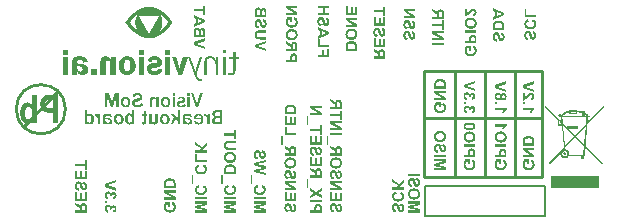
<source format=gbo>
G04*
G04 #@! TF.GenerationSoftware,Altium Limited,Altium Designer,20.1.11 (218)*
G04*
G04 Layer_Color=32896*
%FSLAX25Y25*%
%MOIN*%
G70*
G04*
G04 #@! TF.SameCoordinates,8FD927A0-C605-41AB-96FE-A5BD1A317AAA*
G04*
G04*
G04 #@! TF.FilePolarity,Positive*
G04*
G01*
G75*
%ADD11C,0.01000*%
%ADD15C,0.00787*%
%ADD82C,0.00748*%
%ADD83C,0.00541*%
G36*
X48837Y79501D02*
X49038D01*
Y79467D01*
X49239D01*
Y79434D01*
X49406D01*
Y79400D01*
X49574D01*
Y79367D01*
X49708D01*
Y79333D01*
X49842D01*
Y79300D01*
X49976D01*
Y79266D01*
X50076D01*
Y79233D01*
X50177D01*
Y79199D01*
X50278D01*
Y79166D01*
X50378D01*
Y79132D01*
X50479D01*
Y79099D01*
X50579D01*
Y79065D01*
X50646D01*
Y79032D01*
X50747D01*
Y78998D01*
Y78965D01*
X50814D01*
Y78931D01*
X50881D01*
Y78898D01*
X50981D01*
Y78864D01*
X51048D01*
Y78831D01*
X51115D01*
Y78797D01*
X51182D01*
Y78764D01*
X51249D01*
Y78730D01*
X51316D01*
Y78697D01*
X51383D01*
Y78663D01*
X51450D01*
Y78629D01*
X51517D01*
Y78596D01*
X51584D01*
Y78562D01*
X51651D01*
Y78529D01*
X51685D01*
Y78496D01*
X51752D01*
Y78462D01*
X51819D01*
Y78429D01*
X51886D01*
Y78395D01*
X51920D01*
Y78361D01*
X51986D01*
Y78328D01*
X52020D01*
Y78294D01*
X52087D01*
Y78261D01*
X52154D01*
Y78227D01*
X52188D01*
Y78194D01*
X52255D01*
Y78160D01*
X52288D01*
Y78127D01*
X52355D01*
Y78093D01*
X52389D01*
Y78060D01*
X52456D01*
Y78026D01*
X52489D01*
Y77993D01*
X52523D01*
Y77959D01*
X52590D01*
Y77926D01*
X52623D01*
Y77892D01*
X52690D01*
Y77859D01*
X52724D01*
Y77825D01*
X52757D01*
Y77792D01*
X52824D01*
Y77758D01*
X52858D01*
Y77725D01*
X52891D01*
Y77691D01*
X52925D01*
Y77658D01*
X52992D01*
Y77624D01*
X53025D01*
Y77591D01*
X53059D01*
Y77557D01*
X53092D01*
Y77524D01*
X53159D01*
Y77490D01*
X53193D01*
Y77457D01*
X53226D01*
Y77423D01*
X53260D01*
Y77390D01*
X53293D01*
Y77356D01*
X53360D01*
Y77323D01*
X53394D01*
Y77289D01*
X53427D01*
Y77256D01*
X53461D01*
Y77222D01*
Y77189D01*
X53495D01*
Y77155D01*
X53528D01*
Y77122D01*
X53562D01*
Y77088D01*
X53595D01*
Y77055D01*
X53662D01*
Y77021D01*
X53695D01*
Y76987D01*
X53729D01*
Y76954D01*
X53763D01*
Y76920D01*
X53796D01*
Y76887D01*
X53830D01*
Y76854D01*
X53863D01*
Y76820D01*
X53897D01*
Y76787D01*
X53930D01*
Y76753D01*
X53964D01*
Y76719D01*
X53997D01*
Y76686D01*
X54031D01*
Y76652D01*
X54064D01*
Y76619D01*
X54098D01*
Y76585D01*
X54131D01*
Y76552D01*
X54165D01*
Y76518D01*
X54198D01*
Y76485D01*
X54232D01*
Y76451D01*
X54265D01*
Y76418D01*
X54299D01*
Y76384D01*
X54332D01*
Y76351D01*
X54366D01*
Y76317D01*
X54399D01*
Y76284D01*
X54433D01*
Y76250D01*
Y76217D01*
X54466D01*
Y76183D01*
X54500D01*
Y76150D01*
X54533D01*
Y76116D01*
X54567D01*
Y76083D01*
X54600D01*
Y76049D01*
X54634D01*
Y76016D01*
X54667D01*
Y75982D01*
X54701D01*
Y75949D01*
Y75915D01*
X54734D01*
Y75882D01*
X54768D01*
Y75848D01*
X54801D01*
Y75815D01*
X54835D01*
Y75781D01*
X54868D01*
Y75748D01*
X54902D01*
Y75714D01*
Y75681D01*
X54935D01*
Y75647D01*
X54969D01*
Y75614D01*
X55002D01*
Y75580D01*
X55036D01*
Y75547D01*
Y75513D01*
X55069D01*
Y75480D01*
X55103D01*
Y75446D01*
X55137D01*
Y75413D01*
Y75379D01*
X55170D01*
Y75346D01*
Y75312D01*
X55203D01*
Y75279D01*
X55237D01*
Y75245D01*
X55270D01*
Y75212D01*
Y75178D01*
X55304D01*
Y75144D01*
X55338D01*
Y75111D01*
X55371D01*
Y75077D01*
Y75044D01*
X55405D01*
Y75011D01*
X55438D01*
Y74977D01*
Y74943D01*
X55472D01*
Y74910D01*
X55505D01*
Y74876D01*
X55539D01*
Y74843D01*
Y74809D01*
X55572D01*
Y74776D01*
X55606D01*
Y74742D01*
Y74709D01*
X55639D01*
Y74675D01*
X55673D01*
Y74642D01*
Y74608D01*
X55706D01*
Y74575D01*
Y74541D01*
X55740D01*
Y74508D01*
X55773D01*
Y74474D01*
Y74441D01*
X55840D01*
Y74407D01*
X55874D01*
Y74374D01*
Y74340D01*
Y74307D01*
X55840D01*
Y74273D01*
Y74240D01*
X55773D01*
Y74206D01*
X55740D01*
Y74173D01*
Y74139D01*
X55706D01*
Y74106D01*
X55673D01*
Y74072D01*
Y74039D01*
X55639D01*
Y74005D01*
X55606D01*
Y73972D01*
X55572D01*
Y73938D01*
Y73905D01*
X55539D01*
Y73871D01*
X55505D01*
Y73838D01*
X55472D01*
Y73804D01*
Y73771D01*
X55438D01*
Y73737D01*
X55405D01*
Y73704D01*
Y73670D01*
X55371D01*
Y73637D01*
Y73603D01*
X55338D01*
Y73570D01*
X55304D01*
Y73536D01*
Y73502D01*
X55270D01*
Y73469D01*
X55237D01*
Y73435D01*
X55203D01*
Y73402D01*
Y73369D01*
X55170D01*
Y73335D01*
X55137D01*
Y73301D01*
X55103D01*
Y73268D01*
X55069D01*
Y73234D01*
Y73201D01*
X55036D01*
Y73167D01*
X55002D01*
Y73134D01*
X54969D01*
Y73100D01*
Y73067D01*
X54935D01*
Y73033D01*
X54902D01*
Y73000D01*
X54868D01*
Y72966D01*
X54835D01*
Y72933D01*
X54801D01*
Y72899D01*
Y72866D01*
X54768D01*
Y72832D01*
X54734D01*
Y72799D01*
X54701D01*
Y72765D01*
X54667D01*
Y72732D01*
Y72698D01*
X54634D01*
Y72665D01*
X54600D01*
Y72631D01*
X54567D01*
Y72598D01*
X54533D01*
Y72564D01*
X54500D01*
Y72531D01*
X54466D01*
Y72497D01*
X54433D01*
Y72464D01*
Y72430D01*
X54399D01*
Y72397D01*
X54366D01*
Y72363D01*
X54332D01*
Y72330D01*
X54299D01*
Y72296D01*
X54265D01*
Y72263D01*
X54232D01*
Y72229D01*
X54198D01*
Y72196D01*
X54165D01*
Y72162D01*
X54131D01*
Y72129D01*
X54098D01*
Y72095D01*
Y72062D01*
X54064D01*
Y72028D01*
X54031D01*
Y71995D01*
X53997D01*
Y71961D01*
X53964D01*
Y71927D01*
X53930D01*
Y71894D01*
X53897D01*
Y71860D01*
Y71827D01*
X53863D01*
Y71794D01*
X53830D01*
Y71760D01*
X53796D01*
Y71727D01*
X53763D01*
Y71693D01*
X53729D01*
Y71659D01*
X53695D01*
Y71626D01*
X53662D01*
Y71592D01*
X53628D01*
Y71559D01*
X53595D01*
Y71525D01*
X53562D01*
Y71492D01*
X53495D01*
Y71458D01*
X53461D01*
Y71425D01*
X53427D01*
Y71391D01*
X53394D01*
Y71358D01*
X53360D01*
Y71324D01*
X53327D01*
Y71291D01*
X53293D01*
Y71257D01*
X53260D01*
Y71224D01*
X53226D01*
Y71190D01*
X53159D01*
Y71157D01*
X53126D01*
Y71123D01*
X53092D01*
Y71090D01*
X53059D01*
Y71056D01*
X53025D01*
Y71023D01*
X52992D01*
Y70989D01*
X52925D01*
Y70956D01*
X52891D01*
Y70922D01*
X52858D01*
Y70889D01*
X52824D01*
Y70855D01*
X52757D01*
Y70822D01*
X52724D01*
Y70788D01*
X52690D01*
Y70755D01*
X52623D01*
Y70721D01*
X52590D01*
Y70688D01*
X52556D01*
Y70654D01*
X52489D01*
Y70621D01*
X52456D01*
Y70587D01*
X52422D01*
Y70554D01*
X52355D01*
Y70520D01*
X52322D01*
Y70487D01*
X52255D01*
Y70453D01*
X52221D01*
Y70420D01*
X52154D01*
Y70386D01*
X52121D01*
Y70353D01*
X52053D01*
Y70319D01*
X52020D01*
Y70286D01*
X51953D01*
Y70252D01*
X51920D01*
Y70218D01*
X51853D01*
Y70185D01*
X51785D01*
Y70152D01*
X51752D01*
Y70118D01*
X51685D01*
Y70085D01*
X51618D01*
Y70051D01*
Y70017D01*
X51551D01*
Y69984D01*
X51517D01*
Y69950D01*
X51450D01*
Y69917D01*
X51383D01*
Y69883D01*
X51316D01*
Y69850D01*
X51249D01*
Y69816D01*
X51182D01*
Y69783D01*
X51115D01*
Y69749D01*
X51048D01*
Y69716D01*
X50948D01*
Y69682D01*
X50881D01*
Y69649D01*
X50814D01*
Y69615D01*
X50713D01*
Y69582D01*
X50646D01*
Y69548D01*
X50546D01*
Y69515D01*
X50479D01*
Y69481D01*
X50378D01*
Y69448D01*
X50278D01*
Y69414D01*
X50177D01*
Y69381D01*
X50043D01*
Y69347D01*
X49942D01*
Y69314D01*
X49808D01*
Y69280D01*
X49674D01*
Y69247D01*
X49507D01*
Y69213D01*
X49339D01*
Y69180D01*
X49138D01*
Y69146D01*
X48837D01*
Y69113D01*
X47630D01*
Y69146D01*
X47329D01*
Y69180D01*
X47094D01*
Y69213D01*
X46927D01*
Y69247D01*
X46759D01*
Y69280D01*
X46625D01*
Y69314D01*
X46491D01*
Y69347D01*
X46357D01*
Y69381D01*
X46256D01*
Y69414D01*
X46156D01*
Y69448D01*
X46055D01*
Y69481D01*
X45955D01*
Y69515D01*
X45854D01*
Y69548D01*
X45754D01*
Y69582D01*
X45653D01*
Y69615D01*
X45586D01*
Y69649D01*
X45486D01*
Y69682D01*
X45419D01*
Y69716D01*
X45351D01*
Y69749D01*
X45285D01*
Y69783D01*
X45184D01*
Y69816D01*
X45117D01*
Y69850D01*
X45050D01*
Y69883D01*
X44983D01*
Y69917D01*
X44916D01*
Y69950D01*
X44849D01*
Y69984D01*
X44782D01*
Y70017D01*
X44715D01*
Y70051D01*
Y70085D01*
X44648D01*
Y70118D01*
X44614D01*
Y70152D01*
X44547D01*
Y70185D01*
X44480D01*
Y70218D01*
X44413D01*
Y70252D01*
X44380D01*
Y70286D01*
X44313D01*
Y70319D01*
X44246D01*
Y70353D01*
X44212D01*
Y70386D01*
X44145D01*
Y70420D01*
X44078D01*
Y70453D01*
X44045D01*
Y70487D01*
X43978D01*
Y70520D01*
X43944D01*
Y70554D01*
X43877D01*
Y70587D01*
X43844D01*
Y70621D01*
X43777D01*
Y70654D01*
X43743D01*
Y70688D01*
X43676D01*
Y70721D01*
X43643D01*
Y70755D01*
X43609D01*
Y70788D01*
X43542D01*
Y70822D01*
X43508D01*
Y70855D01*
X43442D01*
Y70889D01*
X43408D01*
Y70922D01*
X43374D01*
Y70956D01*
X43307D01*
Y70989D01*
X43274D01*
Y71023D01*
X43240D01*
Y71056D01*
X43207D01*
Y71090D01*
X43140D01*
Y71123D01*
X43106D01*
Y71157D01*
X43073D01*
Y71190D01*
X43006D01*
Y71224D01*
X42972D01*
Y71257D01*
X42939D01*
Y71291D01*
X42905D01*
Y71324D01*
X42872D01*
Y71358D01*
X42805D01*
Y71391D01*
X42771D01*
Y71425D01*
X42738D01*
Y71458D01*
X42704D01*
Y71492D01*
X42671D01*
Y71525D01*
X42637D01*
Y71559D01*
X42570D01*
Y71592D01*
X42537D01*
Y71626D01*
X42503D01*
Y71659D01*
X42470D01*
Y71693D01*
X42436D01*
Y71727D01*
X42403D01*
Y71760D01*
X42369D01*
Y71794D01*
X42336D01*
Y71827D01*
X42302D01*
Y71860D01*
Y71894D01*
X42269D01*
Y71927D01*
X42235D01*
Y71961D01*
X42168D01*
Y71995D01*
X42135D01*
Y72028D01*
X42101D01*
Y72062D01*
X42068D01*
Y72095D01*
X42034D01*
Y72129D01*
X42000D01*
Y72162D01*
X41967D01*
Y72196D01*
X41934D01*
Y72229D01*
X41900D01*
Y72263D01*
X41866D01*
Y72296D01*
X41833D01*
Y72330D01*
X41800D01*
Y72363D01*
X41766D01*
Y72397D01*
X41732D01*
Y72430D01*
X41699D01*
Y72464D01*
X41666D01*
Y72497D01*
Y72531D01*
X41632D01*
Y72564D01*
X41598D01*
Y72598D01*
X41565D01*
Y72631D01*
X41531D01*
Y72665D01*
X41498D01*
Y72698D01*
X41464D01*
Y72732D01*
X41431D01*
Y72765D01*
X41397D01*
Y72799D01*
X41364D01*
Y72832D01*
X41330D01*
Y72866D01*
X41297D01*
Y72899D01*
Y72933D01*
X41263D01*
Y72966D01*
X41230D01*
Y73000D01*
X41196D01*
Y73033D01*
X41163D01*
Y73067D01*
X41129D01*
Y73100D01*
X41096D01*
Y73134D01*
Y73167D01*
X41062D01*
Y73201D01*
X41029D01*
Y73234D01*
X40995D01*
Y73268D01*
X40962D01*
Y73301D01*
X40895D01*
Y73335D01*
Y73369D01*
X40861D01*
Y73402D01*
X40828D01*
Y73435D01*
X40794D01*
Y73469D01*
X40761D01*
Y73502D01*
Y73536D01*
X40727D01*
Y73570D01*
X40694D01*
Y73603D01*
X40660D01*
Y73637D01*
Y73670D01*
Y73704D01*
X40627D01*
Y73737D01*
X40593D01*
Y73771D01*
X40560D01*
Y73804D01*
Y73838D01*
X40526D01*
Y73871D01*
X40493D01*
Y73905D01*
X40459D01*
Y73938D01*
Y73972D01*
X40426D01*
Y74005D01*
X40392D01*
Y74039D01*
Y74072D01*
X40359D01*
Y74106D01*
X40325D01*
Y74139D01*
X40292D01*
Y74173D01*
Y74206D01*
X40258D01*
Y74240D01*
X40224D01*
Y74273D01*
Y74307D01*
X40191D01*
Y74340D01*
X40157D01*
Y74374D01*
Y74407D01*
X40191D01*
Y74441D01*
X40224D01*
Y74474D01*
Y74508D01*
X40258D01*
Y74541D01*
X40292D01*
Y74575D01*
X40325D01*
Y74608D01*
Y74642D01*
X40359D01*
Y74675D01*
X40392D01*
Y74709D01*
X40426D01*
Y74742D01*
X40459D01*
Y74776D01*
Y74809D01*
X40493D01*
Y74843D01*
X40526D01*
Y74876D01*
X40560D01*
Y74910D01*
X40593D01*
Y74943D01*
Y74977D01*
X40627D01*
Y75011D01*
X40660D01*
Y75044D01*
X40694D01*
Y75077D01*
X40727D01*
Y75111D01*
Y75144D01*
X40761D01*
Y75178D01*
X40794D01*
Y75212D01*
X40828D01*
Y75245D01*
X40861D01*
Y75279D01*
Y75312D01*
X40895D01*
Y75346D01*
X40962D01*
Y75379D01*
X40995D01*
Y75413D01*
Y75446D01*
X41029D01*
Y75480D01*
X41062D01*
Y75513D01*
Y75547D01*
X41096D01*
Y75580D01*
X41129D01*
Y75614D01*
X41163D01*
Y75647D01*
X41196D01*
Y75681D01*
X41230D01*
Y75714D01*
X41263D01*
Y75748D01*
X41297D01*
Y75781D01*
Y75815D01*
X41330D01*
Y75848D01*
X41364D01*
Y75882D01*
X41397D01*
Y75915D01*
X41431D01*
Y75949D01*
X41464D01*
Y75982D01*
X41498D01*
Y76016D01*
X41531D01*
Y76049D01*
X41565D01*
Y76083D01*
X41598D01*
Y76116D01*
X41632D01*
Y76150D01*
Y76183D01*
X41666D01*
Y76217D01*
X41699D01*
Y76250D01*
X41732D01*
Y76284D01*
X41766D01*
Y76317D01*
X41800D01*
Y76351D01*
X41833D01*
Y76384D01*
X41866D01*
Y76418D01*
X41900D01*
Y76451D01*
X41934D01*
Y76485D01*
X41967D01*
Y76518D01*
X42000D01*
Y76552D01*
X42034D01*
Y76585D01*
X42068D01*
Y76619D01*
X42101D01*
Y76652D01*
X42135D01*
Y76686D01*
X42168D01*
Y76719D01*
X42202D01*
Y76753D01*
X42235D01*
Y76787D01*
X42269D01*
Y76820D01*
X42302D01*
Y76854D01*
X42336D01*
Y76887D01*
X42369D01*
Y76920D01*
X42436D01*
Y76954D01*
X42470D01*
Y76987D01*
X42503D01*
Y77021D01*
X42537D01*
Y77055D01*
X42570D01*
Y77088D01*
X42604D01*
Y77122D01*
X42637D01*
Y77155D01*
X42671D01*
Y77189D01*
X42704D01*
Y77222D01*
Y77256D01*
X42771D01*
Y77289D01*
X42805D01*
Y77323D01*
X42838D01*
Y77356D01*
X42872D01*
Y77390D01*
X42905D01*
Y77423D01*
X42939D01*
Y77457D01*
X43006D01*
Y77490D01*
X43039D01*
Y77524D01*
X43073D01*
Y77557D01*
X43106D01*
Y77591D01*
X43173D01*
Y77624D01*
X43207D01*
Y77658D01*
X43240D01*
Y77691D01*
X43274D01*
Y77725D01*
X43341D01*
Y77758D01*
X43374D01*
Y77792D01*
X43408D01*
Y77825D01*
X43475D01*
Y77859D01*
X43508D01*
Y77892D01*
X43542D01*
Y77926D01*
X43609D01*
Y77959D01*
X43643D01*
Y77993D01*
X43710D01*
Y78026D01*
X43743D01*
Y78060D01*
X43810D01*
Y78093D01*
X43844D01*
Y78127D01*
X43911D01*
Y78160D01*
X43944D01*
Y78194D01*
X44011D01*
Y78227D01*
X44045D01*
Y78261D01*
X44112D01*
Y78294D01*
X44145D01*
Y78328D01*
X44212D01*
Y78361D01*
X44279D01*
Y78395D01*
X44313D01*
Y78429D01*
X44380D01*
Y78462D01*
X44447D01*
Y78496D01*
X44480D01*
Y78529D01*
X44547D01*
Y78562D01*
X44614D01*
Y78596D01*
X44681D01*
Y78629D01*
X44748D01*
Y78663D01*
X44815D01*
Y78697D01*
X44849D01*
Y78730D01*
X44916D01*
Y78764D01*
X44983D01*
Y78797D01*
X45083D01*
Y78831D01*
X45151D01*
Y78864D01*
X45217D01*
Y78898D01*
X45285D01*
Y78931D01*
X45385D01*
Y78965D01*
X45452D01*
Y78998D01*
Y79032D01*
X45519D01*
Y79065D01*
X45620D01*
Y79099D01*
X45720D01*
Y79132D01*
X45787D01*
Y79166D01*
X45888D01*
Y79199D01*
X45988D01*
Y79233D01*
X46089D01*
Y79266D01*
X46223D01*
Y79300D01*
X46323D01*
Y79333D01*
X46457D01*
Y79367D01*
X46591D01*
Y79400D01*
X46759D01*
Y79434D01*
X46927D01*
Y79467D01*
X47128D01*
Y79501D01*
X47496D01*
Y79534D01*
X48837D01*
Y79501D01*
D02*
G37*
G36*
X73634Y64991D02*
Y64958D01*
Y64925D01*
Y64891D01*
Y64857D01*
Y64824D01*
Y64790D01*
Y64757D01*
Y64723D01*
Y64690D01*
Y64656D01*
Y64623D01*
Y64589D01*
Y64556D01*
Y64522D01*
Y64489D01*
Y64455D01*
Y64422D01*
Y64388D01*
Y64355D01*
Y64321D01*
Y64288D01*
Y64254D01*
Y64221D01*
Y64187D01*
Y64154D01*
Y64120D01*
X72796D01*
Y64154D01*
Y64187D01*
Y64221D01*
Y64254D01*
Y64288D01*
Y64321D01*
Y64355D01*
Y64388D01*
Y64422D01*
Y64455D01*
Y64489D01*
Y64522D01*
Y64556D01*
Y64589D01*
Y64623D01*
Y64656D01*
Y64690D01*
Y64723D01*
Y64757D01*
Y64790D01*
Y64824D01*
Y64857D01*
Y64891D01*
Y64925D01*
Y64958D01*
Y64991D01*
Y65025D01*
X73634D01*
Y64991D01*
D02*
G37*
G36*
X55069Y65159D02*
Y65126D01*
Y65092D01*
Y65058D01*
Y65025D01*
Y64991D01*
Y64958D01*
Y64925D01*
Y64891D01*
Y64857D01*
Y64824D01*
Y64790D01*
Y64757D01*
Y64723D01*
Y64690D01*
Y64656D01*
Y64623D01*
Y64589D01*
Y64556D01*
Y64522D01*
Y64489D01*
Y64455D01*
Y64422D01*
Y64388D01*
Y64355D01*
Y64321D01*
Y64288D01*
Y64254D01*
Y64221D01*
Y64187D01*
Y64154D01*
Y64120D01*
Y64087D01*
Y64053D01*
Y64020D01*
Y63986D01*
Y63953D01*
Y63919D01*
Y63886D01*
Y63852D01*
Y63819D01*
Y63785D01*
Y63752D01*
Y63718D01*
Y63685D01*
Y63651D01*
Y63618D01*
Y63584D01*
Y63551D01*
Y63517D01*
Y63484D01*
Y63450D01*
Y63416D01*
X53327D01*
Y63450D01*
Y63484D01*
Y63517D01*
Y63551D01*
Y63584D01*
Y63618D01*
Y63651D01*
Y63685D01*
Y63718D01*
Y63752D01*
Y63785D01*
Y63819D01*
Y63852D01*
Y63886D01*
Y63919D01*
Y63953D01*
Y63986D01*
Y64020D01*
Y64053D01*
Y64087D01*
Y64120D01*
Y64154D01*
Y64187D01*
Y64221D01*
Y64254D01*
Y64288D01*
Y64321D01*
Y64355D01*
Y64388D01*
Y64422D01*
Y64455D01*
Y64489D01*
Y64522D01*
Y64556D01*
Y64589D01*
Y64623D01*
Y64656D01*
Y64690D01*
Y64723D01*
Y64757D01*
Y64790D01*
Y64824D01*
Y64857D01*
Y64891D01*
Y64925D01*
Y64958D01*
Y64991D01*
Y65025D01*
Y65058D01*
Y65092D01*
Y65126D01*
Y65159D01*
Y65193D01*
X55069D01*
Y65159D01*
D02*
G37*
G36*
X46390D02*
Y65126D01*
Y65092D01*
Y65058D01*
Y65025D01*
Y64991D01*
Y64958D01*
Y64925D01*
Y64891D01*
Y64857D01*
Y64824D01*
Y64790D01*
Y64757D01*
Y64723D01*
Y64690D01*
Y64656D01*
Y64623D01*
Y64589D01*
Y64556D01*
Y64522D01*
Y64489D01*
Y64455D01*
Y64422D01*
Y64388D01*
Y64355D01*
Y64321D01*
Y64288D01*
Y64254D01*
Y64221D01*
Y64187D01*
Y64154D01*
Y64120D01*
Y64087D01*
Y64053D01*
Y64020D01*
Y63986D01*
Y63953D01*
Y63919D01*
Y63886D01*
Y63852D01*
Y63819D01*
Y63785D01*
Y63752D01*
Y63718D01*
Y63685D01*
Y63651D01*
Y63618D01*
Y63584D01*
Y63551D01*
Y63517D01*
Y63484D01*
Y63450D01*
Y63416D01*
X44648D01*
Y63450D01*
Y63484D01*
Y63517D01*
Y63551D01*
Y63584D01*
Y63618D01*
Y63651D01*
Y63685D01*
Y63718D01*
Y63752D01*
Y63785D01*
Y63819D01*
Y63852D01*
Y63886D01*
Y63919D01*
Y63953D01*
Y63986D01*
Y64020D01*
Y64053D01*
Y64087D01*
Y64120D01*
Y64154D01*
Y64187D01*
Y64221D01*
Y64254D01*
Y64288D01*
Y64321D01*
Y64355D01*
Y64388D01*
Y64422D01*
Y64455D01*
Y64489D01*
Y64522D01*
Y64556D01*
Y64589D01*
Y64623D01*
Y64656D01*
Y64690D01*
Y64723D01*
Y64757D01*
Y64790D01*
Y64824D01*
Y64857D01*
Y64891D01*
Y64925D01*
Y64958D01*
Y64991D01*
Y65025D01*
Y65058D01*
Y65092D01*
Y65126D01*
Y65159D01*
Y65193D01*
X46390D01*
Y65159D01*
D02*
G37*
G36*
X21057D02*
Y65126D01*
Y65092D01*
Y65058D01*
Y65025D01*
Y64991D01*
Y64958D01*
Y64925D01*
Y64891D01*
Y64857D01*
Y64824D01*
Y64790D01*
Y64757D01*
Y64723D01*
Y64690D01*
Y64656D01*
Y64623D01*
Y64589D01*
Y64556D01*
Y64522D01*
Y64489D01*
Y64455D01*
Y64422D01*
Y64388D01*
Y64355D01*
Y64321D01*
Y64288D01*
Y64254D01*
Y64221D01*
Y64187D01*
Y64154D01*
Y64120D01*
Y64087D01*
Y64053D01*
Y64020D01*
Y63986D01*
Y63953D01*
Y63919D01*
Y63886D01*
Y63852D01*
Y63819D01*
Y63785D01*
Y63752D01*
Y63718D01*
Y63685D01*
Y63651D01*
Y63618D01*
Y63584D01*
Y63551D01*
Y63517D01*
Y63484D01*
Y63450D01*
Y63416D01*
X19314D01*
Y63450D01*
Y63484D01*
Y63517D01*
Y63551D01*
Y63584D01*
Y63618D01*
Y63651D01*
Y63685D01*
Y63718D01*
Y63752D01*
Y63785D01*
Y63819D01*
Y63852D01*
Y63886D01*
Y63919D01*
Y63953D01*
Y63986D01*
Y64020D01*
Y64053D01*
Y64087D01*
Y64120D01*
Y64154D01*
Y64187D01*
Y64221D01*
Y64254D01*
Y64288D01*
Y64321D01*
Y64355D01*
Y64388D01*
Y64422D01*
Y64455D01*
Y64489D01*
Y64522D01*
Y64556D01*
Y64589D01*
Y64623D01*
Y64656D01*
Y64690D01*
Y64723D01*
Y64757D01*
Y64790D01*
Y64824D01*
Y64857D01*
Y64891D01*
Y64925D01*
Y64958D01*
Y64991D01*
Y65025D01*
Y65058D01*
Y65092D01*
Y65126D01*
Y65159D01*
Y65193D01*
X21057D01*
Y65159D01*
D02*
G37*
G36*
X25413Y63014D02*
X25648D01*
Y62981D01*
X25815D01*
Y62947D01*
X25949D01*
Y62914D01*
X26117D01*
Y62880D01*
Y62847D01*
X26217D01*
Y62813D01*
X26318D01*
Y62780D01*
X26385D01*
Y62746D01*
X26485D01*
Y62713D01*
X26553D01*
Y62679D01*
X26619D01*
Y62646D01*
X26686D01*
Y62612D01*
X26754D01*
Y62579D01*
X26787D01*
Y62545D01*
X26854D01*
Y62512D01*
X26888D01*
Y62478D01*
X26955D01*
Y62445D01*
X26988D01*
Y62411D01*
X27022D01*
Y62378D01*
X27055D01*
Y62344D01*
X27089D01*
Y62311D01*
X27156D01*
Y62277D01*
X27189D01*
Y62244D01*
Y62210D01*
X27223D01*
Y62177D01*
X27256D01*
Y62143D01*
X27290D01*
Y62110D01*
X27323D01*
Y62076D01*
Y62043D01*
X27357D01*
Y62009D01*
X27390D01*
Y61976D01*
Y61942D01*
X27424D01*
Y61909D01*
Y61875D01*
X27457D01*
Y61841D01*
Y61808D01*
Y61774D01*
X27491D01*
Y61741D01*
Y61708D01*
X27524D01*
Y61674D01*
Y61641D01*
Y61607D01*
X27558D01*
Y61573D01*
Y61540D01*
Y61506D01*
Y61473D01*
X27591D01*
Y61439D01*
Y61406D01*
Y61372D01*
Y61339D01*
X27625D01*
Y61305D01*
Y61272D01*
Y61238D01*
Y61205D01*
Y61171D01*
X27357D01*
Y61138D01*
X27022D01*
Y61104D01*
Y61071D01*
X26686D01*
Y61037D01*
X26351D01*
Y61004D01*
X25983D01*
Y61037D01*
Y61071D01*
Y61104D01*
Y61138D01*
Y61171D01*
X25949D01*
Y61205D01*
Y61238D01*
Y61272D01*
X25916D01*
Y61305D01*
Y61339D01*
Y61372D01*
X25882D01*
Y61406D01*
Y61439D01*
X25849D01*
Y61473D01*
X25815D01*
Y61506D01*
Y61540D01*
X25782D01*
Y61573D01*
X25748D01*
Y61607D01*
X25715D01*
Y61641D01*
X25681D01*
Y61674D01*
X25648D01*
Y61708D01*
X25581D01*
Y61741D01*
X25547D01*
Y61774D01*
X25447D01*
Y61808D01*
X25380D01*
Y61841D01*
X25212D01*
Y61875D01*
X24810D01*
Y61841D01*
X24676D01*
Y61808D01*
X24575D01*
Y61774D01*
X24508D01*
Y61741D01*
X24475D01*
Y61708D01*
X24408D01*
Y61674D01*
X24374D01*
Y61641D01*
X24341D01*
Y61607D01*
Y61573D01*
X24307D01*
Y61540D01*
X24274D01*
Y61506D01*
Y61473D01*
X24240D01*
Y61439D01*
Y61406D01*
Y61372D01*
X24207D01*
Y61339D01*
Y61305D01*
Y61272D01*
Y61238D01*
X24173D01*
Y61205D01*
Y61171D01*
Y61138D01*
Y61104D01*
Y61071D01*
Y61037D01*
Y61004D01*
Y60970D01*
Y60937D01*
Y60903D01*
Y60870D01*
Y60836D01*
Y60803D01*
Y60769D01*
Y60736D01*
Y60702D01*
X24307D01*
Y60669D01*
X24709D01*
Y60635D01*
X25011D01*
Y60602D01*
X25313D01*
Y60568D01*
X25547D01*
Y60535D01*
X25748D01*
Y60501D01*
X25949D01*
Y60468D01*
X26117D01*
Y60434D01*
X26251D01*
Y60401D01*
X26351D01*
Y60367D01*
X26452D01*
Y60334D01*
X26553D01*
Y60300D01*
X26653D01*
Y60267D01*
X26720D01*
Y60233D01*
X26787D01*
Y60200D01*
X26854D01*
Y60166D01*
X26888D01*
Y60133D01*
X26955D01*
Y60099D01*
X27022D01*
Y60066D01*
X27055D01*
Y60032D01*
X27089D01*
Y59999D01*
X27156D01*
Y59965D01*
X27189D01*
Y59931D01*
X27223D01*
Y59898D01*
X27256D01*
Y59864D01*
X27290D01*
Y59831D01*
X27323D01*
Y59798D01*
X27357D01*
Y59764D01*
X27390D01*
Y59730D01*
X27424D01*
Y59697D01*
X27457D01*
Y59663D01*
X27491D01*
Y59630D01*
Y59596D01*
X27524D01*
Y59563D01*
X27558D01*
Y59529D01*
Y59496D01*
X27591D01*
Y59462D01*
Y59429D01*
X27625D01*
Y59395D01*
Y59362D01*
X27658D01*
Y59328D01*
Y59295D01*
Y59261D01*
X27692D01*
Y59228D01*
Y59194D01*
Y59161D01*
X27725D01*
Y59127D01*
Y59094D01*
Y59060D01*
X27759D01*
Y59027D01*
Y58993D01*
Y58960D01*
Y58926D01*
X27792D01*
Y58893D01*
Y58859D01*
Y58826D01*
Y58792D01*
Y58759D01*
Y58725D01*
Y58692D01*
Y58658D01*
Y58625D01*
X27826D01*
Y58591D01*
Y58558D01*
Y58524D01*
Y58491D01*
Y58457D01*
X27792D01*
Y58424D01*
Y58390D01*
Y58356D01*
Y58323D01*
Y58289D01*
Y58256D01*
Y58223D01*
Y58189D01*
Y58156D01*
X27759D01*
Y58122D01*
Y58088D01*
Y58055D01*
Y58021D01*
X27725D01*
Y57988D01*
Y57954D01*
Y57921D01*
X27692D01*
Y57887D01*
Y57854D01*
Y57820D01*
X27658D01*
Y57787D01*
Y57753D01*
X27625D01*
Y57720D01*
Y57686D01*
X27591D01*
Y57653D01*
X27558D01*
Y57619D01*
Y57586D01*
X27524D01*
Y57552D01*
X27491D01*
Y57519D01*
Y57485D01*
Y57452D01*
X27457D01*
Y57418D01*
X27424D01*
Y57385D01*
X27390D01*
Y57351D01*
X27357D01*
Y57318D01*
X27323D01*
Y57284D01*
X27290D01*
Y57251D01*
X27223D01*
Y57217D01*
X27189D01*
Y57184D01*
X27156D01*
Y57150D01*
X27089D01*
Y57117D01*
X27022D01*
Y57083D01*
X26988D01*
Y57050D01*
X26888D01*
Y57016D01*
X26821D01*
Y56983D01*
X26720D01*
Y56949D01*
X26619D01*
Y56916D01*
X26485D01*
Y56882D01*
X26217D01*
Y56849D01*
X25648D01*
Y56882D01*
X25380D01*
Y56916D01*
X25246D01*
Y56949D01*
X25145D01*
Y56983D01*
X25045D01*
Y57016D01*
X24978D01*
Y57050D01*
X24911D01*
Y57083D01*
X24844D01*
Y57117D01*
X24810D01*
Y57150D01*
X24743D01*
Y57184D01*
X24709D01*
Y57217D01*
X24642D01*
Y57251D01*
X24609D01*
Y57284D01*
X24575D01*
Y57318D01*
X24542D01*
Y57351D01*
X24508D01*
Y57385D01*
X24475D01*
Y57418D01*
X24441D01*
Y57452D01*
X24408D01*
Y57485D01*
X24374D01*
Y57519D01*
Y57552D01*
X24341D01*
Y57586D01*
X24307D01*
Y57619D01*
X24274D01*
Y57653D01*
X24240D01*
Y57686D01*
X24207D01*
Y57720D01*
Y57753D01*
X24173D01*
Y57787D01*
X24140D01*
Y57820D01*
X24106D01*
Y57787D01*
Y57753D01*
Y57720D01*
Y57686D01*
Y57653D01*
Y57619D01*
Y57586D01*
Y57552D01*
Y57519D01*
Y57485D01*
Y57452D01*
Y57418D01*
Y57385D01*
X24073D01*
Y57351D01*
Y57318D01*
Y57284D01*
Y57251D01*
Y57217D01*
Y57184D01*
Y57150D01*
X24039D01*
Y57117D01*
Y57083D01*
Y57050D01*
Y57016D01*
Y56983D01*
X22330D01*
Y57016D01*
Y57050D01*
Y57083D01*
X22364D01*
Y57117D01*
Y57150D01*
Y57184D01*
Y57217D01*
X22397D01*
Y57251D01*
Y57284D01*
Y57318D01*
Y57351D01*
Y57385D01*
X22431D01*
Y57418D01*
Y57452D01*
Y57485D01*
Y57519D01*
Y57552D01*
Y57586D01*
Y57619D01*
Y57653D01*
Y57686D01*
Y57720D01*
Y57753D01*
Y57787D01*
Y57820D01*
Y57854D01*
Y57887D01*
Y57921D01*
Y57954D01*
Y57988D01*
Y58021D01*
Y58055D01*
Y58088D01*
Y58122D01*
Y58156D01*
Y58189D01*
Y58223D01*
Y58256D01*
Y58289D01*
Y58323D01*
Y58356D01*
Y58390D01*
Y58424D01*
Y58457D01*
Y58491D01*
Y58524D01*
Y58558D01*
Y58591D01*
Y58625D01*
Y58658D01*
Y58692D01*
Y58725D01*
Y58759D01*
Y58792D01*
Y58826D01*
Y58859D01*
Y58893D01*
Y58926D01*
Y58960D01*
Y58993D01*
Y59027D01*
Y59060D01*
Y59094D01*
Y59127D01*
Y59161D01*
Y59194D01*
Y59228D01*
Y59261D01*
Y59295D01*
Y59328D01*
Y59362D01*
Y59395D01*
Y59429D01*
Y59462D01*
Y59496D01*
Y59529D01*
Y59563D01*
Y59596D01*
Y59630D01*
Y59663D01*
Y59697D01*
Y59730D01*
Y59764D01*
Y59798D01*
Y59831D01*
Y59864D01*
Y59898D01*
Y59931D01*
Y59965D01*
Y59999D01*
Y60032D01*
Y60066D01*
Y60099D01*
Y60133D01*
Y60166D01*
Y60200D01*
Y60233D01*
Y60267D01*
Y60300D01*
Y60334D01*
Y60367D01*
Y60401D01*
Y60434D01*
Y60468D01*
Y60501D01*
Y60535D01*
Y60568D01*
Y60602D01*
Y60635D01*
Y60669D01*
Y60702D01*
Y60736D01*
Y60769D01*
Y60803D01*
Y60836D01*
Y60870D01*
Y60903D01*
Y60937D01*
Y60970D01*
Y61004D01*
Y61037D01*
Y61071D01*
Y61104D01*
Y61138D01*
Y61171D01*
Y61205D01*
Y61238D01*
Y61272D01*
Y61305D01*
X22464D01*
Y61339D01*
Y61372D01*
Y61406D01*
Y61439D01*
Y61473D01*
Y61506D01*
Y61540D01*
Y61573D01*
Y61607D01*
Y61641D01*
X22498D01*
Y61674D01*
Y61708D01*
Y61741D01*
Y61774D01*
Y61808D01*
X22531D01*
Y61841D01*
Y61875D01*
Y61909D01*
Y61942D01*
X22565D01*
Y61976D01*
Y62009D01*
X22598D01*
Y62043D01*
Y62076D01*
X22632D01*
Y62110D01*
Y62143D01*
X22665D01*
Y62177D01*
Y62210D01*
X22699D01*
Y62244D01*
X22732D01*
Y62277D01*
X22766D01*
Y62311D01*
Y62344D01*
X22799D01*
Y62378D01*
X22833D01*
Y62411D01*
X22866D01*
Y62445D01*
X22900D01*
Y62478D01*
X22967D01*
Y62512D01*
X23000D01*
Y62545D01*
X23034D01*
Y62579D01*
X23101D01*
Y62612D01*
X23134D01*
Y62646D01*
X23201D01*
Y62679D01*
X23268D01*
Y62713D01*
X23336D01*
Y62746D01*
X23403D01*
Y62780D01*
X23470D01*
Y62813D01*
X23570D01*
Y62847D01*
X23671D01*
Y62880D01*
Y62914D01*
X23805D01*
Y62947D01*
X23939D01*
Y62981D01*
X24106D01*
Y63014D01*
X24341D01*
Y63048D01*
X25413D01*
Y63014D01*
D02*
G37*
G36*
X65826Y62914D02*
Y62880D01*
Y62847D01*
Y62813D01*
X65793D01*
Y62780D01*
Y62746D01*
Y62713D01*
X65759D01*
Y62679D01*
Y62646D01*
Y62612D01*
X65726D01*
Y62579D01*
Y62545D01*
Y62512D01*
X65692D01*
Y62478D01*
Y62445D01*
Y62411D01*
X65659D01*
Y62378D01*
Y62344D01*
Y62311D01*
X65625D01*
Y62277D01*
Y62244D01*
Y62210D01*
X65592D01*
Y62177D01*
Y62143D01*
Y62110D01*
X65558D01*
Y62076D01*
Y62043D01*
X65525D01*
Y62009D01*
Y61976D01*
Y61942D01*
X65491D01*
Y61909D01*
Y61875D01*
Y61841D01*
X65457D01*
Y61808D01*
Y61774D01*
Y61741D01*
X65424D01*
Y61708D01*
Y61674D01*
Y61641D01*
X65390D01*
Y61607D01*
Y61573D01*
Y61540D01*
X65357D01*
Y61506D01*
Y61473D01*
Y61439D01*
X65324D01*
Y61406D01*
Y61372D01*
Y61339D01*
X65290D01*
Y61305D01*
Y61272D01*
Y61238D01*
X65256D01*
Y61205D01*
Y61171D01*
Y61138D01*
X65223D01*
Y61104D01*
Y61071D01*
Y61037D01*
Y61004D01*
X65189D01*
Y60970D01*
Y60937D01*
X65156D01*
Y60903D01*
Y60870D01*
Y60836D01*
X65122D01*
Y60803D01*
Y60769D01*
Y60736D01*
X65089D01*
Y60702D01*
Y60669D01*
Y60635D01*
X65055D01*
Y60602D01*
Y60568D01*
Y60535D01*
X65022D01*
Y60501D01*
Y60468D01*
Y60434D01*
X64988D01*
Y60401D01*
Y60367D01*
Y60334D01*
X64955D01*
Y60300D01*
Y60267D01*
Y60233D01*
X64921D01*
Y60200D01*
Y60166D01*
Y60133D01*
X64888D01*
Y60099D01*
Y60066D01*
Y60032D01*
X64854D01*
Y59999D01*
Y59965D01*
X64821D01*
Y59931D01*
Y59898D01*
Y59864D01*
X64787D01*
Y59831D01*
Y59798D01*
Y59764D01*
X64754D01*
Y59730D01*
Y59697D01*
Y59663D01*
X64720D01*
Y59630D01*
Y59596D01*
Y59563D01*
X64687D01*
Y59529D01*
Y59496D01*
Y59462D01*
X64653D01*
Y59429D01*
Y59395D01*
Y59362D01*
X64620D01*
Y59328D01*
Y59295D01*
Y59261D01*
Y59228D01*
X64586D01*
Y59194D01*
Y59161D01*
Y59127D01*
X64553D01*
Y59094D01*
Y59060D01*
Y59027D01*
X64519D01*
Y58993D01*
Y58960D01*
Y58926D01*
X64486D01*
Y58893D01*
Y58859D01*
X64452D01*
Y58826D01*
Y58792D01*
Y58759D01*
X64419D01*
Y58725D01*
Y58692D01*
Y58658D01*
X64385D01*
Y58625D01*
Y58591D01*
Y58558D01*
X64352D01*
Y58524D01*
Y58491D01*
Y58457D01*
X64318D01*
Y58424D01*
Y58390D01*
Y58356D01*
X64285D01*
Y58323D01*
Y58289D01*
Y58256D01*
X64251D01*
Y58223D01*
Y58189D01*
Y58156D01*
X64218D01*
Y58122D01*
Y58088D01*
Y58055D01*
X64184D01*
Y58021D01*
Y57988D01*
Y57954D01*
X64151D01*
Y57921D01*
Y57887D01*
X64117D01*
Y57854D01*
Y57820D01*
Y57787D01*
X64084D01*
Y57753D01*
Y57720D01*
Y57686D01*
X64050D01*
Y57653D01*
Y57619D01*
Y57586D01*
X64017D01*
Y57552D01*
Y57519D01*
Y57485D01*
Y57452D01*
X63983D01*
Y57418D01*
Y57385D01*
Y57351D01*
X63950D01*
Y57318D01*
Y57284D01*
Y57251D01*
X63916D01*
Y57217D01*
Y57184D01*
Y57150D01*
X63882D01*
Y57117D01*
Y57083D01*
Y57050D01*
Y57016D01*
X63916D01*
Y56983D01*
Y56949D01*
Y56916D01*
X63950D01*
Y56882D01*
Y56849D01*
X63983D01*
Y56815D01*
Y56782D01*
Y56748D01*
X64017D01*
Y56714D01*
Y56681D01*
Y56647D01*
X64050D01*
Y56614D01*
Y56581D01*
X64084D01*
Y56547D01*
Y56514D01*
Y56480D01*
X64117D01*
Y56446D01*
Y56413D01*
X64151D01*
Y56379D01*
Y56346D01*
X64184D01*
Y56312D01*
Y56279D01*
X64218D01*
Y56245D01*
Y56212D01*
X64251D01*
Y56178D01*
Y56145D01*
X64285D01*
Y56111D01*
Y56078D01*
X64318D01*
Y56044D01*
Y56011D01*
X64352D01*
Y55977D01*
X64385D01*
Y55944D01*
X64419D01*
Y55910D01*
Y55877D01*
X64452D01*
Y55843D01*
X64486D01*
Y55810D01*
X64519D01*
Y55776D01*
X64553D01*
Y55743D01*
Y55709D01*
X64620D01*
Y55676D01*
X64653D01*
Y55642D01*
X64687D01*
Y55609D01*
X64754D01*
Y55575D01*
X64821D01*
Y55542D01*
X64955D01*
Y55508D01*
X65156D01*
Y55475D01*
X65290D01*
Y55508D01*
X65558D01*
Y55542D01*
X65726D01*
Y55575D01*
X65860D01*
Y55609D01*
X65893D01*
Y55575D01*
Y55542D01*
Y55508D01*
Y55475D01*
Y55441D01*
Y55408D01*
Y55374D01*
Y55341D01*
Y55307D01*
Y55274D01*
Y55240D01*
Y55207D01*
Y55173D01*
Y55140D01*
Y55106D01*
Y55073D01*
Y55039D01*
Y55006D01*
Y54972D01*
X65793D01*
Y54939D01*
X65659D01*
Y54905D01*
X65424D01*
Y54871D01*
X64955D01*
Y54905D01*
X64754D01*
Y54939D01*
X64620D01*
Y54972D01*
X64519D01*
Y55006D01*
X64452D01*
Y55039D01*
X64385D01*
Y55073D01*
X64318D01*
Y55106D01*
X64251D01*
Y55140D01*
X64218D01*
Y55173D01*
X64184D01*
Y55207D01*
X64117D01*
Y55240D01*
X64084D01*
Y55274D01*
X64050D01*
Y55307D01*
X64017D01*
Y55341D01*
X63983D01*
Y55374D01*
X63950D01*
Y55408D01*
X63916D01*
Y55441D01*
Y55475D01*
X63882D01*
Y55508D01*
X63849D01*
Y55542D01*
X63815D01*
Y55575D01*
Y55609D01*
X63782D01*
Y55642D01*
Y55676D01*
X63749D01*
Y55709D01*
X63715D01*
Y55743D01*
Y55776D01*
Y55810D01*
X63682D01*
Y55843D01*
Y55877D01*
X63648D01*
Y55910D01*
Y55944D01*
X63614D01*
Y55977D01*
Y56011D01*
X63581D01*
Y56044D01*
Y56078D01*
X63547D01*
Y56111D01*
Y56145D01*
Y56178D01*
X63514D01*
Y56212D01*
Y56245D01*
X63480D01*
Y56279D01*
Y56312D01*
Y56346D01*
X63447D01*
Y56379D01*
Y56413D01*
X63413D01*
Y56446D01*
Y56480D01*
Y56514D01*
X63380D01*
Y56547D01*
Y56581D01*
Y56614D01*
X63346D01*
Y56647D01*
Y56681D01*
X63313D01*
Y56714D01*
Y56748D01*
Y56782D01*
X63279D01*
Y56815D01*
Y56849D01*
Y56882D01*
X63246D01*
Y56916D01*
Y56949D01*
Y56983D01*
X63212D01*
Y57016D01*
Y57050D01*
X63179D01*
Y57083D01*
Y57117D01*
Y57150D01*
X63145D01*
Y57184D01*
Y57217D01*
Y57251D01*
X63112D01*
Y57284D01*
Y57318D01*
X63078D01*
Y57351D01*
Y57385D01*
Y57418D01*
X63045D01*
Y57452D01*
Y57485D01*
Y57519D01*
Y57552D01*
X63011D01*
Y57586D01*
Y57619D01*
Y57653D01*
X62978D01*
Y57686D01*
Y57720D01*
X62944D01*
Y57753D01*
Y57787D01*
Y57820D01*
X62911D01*
Y57854D01*
Y57887D01*
Y57921D01*
X62877D01*
Y57954D01*
Y57988D01*
X62844D01*
Y58021D01*
Y58055D01*
Y58088D01*
X62810D01*
Y58122D01*
Y58156D01*
Y58189D01*
X62777D01*
Y58223D01*
Y58256D01*
Y58289D01*
X62743D01*
Y58323D01*
Y58356D01*
X62710D01*
Y58390D01*
Y58424D01*
Y58457D01*
X62676D01*
Y58491D01*
Y58524D01*
Y58558D01*
X62643D01*
Y58591D01*
Y58625D01*
Y58658D01*
X62609D01*
Y58692D01*
Y58725D01*
X62576D01*
Y58759D01*
Y58792D01*
Y58826D01*
X62542D01*
Y58859D01*
Y58893D01*
Y58926D01*
X62509D01*
Y58960D01*
Y58993D01*
X62475D01*
Y59027D01*
Y59060D01*
Y59094D01*
X62442D01*
Y59127D01*
Y59161D01*
Y59194D01*
X62408D01*
Y59228D01*
Y59261D01*
Y59295D01*
X62375D01*
Y59328D01*
Y59362D01*
Y59395D01*
X62341D01*
Y59429D01*
Y59462D01*
Y59496D01*
X62308D01*
Y59529D01*
Y59563D01*
Y59596D01*
X62274D01*
Y59630D01*
Y59663D01*
X62240D01*
Y59697D01*
Y59730D01*
Y59764D01*
X62207D01*
Y59798D01*
Y59831D01*
Y59864D01*
X62173D01*
Y59898D01*
Y59931D01*
Y59965D01*
X62140D01*
Y59999D01*
Y60032D01*
X62107D01*
Y60066D01*
Y60099D01*
Y60133D01*
X62073D01*
Y60166D01*
Y60200D01*
Y60233D01*
X62040D01*
Y60267D01*
Y60300D01*
X62006D01*
Y60334D01*
Y60367D01*
Y60401D01*
X61972D01*
Y60434D01*
Y60468D01*
Y60501D01*
X61939D01*
Y60535D01*
Y60568D01*
Y60602D01*
X61905D01*
Y60635D01*
Y60669D01*
X61872D01*
Y60702D01*
Y60736D01*
Y60769D01*
X61838D01*
Y60803D01*
Y60836D01*
Y60870D01*
X61805D01*
Y60903D01*
Y60937D01*
X61771D01*
Y60970D01*
Y61004D01*
Y61037D01*
X61738D01*
Y61071D01*
Y61104D01*
Y61138D01*
Y61171D01*
X61704D01*
Y61205D01*
Y61238D01*
Y61272D01*
X61671D01*
Y61305D01*
Y61339D01*
X61637D01*
Y61372D01*
Y61406D01*
Y61439D01*
X61604D01*
Y61473D01*
Y61506D01*
Y61540D01*
X61570D01*
Y61573D01*
Y61607D01*
X61537D01*
Y61641D01*
Y61674D01*
Y61708D01*
X61503D01*
Y61741D01*
Y61774D01*
Y61808D01*
X61470D01*
Y61841D01*
Y61875D01*
Y61909D01*
X61436D01*
Y61942D01*
Y61976D01*
X61403D01*
Y62009D01*
Y62043D01*
Y62076D01*
X61369D01*
Y62110D01*
Y62143D01*
Y62177D01*
X61336D01*
Y62210D01*
Y62244D01*
X61302D01*
Y62277D01*
Y62311D01*
Y62344D01*
X61269D01*
Y62378D01*
Y62411D01*
Y62445D01*
X61235D01*
Y62478D01*
Y62512D01*
Y62545D01*
X61202D01*
Y62579D01*
Y62612D01*
X61168D01*
Y62646D01*
Y62679D01*
Y62713D01*
X61135D01*
Y62746D01*
Y62780D01*
X61101D01*
Y62746D01*
Y62713D01*
Y62679D01*
X61068D01*
Y62646D01*
Y62612D01*
Y62579D01*
X61034D01*
Y62545D01*
Y62512D01*
Y62478D01*
X61001D01*
Y62445D01*
Y62411D01*
Y62378D01*
X60967D01*
Y62344D01*
Y62311D01*
X60934D01*
Y62277D01*
Y62244D01*
Y62210D01*
X60900D01*
Y62177D01*
Y62143D01*
Y62110D01*
X60867D01*
Y62076D01*
Y62043D01*
Y62009D01*
X60833D01*
Y61976D01*
Y61942D01*
Y61909D01*
X60800D01*
Y61875D01*
Y61841D01*
Y61808D01*
X60766D01*
Y61774D01*
Y61741D01*
Y61708D01*
X60733D01*
Y61674D01*
Y61641D01*
Y61607D01*
X60699D01*
Y61573D01*
Y61540D01*
Y61506D01*
X60666D01*
Y61473D01*
Y61439D01*
Y61406D01*
X60632D01*
Y61372D01*
Y61339D01*
Y61305D01*
X60599D01*
Y61272D01*
Y61238D01*
Y61205D01*
X60565D01*
Y61171D01*
Y61138D01*
X60532D01*
Y61104D01*
Y61071D01*
Y61037D01*
Y61004D01*
X60498D01*
Y60970D01*
Y60937D01*
Y60903D01*
X60465D01*
Y60870D01*
Y60836D01*
Y60803D01*
X60431D01*
Y60769D01*
Y60736D01*
Y60702D01*
X60397D01*
Y60669D01*
Y60635D01*
Y60602D01*
X60364D01*
Y60568D01*
Y60535D01*
Y60501D01*
X60330D01*
Y60468D01*
Y60434D01*
Y60401D01*
X60297D01*
Y60367D01*
Y60334D01*
Y60300D01*
X60264D01*
Y60267D01*
Y60233D01*
Y60200D01*
X60230D01*
Y60166D01*
Y60133D01*
Y60099D01*
X60197D01*
Y60066D01*
Y60032D01*
Y59999D01*
X60163D01*
Y59965D01*
Y59931D01*
X60129D01*
Y59898D01*
Y59864D01*
Y59831D01*
X60096D01*
Y59798D01*
Y59764D01*
Y59730D01*
X60062D01*
Y59697D01*
Y59663D01*
Y59630D01*
X60029D01*
Y59596D01*
Y59563D01*
Y59529D01*
X59995D01*
Y59496D01*
Y59462D01*
Y59429D01*
X59962D01*
Y59395D01*
Y59362D01*
Y59328D01*
Y59295D01*
X59928D01*
Y59261D01*
Y59228D01*
Y59194D01*
X59895D01*
Y59161D01*
Y59127D01*
Y59094D01*
X59861D01*
Y59060D01*
Y59027D01*
Y58993D01*
X59828D01*
Y58960D01*
Y58926D01*
Y58893D01*
X59794D01*
Y58859D01*
Y58826D01*
Y58792D01*
X59761D01*
Y58759D01*
Y58725D01*
X59727D01*
Y58692D01*
Y58658D01*
Y58625D01*
X59694D01*
Y58591D01*
Y58558D01*
Y58524D01*
X59660D01*
Y58491D01*
Y58457D01*
Y58424D01*
X59627D01*
Y58390D01*
Y58356D01*
Y58323D01*
X59593D01*
Y58289D01*
Y58256D01*
Y58223D01*
X59560D01*
Y58189D01*
Y58156D01*
Y58122D01*
X59526D01*
Y58088D01*
Y58055D01*
Y58021D01*
X59493D01*
Y57988D01*
Y57954D01*
Y57921D01*
X59459D01*
Y57887D01*
Y57854D01*
Y57820D01*
X59426D01*
Y57787D01*
Y57753D01*
Y57720D01*
X59392D01*
Y57686D01*
Y57653D01*
Y57619D01*
X59359D01*
Y57586D01*
Y57552D01*
X59325D01*
Y57519D01*
Y57485D01*
Y57452D01*
Y57418D01*
X59292D01*
Y57385D01*
Y57351D01*
Y57318D01*
X59258D01*
Y57284D01*
Y57251D01*
Y57217D01*
X59225D01*
Y57184D01*
Y57150D01*
Y57117D01*
X59191D01*
Y57083D01*
Y57050D01*
Y57016D01*
X59158D01*
Y56983D01*
X57784D01*
Y57016D01*
Y57050D01*
X57750D01*
Y57083D01*
Y57117D01*
Y57150D01*
X57717D01*
Y57184D01*
Y57217D01*
Y57251D01*
X57683D01*
Y57284D01*
Y57318D01*
Y57351D01*
X57650D01*
Y57385D01*
Y57418D01*
Y57452D01*
X57616D01*
Y57485D01*
Y57519D01*
Y57552D01*
Y57586D01*
X57583D01*
Y57619D01*
Y57653D01*
Y57686D01*
X57549D01*
Y57720D01*
Y57753D01*
Y57787D01*
X57516D01*
Y57820D01*
Y57854D01*
Y57887D01*
X57482D01*
Y57921D01*
Y57954D01*
Y57988D01*
X57449D01*
Y58021D01*
Y58055D01*
X57415D01*
Y58088D01*
Y58122D01*
Y58156D01*
X57382D01*
Y58189D01*
Y58223D01*
Y58256D01*
X57348D01*
Y58289D01*
Y58323D01*
Y58356D01*
X57315D01*
Y58390D01*
Y58424D01*
Y58457D01*
X57281D01*
Y58491D01*
Y58524D01*
Y58558D01*
X57248D01*
Y58591D01*
Y58625D01*
Y58658D01*
X57214D01*
Y58692D01*
Y58725D01*
Y58759D01*
X57181D01*
Y58792D01*
Y58826D01*
Y58859D01*
X57147D01*
Y58893D01*
Y58926D01*
Y58960D01*
X57113D01*
Y58993D01*
Y59027D01*
Y59060D01*
X57080D01*
Y59094D01*
Y59127D01*
Y59161D01*
X57047D01*
Y59194D01*
Y59228D01*
X57013D01*
Y59261D01*
Y59295D01*
Y59328D01*
Y59362D01*
X56980D01*
Y59395D01*
Y59429D01*
Y59462D01*
X56946D01*
Y59496D01*
Y59529D01*
Y59563D01*
X56912D01*
Y59596D01*
Y59630D01*
Y59663D01*
X56879D01*
Y59697D01*
Y59730D01*
Y59764D01*
X56845D01*
Y59798D01*
Y59831D01*
Y59864D01*
X56812D01*
Y59898D01*
Y59931D01*
Y59965D01*
X56778D01*
Y59999D01*
Y60032D01*
Y60066D01*
X56745D01*
Y60099D01*
Y60133D01*
Y60166D01*
X56711D01*
Y60200D01*
Y60233D01*
Y60267D01*
X56678D01*
Y60300D01*
Y60334D01*
Y60367D01*
X56644D01*
Y60401D01*
Y60434D01*
X56611D01*
Y60468D01*
Y60501D01*
Y60535D01*
X56577D01*
Y60568D01*
Y60602D01*
Y60635D01*
X56544D01*
Y60669D01*
Y60702D01*
Y60736D01*
X56510D01*
Y60769D01*
Y60803D01*
Y60836D01*
X56477D01*
Y60870D01*
Y60903D01*
Y60937D01*
X56443D01*
Y60970D01*
Y61004D01*
Y61037D01*
X56410D01*
Y61071D01*
Y61104D01*
Y61138D01*
Y61171D01*
X56376D01*
Y61205D01*
Y61238D01*
Y61272D01*
X56343D01*
Y61305D01*
Y61339D01*
Y61372D01*
X56309D01*
Y61406D01*
Y61439D01*
Y61473D01*
X56276D01*
Y61506D01*
Y61540D01*
Y61573D01*
X56242D01*
Y61607D01*
Y61641D01*
X56209D01*
Y61674D01*
Y61708D01*
Y61741D01*
X56175D01*
Y61774D01*
Y61808D01*
Y61841D01*
X56142D01*
Y61875D01*
Y61909D01*
Y61942D01*
X56108D01*
Y61976D01*
Y62009D01*
Y62043D01*
X56075D01*
Y62076D01*
Y62110D01*
Y62143D01*
X56041D01*
Y62177D01*
Y62210D01*
Y62244D01*
X56008D01*
Y62277D01*
Y62311D01*
Y62344D01*
X55974D01*
Y62378D01*
Y62411D01*
Y62445D01*
X55941D01*
Y62478D01*
Y62512D01*
Y62545D01*
X55907D01*
Y62579D01*
Y62612D01*
Y62646D01*
X55874D01*
Y62679D01*
Y62713D01*
Y62746D01*
X55840D01*
Y62780D01*
Y62813D01*
X55773D01*
Y62847D01*
Y62880D01*
Y62914D01*
Y62947D01*
X57113D01*
Y62914D01*
Y62880D01*
Y62847D01*
X57147D01*
Y62813D01*
Y62780D01*
Y62746D01*
X57181D01*
Y62713D01*
Y62679D01*
Y62646D01*
X57214D01*
Y62612D01*
Y62579D01*
Y62545D01*
Y62512D01*
X57248D01*
Y62478D01*
Y62445D01*
Y62411D01*
X57281D01*
Y62378D01*
Y62344D01*
Y62311D01*
X57315D01*
Y62277D01*
Y62244D01*
Y62210D01*
X57348D01*
Y62177D01*
Y62143D01*
Y62110D01*
X57382D01*
Y62076D01*
Y62043D01*
Y62009D01*
Y61976D01*
X57415D01*
Y61942D01*
Y61909D01*
Y61875D01*
X57449D01*
Y61841D01*
Y61808D01*
Y61774D01*
X57482D01*
Y61741D01*
Y61708D01*
Y61674D01*
X57516D01*
Y61641D01*
Y61607D01*
Y61573D01*
X57549D01*
Y61540D01*
Y61506D01*
Y61473D01*
Y61439D01*
X57583D01*
Y61406D01*
Y61372D01*
Y61339D01*
X57616D01*
Y61305D01*
Y61272D01*
Y61238D01*
X57650D01*
Y61205D01*
Y61171D01*
Y61138D01*
X57683D01*
Y61104D01*
Y61071D01*
Y61037D01*
Y61004D01*
Y60970D01*
X57717D01*
Y60937D01*
Y60903D01*
Y60870D01*
X57750D01*
Y60836D01*
Y60803D01*
Y60769D01*
X57784D01*
Y60736D01*
Y60702D01*
Y60669D01*
X57817D01*
Y60635D01*
Y60602D01*
Y60568D01*
X57851D01*
Y60535D01*
Y60501D01*
Y60468D01*
Y60434D01*
X57884D01*
Y60401D01*
Y60367D01*
Y60334D01*
X57918D01*
Y60300D01*
Y60267D01*
Y60233D01*
X57951D01*
Y60200D01*
Y60166D01*
Y60133D01*
X57985D01*
Y60099D01*
Y60066D01*
Y60032D01*
Y59999D01*
X58018D01*
Y59965D01*
Y59931D01*
Y59898D01*
X58052D01*
Y59864D01*
Y59831D01*
Y59798D01*
X58085D01*
Y59764D01*
Y59730D01*
Y59697D01*
X58119D01*
Y59663D01*
Y59630D01*
Y59596D01*
X58152D01*
Y59563D01*
Y59529D01*
Y59496D01*
Y59462D01*
X58186D01*
Y59429D01*
Y59395D01*
Y59362D01*
X58219D01*
Y59328D01*
Y59295D01*
Y59261D01*
Y59228D01*
X58253D01*
Y59261D01*
Y59295D01*
Y59328D01*
Y59362D01*
X58286D01*
Y59395D01*
Y59429D01*
Y59462D01*
X58320D01*
Y59496D01*
Y59529D01*
Y59563D01*
Y59596D01*
X58353D01*
Y59630D01*
Y59663D01*
Y59697D01*
X58387D01*
Y59730D01*
Y59764D01*
Y59798D01*
X58420D01*
Y59831D01*
Y59864D01*
Y59898D01*
X58454D01*
Y59931D01*
Y59965D01*
Y59999D01*
Y60032D01*
X58487D01*
Y60066D01*
Y60099D01*
Y60133D01*
X58521D01*
Y60166D01*
Y60200D01*
Y60233D01*
X58555D01*
Y60267D01*
Y60300D01*
Y60334D01*
Y60367D01*
X58588D01*
Y60401D01*
Y60434D01*
Y60468D01*
X58622D01*
Y60501D01*
Y60535D01*
Y60568D01*
X58655D01*
Y60602D01*
Y60635D01*
Y60669D01*
X58688D01*
Y60702D01*
Y60736D01*
Y60769D01*
Y60803D01*
X58722D01*
Y60836D01*
Y60870D01*
Y60903D01*
X58755D01*
Y60937D01*
Y60970D01*
Y61004D01*
X58789D01*
Y61037D01*
Y61071D01*
Y61104D01*
Y61138D01*
Y61171D01*
X58823D01*
Y61205D01*
Y61238D01*
Y61272D01*
X58856D01*
Y61305D01*
Y61339D01*
Y61372D01*
X58890D01*
Y61406D01*
Y61439D01*
Y61473D01*
X58923D01*
Y61506D01*
Y61540D01*
Y61573D01*
Y61607D01*
X58957D01*
Y61641D01*
Y61674D01*
Y61708D01*
X58990D01*
Y61741D01*
Y61774D01*
Y61808D01*
X59024D01*
Y61841D01*
Y61875D01*
Y61909D01*
Y61942D01*
X59057D01*
Y61976D01*
Y62009D01*
Y62043D01*
X59091D01*
Y62076D01*
Y62110D01*
Y62143D01*
X59124D01*
Y62177D01*
Y62210D01*
Y62244D01*
X59158D01*
Y62277D01*
Y62311D01*
Y62344D01*
Y62378D01*
X59191D01*
Y62411D01*
Y62445D01*
Y62478D01*
X59225D01*
Y62512D01*
Y62545D01*
Y62579D01*
X59258D01*
Y62612D01*
Y62646D01*
Y62679D01*
Y62713D01*
X59292D01*
Y62746D01*
Y62780D01*
Y62813D01*
X59325D01*
Y62847D01*
Y62880D01*
Y62914D01*
Y62947D01*
X61771D01*
Y62914D01*
X61805D01*
Y62880D01*
Y62847D01*
Y62813D01*
Y62780D01*
X61838D01*
Y62746D01*
Y62713D01*
Y62679D01*
X61872D01*
Y62646D01*
Y62612D01*
Y62579D01*
X61905D01*
Y62545D01*
Y62512D01*
X61939D01*
Y62478D01*
Y62445D01*
Y62411D01*
X61972D01*
Y62378D01*
Y62344D01*
Y62311D01*
X62006D01*
Y62277D01*
Y62244D01*
Y62210D01*
X62040D01*
Y62177D01*
Y62143D01*
X62073D01*
Y62110D01*
Y62076D01*
Y62043D01*
X62107D01*
Y62009D01*
Y61976D01*
Y61942D01*
X62140D01*
Y61909D01*
Y61875D01*
X62173D01*
Y61841D01*
Y61808D01*
Y61774D01*
X62207D01*
Y61741D01*
Y61708D01*
Y61674D01*
X62240D01*
Y61641D01*
Y61607D01*
Y61573D01*
X62274D01*
Y61540D01*
Y61506D01*
X62308D01*
Y61473D01*
Y61439D01*
Y61406D01*
X62341D01*
Y61372D01*
Y61339D01*
Y61305D01*
X62375D01*
Y61272D01*
Y61238D01*
Y61205D01*
X62408D01*
Y61171D01*
Y61138D01*
X62442D01*
Y61104D01*
Y61071D01*
Y61037D01*
Y61004D01*
X62475D01*
Y60970D01*
Y60937D01*
Y60903D01*
X62509D01*
Y60870D01*
Y60836D01*
X62542D01*
Y60803D01*
Y60769D01*
Y60736D01*
X62576D01*
Y60702D01*
Y60669D01*
Y60635D01*
X62609D01*
Y60602D01*
Y60568D01*
Y60535D01*
X62643D01*
Y60501D01*
Y60468D01*
X62676D01*
Y60434D01*
Y60401D01*
Y60367D01*
X62710D01*
Y60334D01*
Y60300D01*
Y60267D01*
X62743D01*
Y60233D01*
Y60200D01*
Y60166D01*
X62777D01*
Y60133D01*
Y60099D01*
X62810D01*
Y60066D01*
Y60032D01*
Y59999D01*
X62844D01*
Y59965D01*
Y59931D01*
Y59898D01*
X62877D01*
Y59864D01*
Y59831D01*
X62911D01*
Y59798D01*
Y59764D01*
Y59730D01*
X62944D01*
Y59697D01*
Y59663D01*
Y59630D01*
X62978D01*
Y59596D01*
Y59563D01*
Y59529D01*
X63011D01*
Y59496D01*
Y59462D01*
X63045D01*
Y59429D01*
Y59395D01*
Y59362D01*
X63078D01*
Y59328D01*
Y59295D01*
Y59261D01*
Y59228D01*
X63112D01*
Y59194D01*
Y59161D01*
Y59127D01*
X63145D01*
Y59094D01*
Y59060D01*
X63179D01*
Y59027D01*
Y58993D01*
Y58960D01*
X63212D01*
Y58926D01*
Y58893D01*
Y58859D01*
X63246D01*
Y58826D01*
Y58792D01*
X63279D01*
Y58759D01*
Y58725D01*
Y58692D01*
X63313D01*
Y58658D01*
Y58625D01*
Y58591D01*
X63346D01*
Y58558D01*
Y58524D01*
Y58491D01*
X63380D01*
Y58457D01*
Y58424D01*
X63413D01*
Y58390D01*
Y58356D01*
Y58323D01*
X63447D01*
Y58289D01*
Y58256D01*
Y58223D01*
X63480D01*
Y58189D01*
Y58156D01*
Y58122D01*
X63514D01*
Y58156D01*
Y58189D01*
Y58223D01*
X63547D01*
Y58256D01*
Y58289D01*
Y58323D01*
X63581D01*
Y58356D01*
Y58390D01*
Y58424D01*
X63614D01*
Y58457D01*
Y58491D01*
Y58524D01*
X63648D01*
Y58558D01*
Y58591D01*
Y58625D01*
X63682D01*
Y58658D01*
Y58692D01*
Y58725D01*
X63715D01*
Y58759D01*
Y58792D01*
Y58826D01*
X63749D01*
Y58859D01*
Y58893D01*
Y58926D01*
X63782D01*
Y58960D01*
Y58993D01*
Y59027D01*
X63815D01*
Y59060D01*
Y59094D01*
Y59127D01*
X63849D01*
Y59161D01*
Y59194D01*
Y59228D01*
X63882D01*
Y59261D01*
Y59295D01*
Y59328D01*
Y59362D01*
X63916D01*
Y59395D01*
Y59429D01*
Y59462D01*
X63950D01*
Y59496D01*
Y59529D01*
Y59563D01*
X63983D01*
Y59596D01*
Y59630D01*
Y59663D01*
X64017D01*
Y59697D01*
Y59730D01*
Y59764D01*
X64050D01*
Y59798D01*
Y59831D01*
Y59864D01*
X64084D01*
Y59898D01*
Y59931D01*
Y59965D01*
X64117D01*
Y59999D01*
Y60032D01*
Y60066D01*
X64151D01*
Y60099D01*
Y60133D01*
Y60166D01*
X64184D01*
Y60200D01*
Y60233D01*
Y60267D01*
X64218D01*
Y60300D01*
Y60334D01*
Y60367D01*
X64251D01*
Y60401D01*
Y60434D01*
Y60468D01*
X64285D01*
Y60501D01*
Y60535D01*
Y60568D01*
X64318D01*
Y60602D01*
Y60635D01*
Y60669D01*
X64352D01*
Y60702D01*
Y60736D01*
Y60769D01*
X64385D01*
Y60803D01*
Y60836D01*
Y60870D01*
X64419D01*
Y60903D01*
Y60937D01*
Y60970D01*
X64452D01*
Y61004D01*
Y61037D01*
Y61071D01*
X64486D01*
Y61104D01*
Y61138D01*
Y61171D01*
Y61205D01*
X64519D01*
Y61238D01*
Y61272D01*
Y61305D01*
X64553D01*
Y61339D01*
Y61372D01*
Y61406D01*
X64586D01*
Y61439D01*
Y61473D01*
Y61506D01*
X64620D01*
Y61540D01*
Y61573D01*
Y61607D01*
X64653D01*
Y61641D01*
Y61674D01*
Y61708D01*
X64687D01*
Y61741D01*
Y61774D01*
Y61808D01*
X64720D01*
Y61841D01*
Y61875D01*
Y61909D01*
X64754D01*
Y61942D01*
Y61976D01*
Y62009D01*
X64787D01*
Y62043D01*
Y62076D01*
Y62110D01*
X64821D01*
Y62143D01*
Y62177D01*
Y62210D01*
X64854D01*
Y62244D01*
Y62277D01*
Y62311D01*
X64888D01*
Y62344D01*
Y62378D01*
Y62411D01*
X64921D01*
Y62445D01*
Y62478D01*
Y62512D01*
X64955D01*
Y62545D01*
Y62579D01*
Y62612D01*
X64988D01*
Y62646D01*
Y62679D01*
Y62713D01*
X65022D01*
Y62746D01*
Y62780D01*
Y62813D01*
X65055D01*
Y62847D01*
Y62880D01*
Y62914D01*
Y62947D01*
X65826D01*
Y62914D01*
D02*
G37*
G36*
X76348Y64422D02*
X76717D01*
Y64388D01*
X76985D01*
Y64355D01*
Y64321D01*
Y64288D01*
Y64254D01*
Y64221D01*
Y64187D01*
Y64154D01*
Y64120D01*
Y64087D01*
Y64053D01*
Y64020D01*
Y63986D01*
Y63953D01*
Y63919D01*
Y63886D01*
Y63852D01*
Y63819D01*
Y63785D01*
Y63752D01*
Y63718D01*
Y63685D01*
Y63651D01*
Y63618D01*
Y63584D01*
Y63551D01*
Y63517D01*
Y63484D01*
Y63450D01*
Y63416D01*
Y63383D01*
Y63349D01*
Y63316D01*
Y63283D01*
Y63249D01*
Y63216D01*
Y63182D01*
Y63148D01*
Y63115D01*
Y63081D01*
Y63048D01*
Y63014D01*
Y62981D01*
Y62947D01*
X78124D01*
Y62914D01*
Y62880D01*
Y62847D01*
Y62813D01*
Y62780D01*
Y62746D01*
Y62713D01*
Y62679D01*
Y62646D01*
Y62612D01*
Y62579D01*
Y62545D01*
Y62512D01*
Y62478D01*
Y62445D01*
Y62411D01*
Y62378D01*
Y62344D01*
Y62311D01*
X76951D01*
Y62277D01*
Y62244D01*
Y62210D01*
Y62177D01*
Y62143D01*
Y62110D01*
Y62076D01*
Y62043D01*
Y62009D01*
Y61976D01*
Y61942D01*
Y61909D01*
Y61875D01*
Y61841D01*
Y61808D01*
Y61774D01*
Y61741D01*
Y61708D01*
Y61674D01*
Y61641D01*
Y61607D01*
Y61573D01*
Y61540D01*
Y61506D01*
Y61473D01*
Y61439D01*
Y61406D01*
Y61372D01*
Y61339D01*
Y61305D01*
Y61272D01*
Y61238D01*
Y61205D01*
Y61171D01*
Y61138D01*
Y61104D01*
Y61071D01*
Y61037D01*
Y61004D01*
Y60970D01*
Y60937D01*
Y60903D01*
Y60870D01*
Y60836D01*
Y60803D01*
Y60769D01*
Y60736D01*
Y60702D01*
Y60669D01*
Y60635D01*
Y60602D01*
Y60568D01*
Y60535D01*
Y60501D01*
Y60468D01*
Y60434D01*
Y60401D01*
Y60367D01*
Y60334D01*
Y60300D01*
Y60267D01*
Y60233D01*
Y60200D01*
Y60166D01*
Y60133D01*
Y60099D01*
Y60066D01*
Y60032D01*
Y59999D01*
Y59965D01*
Y59931D01*
Y59898D01*
Y59864D01*
Y59831D01*
Y59798D01*
Y59764D01*
Y59730D01*
Y59697D01*
Y59663D01*
Y59630D01*
Y59596D01*
Y59563D01*
Y59529D01*
Y59496D01*
Y59462D01*
Y59429D01*
Y59395D01*
Y59362D01*
Y59328D01*
Y59295D01*
Y59261D01*
Y59228D01*
Y59194D01*
Y59161D01*
Y59127D01*
Y59094D01*
Y59060D01*
Y59027D01*
Y58993D01*
Y58960D01*
Y58926D01*
Y58893D01*
Y58859D01*
Y58826D01*
Y58792D01*
Y58759D01*
Y58725D01*
Y58692D01*
Y58658D01*
Y58625D01*
Y58591D01*
Y58558D01*
Y58524D01*
Y58491D01*
Y58457D01*
Y58424D01*
Y58390D01*
Y58356D01*
Y58323D01*
Y58289D01*
X76918D01*
Y58256D01*
Y58223D01*
Y58189D01*
Y58156D01*
Y58122D01*
Y58088D01*
Y58055D01*
X76884D01*
Y58021D01*
Y57988D01*
Y57954D01*
Y57921D01*
Y57887D01*
X76851D01*
Y57854D01*
Y57820D01*
Y57787D01*
X76817D01*
Y57753D01*
Y57720D01*
Y57686D01*
X76784D01*
Y57653D01*
Y57619D01*
X76750D01*
Y57586D01*
Y57552D01*
X76717D01*
Y57519D01*
Y57485D01*
Y57452D01*
X76683D01*
Y57418D01*
Y57385D01*
X76650D01*
Y57351D01*
X76616D01*
Y57318D01*
Y57284D01*
X76583D01*
Y57251D01*
X76549D01*
Y57217D01*
X76516D01*
Y57184D01*
X76482D01*
Y57150D01*
X76449D01*
Y57117D01*
X76415D01*
Y57083D01*
X76348D01*
Y57050D01*
X76315D01*
Y57016D01*
X76248D01*
Y56983D01*
X76181D01*
Y56949D01*
X76114D01*
Y56916D01*
X76047D01*
Y56882D01*
X75913D01*
Y56849D01*
X75779D01*
Y56815D01*
X75477D01*
Y56782D01*
X75175D01*
Y56815D01*
X74773D01*
Y56849D01*
X74505D01*
Y56882D01*
Y56916D01*
Y56949D01*
Y56983D01*
Y57016D01*
Y57050D01*
Y57083D01*
Y57117D01*
Y57150D01*
Y57184D01*
Y57217D01*
Y57251D01*
Y57284D01*
Y57318D01*
Y57351D01*
Y57385D01*
Y57418D01*
Y57452D01*
X74639D01*
Y57418D01*
X74941D01*
Y57385D01*
X75343D01*
Y57418D01*
X75577D01*
Y57452D01*
X75678D01*
Y57485D01*
X75745D01*
Y57519D01*
Y57552D01*
X75812D01*
Y57586D01*
X75879D01*
Y57619D01*
X75913D01*
Y57653D01*
X75946D01*
Y57686D01*
X75980D01*
Y57720D01*
X76013D01*
Y57753D01*
X76047D01*
Y57787D01*
Y57820D01*
X76080D01*
Y57854D01*
Y57887D01*
X76114D01*
Y57921D01*
Y57954D01*
X76147D01*
Y57988D01*
Y58021D01*
Y58055D01*
X76181D01*
Y58088D01*
Y58122D01*
Y58156D01*
Y58189D01*
Y58223D01*
X76214D01*
Y58256D01*
Y58289D01*
Y58323D01*
Y58356D01*
Y58390D01*
Y58424D01*
Y58457D01*
Y58491D01*
Y58524D01*
Y58558D01*
Y58591D01*
Y58625D01*
Y58658D01*
Y58692D01*
Y58725D01*
Y58759D01*
Y58792D01*
Y58826D01*
Y58859D01*
Y58893D01*
Y58926D01*
Y58960D01*
Y58993D01*
Y59027D01*
Y59060D01*
Y59094D01*
Y59127D01*
Y59161D01*
Y59194D01*
Y59228D01*
Y59261D01*
Y59295D01*
Y59328D01*
Y59362D01*
Y59395D01*
Y59429D01*
Y59462D01*
Y59496D01*
Y59529D01*
Y59563D01*
Y59596D01*
Y59630D01*
Y59663D01*
Y59697D01*
Y59730D01*
Y59764D01*
Y59798D01*
Y59831D01*
Y59864D01*
Y59898D01*
Y59931D01*
Y59965D01*
Y59999D01*
Y60032D01*
Y60066D01*
Y60099D01*
Y60133D01*
Y60166D01*
Y60200D01*
Y60233D01*
Y60267D01*
Y60300D01*
Y60334D01*
Y60367D01*
Y60401D01*
Y60434D01*
Y60468D01*
Y60501D01*
Y60535D01*
Y60568D01*
Y60602D01*
Y60635D01*
Y60669D01*
Y60702D01*
Y60736D01*
Y60769D01*
Y60803D01*
Y60836D01*
Y60870D01*
Y60903D01*
Y60937D01*
Y60970D01*
Y61004D01*
Y61037D01*
Y61071D01*
Y61104D01*
Y61138D01*
Y61171D01*
Y61205D01*
Y61238D01*
Y61272D01*
Y61305D01*
Y61339D01*
Y61372D01*
Y61406D01*
Y61439D01*
Y61473D01*
Y61506D01*
Y61540D01*
Y61573D01*
Y61607D01*
Y61641D01*
Y61674D01*
Y61708D01*
Y61741D01*
Y61774D01*
Y61808D01*
Y61841D01*
Y61875D01*
Y61909D01*
Y61942D01*
Y61976D01*
Y62009D01*
Y62043D01*
Y62076D01*
Y62110D01*
Y62143D01*
Y62177D01*
Y62210D01*
Y62244D01*
Y62277D01*
Y62311D01*
X74874D01*
Y62344D01*
Y62378D01*
Y62411D01*
Y62445D01*
Y62478D01*
Y62512D01*
Y62545D01*
Y62579D01*
Y62612D01*
Y62646D01*
Y62679D01*
Y62713D01*
Y62746D01*
Y62780D01*
Y62813D01*
Y62847D01*
Y62880D01*
Y62914D01*
Y62947D01*
X76214D01*
Y62981D01*
Y63014D01*
Y63048D01*
Y63081D01*
Y63115D01*
Y63148D01*
Y63182D01*
Y63216D01*
Y63249D01*
Y63283D01*
Y63316D01*
Y63349D01*
Y63383D01*
Y63416D01*
Y63450D01*
Y63484D01*
Y63517D01*
Y63551D01*
Y63584D01*
Y63618D01*
Y63651D01*
Y63685D01*
Y63718D01*
Y63752D01*
Y63785D01*
Y63819D01*
Y63852D01*
Y63886D01*
Y63919D01*
Y63953D01*
Y63986D01*
Y64020D01*
Y64053D01*
Y64087D01*
Y64120D01*
Y64154D01*
Y64187D01*
Y64221D01*
Y64254D01*
Y64288D01*
Y64321D01*
Y64355D01*
Y64388D01*
Y64422D01*
Y64455D01*
X76348D01*
Y64422D01*
D02*
G37*
G36*
X73567Y62914D02*
Y62880D01*
Y62847D01*
Y62813D01*
Y62780D01*
Y62746D01*
Y62713D01*
Y62679D01*
Y62646D01*
Y62612D01*
Y62579D01*
Y62545D01*
Y62512D01*
Y62478D01*
Y62445D01*
Y62411D01*
Y62378D01*
Y62344D01*
Y62311D01*
Y62277D01*
Y62244D01*
Y62210D01*
Y62177D01*
Y62143D01*
Y62110D01*
Y62076D01*
Y62043D01*
Y62009D01*
Y61976D01*
Y61942D01*
Y61909D01*
Y61875D01*
Y61841D01*
Y61808D01*
Y61774D01*
Y61741D01*
Y61708D01*
Y61674D01*
Y61641D01*
Y61607D01*
Y61573D01*
Y61540D01*
Y61506D01*
Y61473D01*
Y61439D01*
Y61406D01*
Y61372D01*
Y61339D01*
Y61305D01*
Y61272D01*
Y61238D01*
Y61205D01*
Y61171D01*
Y61138D01*
Y61104D01*
Y61071D01*
Y61037D01*
Y61004D01*
Y60970D01*
Y60937D01*
Y60903D01*
Y60870D01*
Y60836D01*
Y60803D01*
Y60769D01*
Y60736D01*
Y60702D01*
Y60669D01*
Y60635D01*
Y60602D01*
Y60568D01*
Y60535D01*
Y60501D01*
Y60468D01*
Y60434D01*
Y60401D01*
Y60367D01*
Y60334D01*
Y60300D01*
Y60267D01*
Y60233D01*
Y60200D01*
Y60166D01*
Y60133D01*
Y60099D01*
Y60066D01*
Y60032D01*
Y59999D01*
Y59965D01*
Y59931D01*
Y59898D01*
Y59864D01*
Y59831D01*
Y59798D01*
Y59764D01*
Y59730D01*
Y59697D01*
Y59663D01*
Y59630D01*
Y59596D01*
Y59563D01*
Y59529D01*
Y59496D01*
Y59462D01*
Y59429D01*
Y59395D01*
Y59362D01*
Y59328D01*
Y59295D01*
Y59261D01*
Y59228D01*
Y59194D01*
Y59161D01*
Y59127D01*
Y59094D01*
Y59060D01*
Y59027D01*
Y58993D01*
Y58960D01*
Y58926D01*
Y58893D01*
Y58859D01*
Y58826D01*
Y58792D01*
Y58759D01*
Y58725D01*
Y58692D01*
Y58658D01*
Y58625D01*
Y58591D01*
Y58558D01*
Y58524D01*
Y58491D01*
Y58457D01*
Y58424D01*
Y58390D01*
Y58356D01*
Y58323D01*
Y58289D01*
Y58256D01*
Y58223D01*
Y58189D01*
Y58156D01*
Y58122D01*
Y58088D01*
Y58055D01*
Y58021D01*
Y57988D01*
Y57954D01*
Y57921D01*
Y57887D01*
Y57854D01*
Y57820D01*
Y57787D01*
Y57753D01*
Y57720D01*
Y57686D01*
Y57653D01*
Y57619D01*
Y57586D01*
Y57552D01*
Y57519D01*
Y57485D01*
Y57452D01*
Y57418D01*
Y57385D01*
Y57351D01*
Y57318D01*
Y57284D01*
Y57251D01*
Y57217D01*
Y57184D01*
Y57150D01*
Y57117D01*
Y57083D01*
Y57050D01*
Y57016D01*
Y56983D01*
X72830D01*
Y57016D01*
Y57050D01*
Y57083D01*
Y57117D01*
Y57150D01*
Y57184D01*
Y57217D01*
Y57251D01*
Y57284D01*
Y57318D01*
Y57351D01*
Y57385D01*
Y57418D01*
Y57452D01*
Y57485D01*
Y57519D01*
Y57552D01*
Y57586D01*
Y57619D01*
Y57653D01*
Y57686D01*
Y57720D01*
Y57753D01*
Y57787D01*
Y57820D01*
Y57854D01*
Y57887D01*
Y57921D01*
Y57954D01*
Y57988D01*
Y58021D01*
Y58055D01*
Y58088D01*
Y58122D01*
Y58156D01*
Y58189D01*
Y58223D01*
Y58256D01*
Y58289D01*
Y58323D01*
Y58356D01*
Y58390D01*
Y58424D01*
Y58457D01*
Y58491D01*
Y58524D01*
Y58558D01*
Y58591D01*
Y58625D01*
Y58658D01*
Y58692D01*
Y58725D01*
Y58759D01*
Y58792D01*
Y58826D01*
Y58859D01*
Y58893D01*
Y58926D01*
Y58960D01*
Y58993D01*
Y59027D01*
Y59060D01*
Y59094D01*
Y59127D01*
Y59161D01*
Y59194D01*
Y59228D01*
Y59261D01*
Y59295D01*
Y59328D01*
Y59362D01*
Y59395D01*
Y59429D01*
Y59462D01*
Y59496D01*
Y59529D01*
Y59563D01*
Y59596D01*
Y59630D01*
Y59663D01*
Y59697D01*
Y59730D01*
Y59764D01*
Y59798D01*
Y59831D01*
Y59864D01*
Y59898D01*
Y59931D01*
Y59965D01*
Y59999D01*
Y60032D01*
Y60066D01*
Y60099D01*
Y60133D01*
Y60166D01*
Y60200D01*
Y60233D01*
Y60267D01*
Y60300D01*
Y60334D01*
Y60367D01*
Y60401D01*
Y60434D01*
Y60468D01*
Y60501D01*
Y60535D01*
Y60568D01*
Y60602D01*
Y60635D01*
Y60669D01*
Y60702D01*
Y60736D01*
Y60769D01*
Y60803D01*
Y60836D01*
Y60870D01*
Y60903D01*
Y60937D01*
Y60970D01*
Y61004D01*
Y61037D01*
Y61071D01*
Y61104D01*
Y61138D01*
Y61171D01*
Y61205D01*
Y61238D01*
Y61272D01*
Y61305D01*
Y61339D01*
Y61372D01*
Y61406D01*
Y61439D01*
Y61473D01*
Y61506D01*
Y61540D01*
Y61573D01*
Y61607D01*
Y61641D01*
Y61674D01*
Y61708D01*
Y61741D01*
Y61774D01*
Y61808D01*
Y61841D01*
Y61875D01*
Y61909D01*
Y61942D01*
Y61976D01*
Y62009D01*
Y62043D01*
Y62076D01*
Y62110D01*
Y62143D01*
Y62177D01*
Y62210D01*
Y62244D01*
Y62277D01*
Y62311D01*
Y62344D01*
Y62378D01*
Y62411D01*
Y62445D01*
Y62478D01*
Y62512D01*
Y62545D01*
Y62579D01*
Y62612D01*
Y62646D01*
Y62679D01*
Y62713D01*
Y62746D01*
Y62780D01*
Y62813D01*
Y62847D01*
Y62880D01*
Y62914D01*
Y62947D01*
X73567D01*
Y62914D01*
D02*
G37*
G36*
X68607Y63081D02*
X68842D01*
Y63048D01*
X68976D01*
Y63014D01*
X69077D01*
Y62981D01*
X69177D01*
Y62947D01*
X69244D01*
Y62914D01*
X69311D01*
Y62880D01*
Y62847D01*
X69378D01*
Y62813D01*
X69445D01*
Y62780D01*
X69479D01*
Y62746D01*
X69546D01*
Y62713D01*
X69579D01*
Y62679D01*
X69646D01*
Y62646D01*
X69680D01*
Y62612D01*
X69713D01*
Y62579D01*
X69747D01*
Y62545D01*
X69780D01*
Y62512D01*
X69814D01*
Y62478D01*
X69847D01*
Y62445D01*
X69881D01*
Y62411D01*
X69914D01*
Y62378D01*
X69948D01*
Y62344D01*
Y62311D01*
X69981D01*
Y62277D01*
X70015D01*
Y62244D01*
X70048D01*
Y62210D01*
Y62177D01*
X70082D01*
Y62143D01*
X70115D01*
Y62110D01*
Y62076D01*
X70149D01*
Y62043D01*
X70182D01*
Y62009D01*
Y61976D01*
X70216D01*
Y61942D01*
Y61909D01*
X70249D01*
Y61942D01*
Y61976D01*
Y62009D01*
Y62043D01*
Y62076D01*
Y62110D01*
Y62143D01*
Y62177D01*
Y62210D01*
Y62244D01*
Y62277D01*
Y62311D01*
Y62344D01*
Y62378D01*
Y62411D01*
Y62445D01*
Y62478D01*
Y62512D01*
Y62545D01*
Y62579D01*
Y62612D01*
Y62646D01*
Y62679D01*
Y62713D01*
Y62746D01*
Y62780D01*
Y62813D01*
Y62847D01*
Y62880D01*
Y62914D01*
Y62947D01*
X71020D01*
Y62914D01*
Y62880D01*
Y62847D01*
Y62813D01*
Y62780D01*
Y62746D01*
Y62713D01*
Y62679D01*
Y62646D01*
Y62612D01*
Y62579D01*
Y62545D01*
Y62512D01*
Y62478D01*
Y62445D01*
Y62411D01*
Y62378D01*
Y62344D01*
Y62311D01*
Y62277D01*
Y62244D01*
Y62210D01*
Y62177D01*
Y62143D01*
Y62110D01*
Y62076D01*
Y62043D01*
Y62009D01*
Y61976D01*
Y61942D01*
Y61909D01*
Y61875D01*
Y61841D01*
Y61808D01*
Y61774D01*
Y61741D01*
Y61708D01*
Y61674D01*
Y61641D01*
Y61607D01*
Y61573D01*
Y61540D01*
Y61506D01*
Y61473D01*
Y61439D01*
Y61406D01*
Y61372D01*
Y61339D01*
Y61305D01*
Y61272D01*
Y61238D01*
Y61205D01*
Y61171D01*
Y61138D01*
Y61104D01*
Y61071D01*
Y61037D01*
Y61004D01*
Y60970D01*
Y60937D01*
Y60903D01*
Y60870D01*
Y60836D01*
Y60803D01*
Y60769D01*
Y60736D01*
Y60702D01*
Y60669D01*
Y60635D01*
Y60602D01*
Y60568D01*
Y60535D01*
Y60501D01*
Y60468D01*
Y60434D01*
Y60401D01*
Y60367D01*
Y60334D01*
Y60300D01*
Y60267D01*
Y60233D01*
Y60200D01*
Y60166D01*
Y60133D01*
Y60099D01*
Y60066D01*
Y60032D01*
Y59999D01*
Y59965D01*
Y59931D01*
Y59898D01*
Y59864D01*
Y59831D01*
Y59798D01*
Y59764D01*
Y59730D01*
Y59697D01*
Y59663D01*
Y59630D01*
Y59596D01*
Y59563D01*
Y59529D01*
Y59496D01*
Y59462D01*
Y59429D01*
Y59395D01*
Y59362D01*
Y59328D01*
Y59295D01*
Y59261D01*
Y59228D01*
Y59194D01*
Y59161D01*
Y59127D01*
Y59094D01*
Y59060D01*
Y59027D01*
Y58993D01*
Y58960D01*
Y58926D01*
Y58893D01*
Y58859D01*
Y58826D01*
Y58792D01*
Y58759D01*
Y58725D01*
Y58692D01*
Y58658D01*
Y58625D01*
Y58591D01*
Y58558D01*
Y58524D01*
Y58491D01*
Y58457D01*
Y58424D01*
Y58390D01*
Y58356D01*
Y58323D01*
Y58289D01*
Y58256D01*
Y58223D01*
Y58189D01*
Y58156D01*
Y58122D01*
Y58088D01*
Y58055D01*
Y58021D01*
Y57988D01*
Y57954D01*
Y57921D01*
Y57887D01*
Y57854D01*
Y57820D01*
Y57787D01*
Y57753D01*
Y57720D01*
Y57686D01*
Y57653D01*
Y57619D01*
Y57586D01*
Y57552D01*
Y57519D01*
Y57485D01*
Y57452D01*
Y57418D01*
Y57385D01*
Y57351D01*
Y57318D01*
Y57284D01*
Y57251D01*
Y57217D01*
Y57184D01*
Y57150D01*
Y57117D01*
Y57083D01*
Y57050D01*
Y57016D01*
Y56983D01*
X70249D01*
Y57016D01*
Y57050D01*
Y57083D01*
Y57117D01*
Y57150D01*
Y57184D01*
Y57217D01*
Y57251D01*
Y57284D01*
Y57318D01*
Y57351D01*
Y57385D01*
Y57418D01*
Y57452D01*
Y57485D01*
Y57519D01*
Y57552D01*
Y57586D01*
Y57619D01*
Y57653D01*
Y57686D01*
Y57720D01*
Y57753D01*
Y57787D01*
Y57820D01*
Y57854D01*
Y57887D01*
Y57921D01*
Y57954D01*
Y57988D01*
Y58021D01*
Y58055D01*
Y58088D01*
Y58122D01*
Y58156D01*
Y58189D01*
Y58223D01*
Y58256D01*
Y58289D01*
Y58323D01*
Y58356D01*
Y58390D01*
Y58424D01*
Y58457D01*
Y58491D01*
Y58524D01*
Y58558D01*
Y58591D01*
Y58625D01*
Y58658D01*
Y58692D01*
Y58725D01*
Y58759D01*
Y58792D01*
Y58826D01*
Y58859D01*
Y58893D01*
Y58926D01*
Y58960D01*
Y58993D01*
Y59027D01*
Y59060D01*
Y59094D01*
Y59127D01*
Y59161D01*
Y59194D01*
Y59228D01*
Y59261D01*
Y59295D01*
Y59328D01*
Y59362D01*
Y59395D01*
Y59429D01*
Y59462D01*
Y59496D01*
Y59529D01*
Y59563D01*
Y59596D01*
Y59630D01*
Y59663D01*
Y59697D01*
Y59730D01*
Y59764D01*
Y59798D01*
Y59831D01*
Y59864D01*
Y59898D01*
Y59931D01*
Y59965D01*
Y59999D01*
Y60032D01*
Y60066D01*
Y60099D01*
Y60133D01*
Y60166D01*
Y60200D01*
Y60233D01*
Y60267D01*
Y60300D01*
Y60334D01*
Y60367D01*
Y60401D01*
Y60434D01*
Y60468D01*
Y60501D01*
Y60535D01*
X70216D01*
Y60568D01*
Y60602D01*
Y60635D01*
Y60669D01*
Y60702D01*
Y60736D01*
Y60769D01*
X70182D01*
Y60803D01*
Y60836D01*
Y60870D01*
Y60903D01*
Y60937D01*
X70149D01*
Y60970D01*
Y61004D01*
Y61037D01*
X70115D01*
Y61071D01*
Y61104D01*
Y61138D01*
Y61171D01*
Y61205D01*
X70082D01*
Y61238D01*
Y61272D01*
X70048D01*
Y61305D01*
Y61339D01*
Y61372D01*
X70015D01*
Y61406D01*
Y61439D01*
X69981D01*
Y61473D01*
Y61506D01*
X69948D01*
Y61540D01*
Y61573D01*
X69914D01*
Y61607D01*
X69881D01*
Y61641D01*
Y61674D01*
X69847D01*
Y61708D01*
X69814D01*
Y61741D01*
Y61774D01*
X69780D01*
Y61808D01*
X69747D01*
Y61841D01*
X69713D01*
Y61875D01*
X69680D01*
Y61909D01*
X69646D01*
Y61942D01*
Y61976D01*
X69579D01*
Y62009D01*
X69546D01*
Y62043D01*
X69512D01*
Y62076D01*
X69479D01*
Y62110D01*
X69445D01*
Y62143D01*
X69378D01*
Y62177D01*
X69345D01*
Y62210D01*
X69278D01*
Y62244D01*
X69244D01*
Y62277D01*
X69177D01*
Y62311D01*
X69110D01*
Y62344D01*
X69010D01*
Y62378D01*
X68909D01*
Y62411D01*
X68775D01*
Y62445D01*
X68507D01*
Y62478D01*
X68373D01*
Y62445D01*
X68105D01*
Y62411D01*
X68004D01*
Y62378D01*
X67904D01*
Y62344D01*
X67837D01*
Y62311D01*
X67803D01*
Y62277D01*
X67736D01*
Y62244D01*
X67703D01*
Y62210D01*
X67669D01*
Y62177D01*
X67636D01*
Y62143D01*
X67602D01*
Y62110D01*
X67569D01*
Y62076D01*
X67535D01*
Y62043D01*
Y62009D01*
X67502D01*
Y61976D01*
X67468D01*
Y61942D01*
Y61909D01*
X67435D01*
Y61875D01*
Y61841D01*
X67401D01*
Y61808D01*
Y61774D01*
Y61741D01*
X67368D01*
Y61708D01*
Y61674D01*
Y61641D01*
X67334D01*
Y61607D01*
Y61573D01*
Y61540D01*
Y61506D01*
X67301D01*
Y61473D01*
Y61439D01*
Y61406D01*
Y61372D01*
Y61339D01*
X67267D01*
Y61305D01*
Y61272D01*
Y61238D01*
Y61205D01*
Y61171D01*
Y61138D01*
Y61104D01*
Y61071D01*
Y61037D01*
Y61004D01*
Y60970D01*
Y60937D01*
X67234D01*
Y60903D01*
Y60870D01*
Y60836D01*
Y60803D01*
Y60769D01*
Y60736D01*
Y60702D01*
Y60669D01*
Y60635D01*
Y60602D01*
Y60568D01*
Y60535D01*
Y60501D01*
Y60468D01*
Y60434D01*
Y60401D01*
Y60367D01*
Y60334D01*
Y60300D01*
Y60267D01*
Y60233D01*
Y60200D01*
Y60166D01*
Y60133D01*
Y60099D01*
Y60066D01*
Y60032D01*
Y59999D01*
Y59965D01*
Y59931D01*
Y59898D01*
Y59864D01*
Y59831D01*
Y59798D01*
Y59764D01*
Y59730D01*
Y59697D01*
Y59663D01*
Y59630D01*
Y59596D01*
Y59563D01*
Y59529D01*
Y59496D01*
Y59462D01*
Y59429D01*
Y59395D01*
Y59362D01*
Y59328D01*
Y59295D01*
Y59261D01*
Y59228D01*
Y59194D01*
Y59161D01*
Y59127D01*
Y59094D01*
Y59060D01*
Y59027D01*
Y58993D01*
Y58960D01*
Y58926D01*
Y58893D01*
Y58859D01*
Y58826D01*
Y58792D01*
Y58759D01*
Y58725D01*
Y58692D01*
Y58658D01*
Y58625D01*
Y58591D01*
Y58558D01*
Y58524D01*
Y58491D01*
Y58457D01*
Y58424D01*
Y58390D01*
Y58356D01*
Y58323D01*
Y58289D01*
Y58256D01*
Y58223D01*
Y58189D01*
Y58156D01*
Y58122D01*
Y58088D01*
Y58055D01*
Y58021D01*
Y57988D01*
Y57954D01*
Y57921D01*
Y57887D01*
Y57854D01*
Y57820D01*
Y57787D01*
Y57753D01*
Y57720D01*
Y57686D01*
Y57653D01*
Y57619D01*
Y57586D01*
Y57552D01*
Y57519D01*
Y57485D01*
Y57452D01*
Y57418D01*
Y57385D01*
Y57351D01*
Y57318D01*
Y57284D01*
Y57251D01*
Y57217D01*
Y57184D01*
Y57150D01*
Y57117D01*
Y57083D01*
Y57050D01*
Y57016D01*
Y56983D01*
X66530D01*
Y57016D01*
Y57050D01*
Y57083D01*
Y57117D01*
Y57150D01*
Y57184D01*
Y57217D01*
Y57251D01*
Y57284D01*
Y57318D01*
Y57351D01*
Y57385D01*
Y57418D01*
Y57452D01*
Y57485D01*
Y57519D01*
Y57552D01*
Y57586D01*
Y57619D01*
Y57653D01*
Y57686D01*
Y57720D01*
Y57753D01*
Y57787D01*
Y57820D01*
Y57854D01*
Y57887D01*
Y57921D01*
Y57954D01*
Y57988D01*
Y58021D01*
Y58055D01*
Y58088D01*
Y58122D01*
Y58156D01*
Y58189D01*
Y58223D01*
Y58256D01*
Y58289D01*
Y58323D01*
Y58356D01*
Y58390D01*
Y58424D01*
Y58457D01*
Y58491D01*
Y58524D01*
Y58558D01*
Y58591D01*
Y58625D01*
Y58658D01*
Y58692D01*
Y58725D01*
Y58759D01*
Y58792D01*
Y58826D01*
Y58859D01*
Y58893D01*
Y58926D01*
Y58960D01*
Y58993D01*
Y59027D01*
Y59060D01*
Y59094D01*
Y59127D01*
Y59161D01*
Y59194D01*
Y59228D01*
Y59261D01*
Y59295D01*
Y59328D01*
Y59362D01*
Y59395D01*
Y59429D01*
Y59462D01*
Y59496D01*
Y59529D01*
Y59563D01*
Y59596D01*
Y59630D01*
Y59663D01*
Y59697D01*
Y59730D01*
Y59764D01*
Y59798D01*
Y59831D01*
Y59864D01*
Y59898D01*
Y59931D01*
Y59965D01*
Y59999D01*
Y60032D01*
Y60066D01*
Y60099D01*
Y60133D01*
Y60166D01*
Y60200D01*
Y60233D01*
Y60267D01*
Y60300D01*
Y60334D01*
Y60367D01*
Y60401D01*
Y60434D01*
Y60468D01*
Y60501D01*
Y60535D01*
Y60568D01*
Y60602D01*
Y60635D01*
Y60669D01*
Y60702D01*
Y60736D01*
Y60769D01*
Y60803D01*
Y60836D01*
Y60870D01*
Y60903D01*
Y60937D01*
Y60970D01*
Y61004D01*
Y61037D01*
Y61071D01*
Y61104D01*
Y61138D01*
Y61171D01*
Y61205D01*
Y61238D01*
Y61272D01*
Y61305D01*
Y61339D01*
Y61372D01*
X66563D01*
Y61406D01*
Y61439D01*
Y61473D01*
Y61506D01*
Y61540D01*
Y61573D01*
Y61607D01*
X66597D01*
Y61641D01*
Y61674D01*
Y61708D01*
Y61741D01*
X66630D01*
Y61774D01*
Y61808D01*
Y61841D01*
Y61875D01*
X66664D01*
Y61909D01*
Y61942D01*
Y61976D01*
X66697D01*
Y62009D01*
Y62043D01*
X66731D01*
Y62076D01*
Y62110D01*
Y62143D01*
X66764D01*
Y62177D01*
Y62210D01*
X66798D01*
Y62244D01*
X66831D01*
Y62277D01*
Y62311D01*
X66865D01*
Y62344D01*
Y62378D01*
X66898D01*
Y62411D01*
X66932D01*
Y62445D01*
X66965D01*
Y62478D01*
X66999D01*
Y62512D01*
Y62545D01*
X67032D01*
Y62579D01*
X67066D01*
Y62612D01*
X67099D01*
Y62646D01*
X67133D01*
Y62679D01*
X67200D01*
Y62713D01*
X67234D01*
Y62746D01*
X67267D01*
Y62780D01*
X67334D01*
Y62813D01*
X67401D01*
Y62847D01*
X67435D01*
Y62880D01*
Y62914D01*
X67502D01*
Y62947D01*
X67602D01*
Y62981D01*
X67669D01*
Y63014D01*
X67770D01*
Y63048D01*
X67937D01*
Y63081D01*
X68172D01*
Y63115D01*
X68607D01*
Y63081D01*
D02*
G37*
G36*
X55069Y62914D02*
Y62880D01*
Y62847D01*
Y62813D01*
Y62780D01*
Y62746D01*
Y62713D01*
Y62679D01*
Y62646D01*
Y62612D01*
Y62579D01*
Y62545D01*
Y62512D01*
Y62478D01*
Y62445D01*
Y62411D01*
Y62378D01*
Y62344D01*
Y62311D01*
Y62277D01*
Y62244D01*
Y62210D01*
Y62177D01*
Y62143D01*
Y62110D01*
Y62076D01*
Y62043D01*
Y62009D01*
Y61976D01*
Y61942D01*
Y61909D01*
Y61875D01*
Y61841D01*
Y61808D01*
Y61774D01*
Y61741D01*
Y61708D01*
Y61674D01*
Y61641D01*
Y61607D01*
Y61573D01*
Y61540D01*
Y61506D01*
Y61473D01*
Y61439D01*
Y61406D01*
Y61372D01*
Y61339D01*
Y61305D01*
Y61272D01*
Y61238D01*
Y61205D01*
Y61171D01*
Y61138D01*
Y61104D01*
Y61071D01*
Y61037D01*
Y61004D01*
Y60970D01*
Y60937D01*
Y60903D01*
Y60870D01*
Y60836D01*
Y60803D01*
Y60769D01*
Y60736D01*
Y60702D01*
Y60669D01*
Y60635D01*
Y60602D01*
Y60568D01*
Y60535D01*
Y60501D01*
Y60468D01*
Y60434D01*
Y60401D01*
Y60367D01*
Y60334D01*
Y60300D01*
Y60267D01*
Y60233D01*
Y60200D01*
Y60166D01*
Y60133D01*
Y60099D01*
Y60066D01*
Y60032D01*
Y59999D01*
Y59965D01*
Y59931D01*
Y59898D01*
Y59864D01*
Y59831D01*
Y59798D01*
Y59764D01*
Y59730D01*
Y59697D01*
Y59663D01*
Y59630D01*
Y59596D01*
Y59563D01*
Y59529D01*
Y59496D01*
Y59462D01*
Y59429D01*
Y59395D01*
Y59362D01*
Y59328D01*
Y59295D01*
Y59261D01*
Y59228D01*
Y59194D01*
Y59161D01*
Y59127D01*
Y59094D01*
Y59060D01*
Y59027D01*
Y58993D01*
Y58960D01*
Y58926D01*
Y58893D01*
Y58859D01*
Y58826D01*
Y58792D01*
Y58759D01*
Y58725D01*
Y58692D01*
Y58658D01*
Y58625D01*
Y58591D01*
Y58558D01*
Y58524D01*
Y58491D01*
Y58457D01*
Y58424D01*
Y58390D01*
Y58356D01*
Y58323D01*
Y58289D01*
Y58256D01*
Y58223D01*
Y58189D01*
Y58156D01*
Y58122D01*
Y58088D01*
Y58055D01*
Y58021D01*
Y57988D01*
Y57954D01*
Y57921D01*
Y57887D01*
Y57854D01*
Y57820D01*
Y57787D01*
Y57753D01*
Y57720D01*
Y57686D01*
Y57653D01*
Y57619D01*
Y57586D01*
Y57552D01*
Y57519D01*
Y57485D01*
Y57452D01*
Y57418D01*
Y57385D01*
Y57351D01*
Y57318D01*
Y57284D01*
Y57251D01*
Y57217D01*
Y57184D01*
Y57150D01*
Y57117D01*
Y57083D01*
Y57050D01*
Y57016D01*
Y56983D01*
X53327D01*
Y57016D01*
Y57050D01*
Y57083D01*
Y57117D01*
Y57150D01*
Y57184D01*
Y57217D01*
Y57251D01*
Y57284D01*
Y57318D01*
Y57351D01*
Y57385D01*
Y57418D01*
Y57452D01*
Y57485D01*
Y57519D01*
Y57552D01*
Y57586D01*
Y57619D01*
Y57653D01*
Y57686D01*
Y57720D01*
Y57753D01*
Y57787D01*
Y57820D01*
Y57854D01*
Y57887D01*
Y57921D01*
Y57954D01*
Y57988D01*
Y58021D01*
Y58055D01*
Y58088D01*
Y58122D01*
Y58156D01*
Y58189D01*
Y58223D01*
Y58256D01*
Y58289D01*
Y58323D01*
Y58356D01*
Y58390D01*
Y58424D01*
Y58457D01*
Y58491D01*
Y58524D01*
Y58558D01*
Y58591D01*
Y58625D01*
Y58658D01*
Y58692D01*
Y58725D01*
Y58759D01*
Y58792D01*
Y58826D01*
Y58859D01*
Y58893D01*
Y58926D01*
Y58960D01*
Y58993D01*
Y59027D01*
Y59060D01*
Y59094D01*
Y59127D01*
Y59161D01*
Y59194D01*
Y59228D01*
Y59261D01*
Y59295D01*
Y59328D01*
Y59362D01*
Y59395D01*
Y59429D01*
Y59462D01*
Y59496D01*
Y59529D01*
Y59563D01*
Y59596D01*
Y59630D01*
Y59663D01*
Y59697D01*
Y59730D01*
Y59764D01*
Y59798D01*
Y59831D01*
Y59864D01*
Y59898D01*
Y59931D01*
Y59965D01*
Y59999D01*
Y60032D01*
Y60066D01*
Y60099D01*
Y60133D01*
Y60166D01*
Y60200D01*
Y60233D01*
Y60267D01*
Y60300D01*
Y60334D01*
Y60367D01*
Y60401D01*
Y60434D01*
Y60468D01*
Y60501D01*
Y60535D01*
Y60568D01*
Y60602D01*
Y60635D01*
Y60669D01*
Y60702D01*
Y60736D01*
Y60769D01*
Y60803D01*
Y60836D01*
Y60870D01*
Y60903D01*
Y60937D01*
Y60970D01*
Y61004D01*
Y61037D01*
Y61071D01*
Y61104D01*
Y61138D01*
Y61171D01*
Y61205D01*
Y61238D01*
Y61272D01*
Y61305D01*
Y61339D01*
Y61372D01*
Y61406D01*
Y61439D01*
Y61473D01*
Y61506D01*
Y61540D01*
Y61573D01*
Y61607D01*
Y61641D01*
Y61674D01*
Y61708D01*
Y61741D01*
Y61774D01*
Y61808D01*
Y61841D01*
Y61875D01*
Y61909D01*
Y61942D01*
Y61976D01*
Y62009D01*
Y62043D01*
Y62076D01*
Y62110D01*
Y62143D01*
Y62177D01*
Y62210D01*
Y62244D01*
Y62277D01*
Y62311D01*
Y62344D01*
Y62378D01*
Y62411D01*
Y62445D01*
Y62478D01*
Y62512D01*
Y62545D01*
Y62579D01*
Y62612D01*
Y62646D01*
Y62679D01*
Y62713D01*
Y62746D01*
Y62780D01*
Y62813D01*
Y62847D01*
Y62880D01*
Y62914D01*
Y62947D01*
X55069D01*
Y62914D01*
D02*
G37*
G36*
X46390D02*
Y62880D01*
Y62847D01*
Y62813D01*
Y62780D01*
Y62746D01*
Y62713D01*
Y62679D01*
Y62646D01*
Y62612D01*
Y62579D01*
Y62545D01*
Y62512D01*
Y62478D01*
Y62445D01*
Y62411D01*
Y62378D01*
Y62344D01*
Y62311D01*
Y62277D01*
Y62244D01*
Y62210D01*
Y62177D01*
Y62143D01*
Y62110D01*
Y62076D01*
Y62043D01*
Y62009D01*
Y61976D01*
Y61942D01*
Y61909D01*
Y61875D01*
Y61841D01*
Y61808D01*
Y61774D01*
Y61741D01*
Y61708D01*
Y61674D01*
Y61641D01*
Y61607D01*
Y61573D01*
Y61540D01*
Y61506D01*
Y61473D01*
Y61439D01*
Y61406D01*
Y61372D01*
Y61339D01*
Y61305D01*
Y61272D01*
Y61238D01*
Y61205D01*
Y61171D01*
Y61138D01*
Y61104D01*
Y61071D01*
Y61037D01*
Y61004D01*
Y60970D01*
Y60937D01*
Y60903D01*
Y60870D01*
Y60836D01*
Y60803D01*
Y60769D01*
Y60736D01*
Y60702D01*
Y60669D01*
Y60635D01*
Y60602D01*
Y60568D01*
Y60535D01*
Y60501D01*
Y60468D01*
Y60434D01*
Y60401D01*
Y60367D01*
Y60334D01*
Y60300D01*
Y60267D01*
Y60233D01*
Y60200D01*
Y60166D01*
Y60133D01*
Y60099D01*
Y60066D01*
Y60032D01*
Y59999D01*
Y59965D01*
Y59931D01*
Y59898D01*
Y59864D01*
Y59831D01*
Y59798D01*
Y59764D01*
Y59730D01*
Y59697D01*
Y59663D01*
Y59630D01*
Y59596D01*
Y59563D01*
Y59529D01*
Y59496D01*
Y59462D01*
Y59429D01*
Y59395D01*
Y59362D01*
Y59328D01*
Y59295D01*
Y59261D01*
Y59228D01*
Y59194D01*
Y59161D01*
Y59127D01*
Y59094D01*
Y59060D01*
Y59027D01*
Y58993D01*
Y58960D01*
Y58926D01*
Y58893D01*
Y58859D01*
Y58826D01*
Y58792D01*
Y58759D01*
Y58725D01*
Y58692D01*
Y58658D01*
Y58625D01*
Y58591D01*
Y58558D01*
Y58524D01*
Y58491D01*
Y58457D01*
Y58424D01*
Y58390D01*
Y58356D01*
Y58323D01*
Y58289D01*
Y58256D01*
Y58223D01*
Y58189D01*
Y58156D01*
Y58122D01*
Y58088D01*
Y58055D01*
Y58021D01*
Y57988D01*
Y57954D01*
Y57921D01*
Y57887D01*
Y57854D01*
Y57820D01*
Y57787D01*
Y57753D01*
Y57720D01*
Y57686D01*
Y57653D01*
Y57619D01*
Y57586D01*
Y57552D01*
Y57519D01*
Y57485D01*
Y57452D01*
Y57418D01*
Y57385D01*
Y57351D01*
Y57318D01*
Y57284D01*
Y57251D01*
Y57217D01*
Y57184D01*
Y57150D01*
Y57117D01*
Y57083D01*
Y57050D01*
Y57016D01*
Y56983D01*
X44648D01*
Y57016D01*
Y57050D01*
Y57083D01*
Y57117D01*
Y57150D01*
Y57184D01*
Y57217D01*
Y57251D01*
Y57284D01*
Y57318D01*
Y57351D01*
Y57385D01*
Y57418D01*
Y57452D01*
Y57485D01*
Y57519D01*
Y57552D01*
Y57586D01*
Y57619D01*
Y57653D01*
Y57686D01*
Y57720D01*
Y57753D01*
Y57787D01*
Y57820D01*
Y57854D01*
Y57887D01*
Y57921D01*
Y57954D01*
Y57988D01*
Y58021D01*
Y58055D01*
Y58088D01*
Y58122D01*
Y58156D01*
Y58189D01*
Y58223D01*
Y58256D01*
Y58289D01*
Y58323D01*
Y58356D01*
Y58390D01*
Y58424D01*
Y58457D01*
Y58491D01*
Y58524D01*
Y58558D01*
Y58591D01*
Y58625D01*
Y58658D01*
Y58692D01*
Y58725D01*
Y58759D01*
Y58792D01*
Y58826D01*
Y58859D01*
Y58893D01*
Y58926D01*
Y58960D01*
Y58993D01*
Y59027D01*
Y59060D01*
Y59094D01*
Y59127D01*
Y59161D01*
Y59194D01*
Y59228D01*
Y59261D01*
Y59295D01*
Y59328D01*
Y59362D01*
Y59395D01*
Y59429D01*
Y59462D01*
Y59496D01*
Y59529D01*
Y59563D01*
Y59596D01*
Y59630D01*
Y59663D01*
Y59697D01*
Y59730D01*
Y59764D01*
Y59798D01*
Y59831D01*
Y59864D01*
Y59898D01*
Y59931D01*
Y59965D01*
Y59999D01*
Y60032D01*
Y60066D01*
Y60099D01*
Y60133D01*
Y60166D01*
Y60200D01*
Y60233D01*
Y60267D01*
Y60300D01*
Y60334D01*
Y60367D01*
Y60401D01*
Y60434D01*
Y60468D01*
Y60501D01*
Y60535D01*
Y60568D01*
Y60602D01*
Y60635D01*
Y60669D01*
Y60702D01*
Y60736D01*
Y60769D01*
Y60803D01*
Y60836D01*
Y60870D01*
Y60903D01*
Y60937D01*
Y60970D01*
Y61004D01*
Y61037D01*
Y61071D01*
Y61104D01*
Y61138D01*
Y61171D01*
Y61205D01*
Y61238D01*
Y61272D01*
Y61305D01*
Y61339D01*
Y61372D01*
Y61406D01*
Y61439D01*
Y61473D01*
Y61506D01*
Y61540D01*
Y61573D01*
Y61607D01*
Y61641D01*
Y61674D01*
Y61708D01*
Y61741D01*
Y61774D01*
Y61808D01*
Y61841D01*
Y61875D01*
Y61909D01*
Y61942D01*
Y61976D01*
Y62009D01*
Y62043D01*
Y62076D01*
Y62110D01*
Y62143D01*
Y62177D01*
Y62210D01*
Y62244D01*
Y62277D01*
Y62311D01*
Y62344D01*
Y62378D01*
Y62411D01*
Y62445D01*
Y62478D01*
Y62512D01*
Y62545D01*
Y62579D01*
Y62612D01*
Y62646D01*
Y62679D01*
Y62713D01*
Y62746D01*
Y62780D01*
Y62813D01*
Y62847D01*
Y62880D01*
Y62914D01*
Y62947D01*
X46390D01*
Y62914D01*
D02*
G37*
G36*
X34059Y63014D02*
X34226D01*
Y62981D01*
X34360D01*
Y62947D01*
X34427D01*
Y62914D01*
X34494D01*
Y62880D01*
Y62847D01*
X34561D01*
Y62813D01*
X34628D01*
Y62780D01*
X34662D01*
Y62746D01*
X34729D01*
Y62713D01*
X34762D01*
Y62679D01*
X34796D01*
Y62646D01*
X34829D01*
Y62612D01*
X34863D01*
Y62579D01*
X34896D01*
Y62545D01*
X34930D01*
Y62512D01*
X34964D01*
Y62478D01*
X34997D01*
Y62445D01*
X35030D01*
Y62411D01*
X35064D01*
Y62378D01*
Y62344D01*
X35098D01*
Y62311D01*
X35131D01*
Y62277D01*
Y62244D01*
X35164D01*
Y62210D01*
X35198D01*
Y62177D01*
Y62143D01*
X35232D01*
Y62110D01*
X35265D01*
Y62076D01*
Y62043D01*
X35299D01*
Y62009D01*
X35332D01*
Y62043D01*
Y62076D01*
Y62110D01*
Y62143D01*
Y62177D01*
Y62210D01*
Y62244D01*
Y62277D01*
Y62311D01*
Y62344D01*
Y62378D01*
Y62411D01*
Y62445D01*
Y62478D01*
Y62512D01*
Y62545D01*
Y62579D01*
Y62612D01*
Y62646D01*
Y62679D01*
Y62713D01*
Y62746D01*
Y62780D01*
Y62813D01*
Y62847D01*
Y62880D01*
Y62914D01*
Y62947D01*
X36941D01*
Y62914D01*
Y62880D01*
Y62847D01*
Y62813D01*
Y62780D01*
Y62746D01*
Y62713D01*
Y62679D01*
Y62646D01*
Y62612D01*
Y62579D01*
Y62545D01*
Y62512D01*
Y62478D01*
Y62445D01*
Y62411D01*
Y62378D01*
Y62344D01*
Y62311D01*
Y62277D01*
Y62244D01*
Y62210D01*
Y62177D01*
Y62143D01*
Y62110D01*
Y62076D01*
Y62043D01*
Y62009D01*
Y61976D01*
Y61942D01*
Y61909D01*
Y61875D01*
Y61841D01*
Y61808D01*
Y61774D01*
Y61741D01*
Y61708D01*
Y61674D01*
Y61641D01*
Y61607D01*
Y61573D01*
Y61540D01*
Y61506D01*
Y61473D01*
Y61439D01*
Y61406D01*
Y61372D01*
Y61339D01*
Y61305D01*
Y61272D01*
Y61238D01*
Y61205D01*
Y61171D01*
Y61138D01*
Y61104D01*
Y61071D01*
Y61037D01*
Y61004D01*
Y60970D01*
Y60937D01*
Y60903D01*
Y60870D01*
Y60836D01*
Y60803D01*
Y60769D01*
Y60736D01*
Y60702D01*
Y60669D01*
Y60635D01*
Y60602D01*
Y60568D01*
Y60535D01*
Y60501D01*
Y60468D01*
Y60434D01*
Y60401D01*
Y60367D01*
Y60334D01*
Y60300D01*
Y60267D01*
Y60233D01*
Y60200D01*
Y60166D01*
Y60133D01*
Y60099D01*
Y60066D01*
Y60032D01*
Y59999D01*
Y59965D01*
Y59931D01*
Y59898D01*
Y59864D01*
Y59831D01*
Y59798D01*
Y59764D01*
Y59730D01*
Y59697D01*
Y59663D01*
Y59630D01*
Y59596D01*
Y59563D01*
Y59529D01*
Y59496D01*
Y59462D01*
Y59429D01*
Y59395D01*
Y59362D01*
Y59328D01*
Y59295D01*
Y59261D01*
Y59228D01*
Y59194D01*
Y59161D01*
Y59127D01*
Y59094D01*
Y59060D01*
Y59027D01*
Y58993D01*
Y58960D01*
Y58926D01*
Y58893D01*
Y58859D01*
Y58826D01*
Y58792D01*
Y58759D01*
Y58725D01*
Y58692D01*
Y58658D01*
Y58625D01*
Y58591D01*
Y58558D01*
Y58524D01*
Y58491D01*
Y58457D01*
Y58424D01*
Y58390D01*
Y58356D01*
Y58323D01*
Y58289D01*
Y58256D01*
Y58223D01*
Y58189D01*
Y58156D01*
Y58122D01*
Y58088D01*
Y58055D01*
Y58021D01*
Y57988D01*
Y57954D01*
Y57921D01*
Y57887D01*
Y57854D01*
Y57820D01*
Y57787D01*
Y57753D01*
Y57720D01*
Y57686D01*
Y57653D01*
Y57619D01*
Y57586D01*
Y57552D01*
Y57519D01*
Y57485D01*
Y57452D01*
Y57418D01*
Y57385D01*
Y57351D01*
Y57318D01*
Y57284D01*
Y57251D01*
Y57217D01*
Y57184D01*
Y57150D01*
Y57117D01*
Y57083D01*
Y57050D01*
Y57016D01*
Y56983D01*
X35198D01*
Y57016D01*
Y57050D01*
Y57083D01*
Y57117D01*
Y57150D01*
Y57184D01*
Y57217D01*
Y57251D01*
Y57284D01*
Y57318D01*
Y57351D01*
Y57385D01*
Y57418D01*
Y57452D01*
Y57485D01*
Y57519D01*
Y57552D01*
Y57586D01*
Y57619D01*
Y57653D01*
Y57686D01*
Y57720D01*
Y57753D01*
Y57787D01*
Y57820D01*
Y57854D01*
Y57887D01*
Y57921D01*
Y57954D01*
Y57988D01*
Y58021D01*
Y58055D01*
Y58088D01*
Y58122D01*
Y58156D01*
Y58189D01*
Y58223D01*
Y58256D01*
Y58289D01*
Y58323D01*
Y58356D01*
Y58390D01*
Y58424D01*
Y58457D01*
Y58491D01*
Y58524D01*
Y58558D01*
Y58591D01*
Y58625D01*
Y58658D01*
Y58692D01*
Y58725D01*
Y58759D01*
Y58792D01*
Y58826D01*
Y58859D01*
Y58893D01*
Y58926D01*
Y58960D01*
Y58993D01*
Y59027D01*
Y59060D01*
Y59094D01*
Y59127D01*
Y59161D01*
Y59194D01*
Y59228D01*
Y59261D01*
Y59295D01*
Y59328D01*
Y59362D01*
Y59395D01*
Y59429D01*
Y59462D01*
Y59496D01*
Y59529D01*
Y59563D01*
Y59596D01*
Y59630D01*
Y59663D01*
Y59697D01*
Y59730D01*
Y59764D01*
Y59798D01*
Y59831D01*
Y59864D01*
Y59898D01*
Y59931D01*
Y59965D01*
Y59999D01*
Y60032D01*
Y60066D01*
Y60099D01*
Y60133D01*
Y60166D01*
Y60200D01*
Y60233D01*
Y60267D01*
Y60300D01*
Y60334D01*
Y60367D01*
Y60401D01*
Y60434D01*
Y60468D01*
Y60501D01*
Y60535D01*
Y60568D01*
Y60602D01*
Y60635D01*
Y60669D01*
X35164D01*
Y60702D01*
Y60736D01*
Y60769D01*
Y60803D01*
Y60836D01*
Y60870D01*
X35131D01*
Y60903D01*
Y60937D01*
Y60970D01*
X35098D01*
Y61004D01*
Y61037D01*
Y61071D01*
X35064D01*
Y61104D01*
Y61138D01*
Y61171D01*
X35030D01*
Y61205D01*
Y61238D01*
X34997D01*
Y61272D01*
Y61305D01*
X34964D01*
Y61339D01*
X34930D01*
Y61372D01*
Y61406D01*
X34896D01*
Y61439D01*
X34863D01*
Y61473D01*
X34829D01*
Y61506D01*
X34762D01*
Y61540D01*
X34729D01*
Y61573D01*
X34662D01*
Y61607D01*
X34561D01*
Y61641D01*
X34394D01*
Y61674D01*
X34226D01*
Y61641D01*
X34092D01*
Y61607D01*
X33992D01*
Y61573D01*
X33925D01*
Y61540D01*
X33891D01*
Y61506D01*
X33858D01*
Y61473D01*
X33824D01*
Y61439D01*
X33791D01*
Y61406D01*
X33757D01*
Y61372D01*
Y61339D01*
X33724D01*
Y61305D01*
Y61272D01*
X33690D01*
Y61238D01*
Y61205D01*
X33657D01*
Y61171D01*
Y61138D01*
Y61104D01*
Y61071D01*
X33623D01*
Y61037D01*
Y61004D01*
Y60970D01*
Y60937D01*
Y60903D01*
Y60870D01*
Y60836D01*
Y60803D01*
Y60769D01*
Y60736D01*
X33590D01*
Y60702D01*
Y60669D01*
Y60635D01*
Y60602D01*
Y60568D01*
Y60535D01*
Y60501D01*
Y60468D01*
Y60434D01*
Y60401D01*
Y60367D01*
Y60334D01*
Y60300D01*
Y60267D01*
Y60233D01*
Y60200D01*
Y60166D01*
Y60133D01*
Y60099D01*
Y60066D01*
Y60032D01*
Y59999D01*
Y59965D01*
Y59931D01*
Y59898D01*
Y59864D01*
Y59831D01*
Y59798D01*
Y59764D01*
Y59730D01*
Y59697D01*
Y59663D01*
Y59630D01*
Y59596D01*
Y59563D01*
Y59529D01*
Y59496D01*
Y59462D01*
Y59429D01*
Y59395D01*
Y59362D01*
Y59328D01*
Y59295D01*
Y59261D01*
Y59228D01*
Y59194D01*
Y59161D01*
Y59127D01*
Y59094D01*
Y59060D01*
Y59027D01*
Y58993D01*
Y58960D01*
Y58926D01*
Y58893D01*
Y58859D01*
Y58826D01*
Y58792D01*
Y58759D01*
Y58725D01*
Y58692D01*
Y58658D01*
Y58625D01*
Y58591D01*
Y58558D01*
Y58524D01*
Y58491D01*
Y58457D01*
Y58424D01*
Y58390D01*
Y58356D01*
Y58323D01*
Y58289D01*
Y58256D01*
Y58223D01*
Y58189D01*
Y58156D01*
Y58122D01*
Y58088D01*
Y58055D01*
Y58021D01*
Y57988D01*
Y57954D01*
Y57921D01*
Y57887D01*
Y57854D01*
Y57820D01*
Y57787D01*
Y57753D01*
Y57720D01*
Y57686D01*
Y57653D01*
Y57619D01*
Y57586D01*
Y57552D01*
Y57519D01*
Y57485D01*
Y57452D01*
Y57418D01*
Y57385D01*
Y57351D01*
Y57318D01*
Y57284D01*
Y57251D01*
Y57217D01*
Y57184D01*
Y57150D01*
Y57117D01*
Y57083D01*
Y57050D01*
Y57016D01*
Y56983D01*
X31847D01*
Y57016D01*
Y57050D01*
Y57083D01*
Y57117D01*
Y57150D01*
Y57184D01*
Y57217D01*
Y57251D01*
Y57284D01*
Y57318D01*
Y57351D01*
Y57385D01*
Y57418D01*
Y57452D01*
Y57485D01*
Y57519D01*
Y57552D01*
Y57586D01*
Y57619D01*
Y57653D01*
Y57686D01*
Y57720D01*
Y57753D01*
Y57787D01*
Y57820D01*
Y57854D01*
Y57887D01*
Y57921D01*
Y57954D01*
Y57988D01*
Y58021D01*
Y58055D01*
Y58088D01*
Y58122D01*
Y58156D01*
Y58189D01*
Y58223D01*
Y58256D01*
Y58289D01*
Y58323D01*
Y58356D01*
Y58390D01*
Y58424D01*
Y58457D01*
Y58491D01*
Y58524D01*
Y58558D01*
Y58591D01*
Y58625D01*
Y58658D01*
Y58692D01*
Y58725D01*
Y58759D01*
Y58792D01*
Y58826D01*
Y58859D01*
Y58893D01*
Y58926D01*
Y58960D01*
Y58993D01*
Y59027D01*
Y59060D01*
Y59094D01*
Y59127D01*
Y59161D01*
Y59194D01*
Y59228D01*
Y59261D01*
Y59295D01*
Y59328D01*
Y59362D01*
Y59395D01*
Y59429D01*
Y59462D01*
Y59496D01*
Y59529D01*
Y59563D01*
Y59596D01*
Y59630D01*
Y59663D01*
Y59697D01*
Y59730D01*
Y59764D01*
Y59798D01*
Y59831D01*
Y59864D01*
Y59898D01*
Y59931D01*
Y59965D01*
Y59999D01*
Y60032D01*
Y60066D01*
Y60099D01*
Y60133D01*
Y60166D01*
Y60200D01*
Y60233D01*
Y60267D01*
Y60300D01*
Y60334D01*
Y60367D01*
Y60401D01*
Y60434D01*
Y60468D01*
Y60501D01*
Y60535D01*
Y60568D01*
Y60602D01*
Y60635D01*
Y60669D01*
Y60702D01*
Y60736D01*
Y60769D01*
Y60803D01*
Y60836D01*
Y60870D01*
Y60903D01*
Y60937D01*
Y60970D01*
Y61004D01*
X31881D01*
Y61037D01*
Y61071D01*
Y61104D01*
Y61138D01*
Y61171D01*
Y61205D01*
Y61238D01*
Y61272D01*
Y61305D01*
Y61339D01*
Y61372D01*
Y61406D01*
Y61439D01*
Y61473D01*
Y61506D01*
X31914D01*
Y61540D01*
Y61573D01*
Y61607D01*
Y61641D01*
Y61674D01*
Y61708D01*
X31948D01*
Y61741D01*
Y61774D01*
Y61808D01*
Y61841D01*
Y61875D01*
X31981D01*
Y61909D01*
Y61942D01*
Y61976D01*
X32015D01*
Y62009D01*
Y62043D01*
Y62076D01*
X32048D01*
Y62110D01*
Y62143D01*
X32082D01*
Y62177D01*
Y62210D01*
X32115D01*
Y62244D01*
Y62277D01*
X32149D01*
Y62311D01*
Y62344D01*
X32182D01*
Y62378D01*
X32216D01*
Y62411D01*
Y62445D01*
X32249D01*
Y62478D01*
X32283D01*
Y62512D01*
X32316D01*
Y62545D01*
X32350D01*
Y62579D01*
X32383D01*
Y62612D01*
X32417D01*
Y62646D01*
X32450D01*
Y62679D01*
X32484D01*
Y62713D01*
X32551D01*
Y62746D01*
X32584D01*
Y62780D01*
X32651D01*
Y62813D01*
X32718D01*
Y62847D01*
X32785D01*
Y62880D01*
Y62914D01*
X32886D01*
Y62947D01*
X32953D01*
Y62981D01*
X33087D01*
Y63014D01*
X33255D01*
Y63048D01*
X34059D01*
Y63014D01*
D02*
G37*
G36*
X30574Y58792D02*
Y58759D01*
Y58725D01*
Y58692D01*
Y58658D01*
Y58625D01*
Y58591D01*
Y58558D01*
Y58524D01*
Y58491D01*
Y58457D01*
Y58424D01*
Y58390D01*
Y58356D01*
Y58323D01*
Y58289D01*
Y58256D01*
Y58223D01*
Y58189D01*
Y58156D01*
Y58122D01*
Y58088D01*
Y58055D01*
Y58021D01*
Y57988D01*
Y57954D01*
Y57921D01*
Y57887D01*
Y57854D01*
Y57820D01*
Y57787D01*
Y57753D01*
Y57720D01*
Y57686D01*
Y57653D01*
Y57619D01*
Y57586D01*
Y57552D01*
Y57519D01*
Y57485D01*
Y57452D01*
Y57418D01*
Y57385D01*
Y57351D01*
Y57318D01*
Y57284D01*
Y57251D01*
Y57217D01*
Y57184D01*
Y57150D01*
Y57117D01*
Y57083D01*
Y57050D01*
Y57016D01*
Y56983D01*
X28764D01*
Y57016D01*
Y57050D01*
Y57083D01*
Y57117D01*
Y57150D01*
Y57184D01*
Y57217D01*
Y57251D01*
Y57284D01*
Y57318D01*
Y57351D01*
Y57385D01*
Y57418D01*
Y57452D01*
Y57485D01*
Y57519D01*
Y57552D01*
Y57586D01*
Y57619D01*
Y57653D01*
Y57686D01*
Y57720D01*
Y57753D01*
Y57787D01*
Y57820D01*
Y57854D01*
Y57887D01*
Y57921D01*
Y57954D01*
Y57988D01*
Y58021D01*
Y58055D01*
Y58088D01*
Y58122D01*
Y58156D01*
Y58189D01*
Y58223D01*
Y58256D01*
Y58289D01*
Y58323D01*
Y58356D01*
Y58390D01*
Y58424D01*
Y58457D01*
Y58491D01*
Y58524D01*
Y58558D01*
Y58591D01*
Y58625D01*
Y58658D01*
Y58692D01*
Y58725D01*
Y58759D01*
Y58792D01*
Y58826D01*
X30574D01*
Y58792D01*
D02*
G37*
G36*
X21057Y62914D02*
Y62880D01*
Y62847D01*
Y62813D01*
Y62780D01*
Y62746D01*
Y62713D01*
Y62679D01*
Y62646D01*
Y62612D01*
Y62579D01*
Y62545D01*
Y62512D01*
Y62478D01*
Y62445D01*
Y62411D01*
Y62378D01*
Y62344D01*
Y62311D01*
Y62277D01*
Y62244D01*
Y62210D01*
Y62177D01*
Y62143D01*
Y62110D01*
Y62076D01*
Y62043D01*
Y62009D01*
Y61976D01*
Y61942D01*
Y61909D01*
Y61875D01*
Y61841D01*
Y61808D01*
Y61774D01*
Y61741D01*
Y61708D01*
Y61674D01*
Y61641D01*
Y61607D01*
Y61573D01*
Y61540D01*
Y61506D01*
Y61473D01*
Y61439D01*
Y61406D01*
Y61372D01*
Y61339D01*
Y61305D01*
Y61272D01*
Y61238D01*
Y61205D01*
Y61171D01*
Y61138D01*
Y61104D01*
Y61071D01*
Y61037D01*
Y61004D01*
Y60970D01*
Y60937D01*
Y60903D01*
Y60870D01*
Y60836D01*
Y60803D01*
Y60769D01*
Y60736D01*
Y60702D01*
Y60669D01*
Y60635D01*
Y60602D01*
Y60568D01*
Y60535D01*
Y60501D01*
Y60468D01*
Y60434D01*
Y60401D01*
Y60367D01*
Y60334D01*
Y60300D01*
Y60267D01*
Y60233D01*
Y60200D01*
Y60166D01*
Y60133D01*
Y60099D01*
Y60066D01*
Y60032D01*
Y59999D01*
Y59965D01*
Y59931D01*
Y59898D01*
Y59864D01*
Y59831D01*
Y59798D01*
Y59764D01*
Y59730D01*
Y59697D01*
Y59663D01*
Y59630D01*
Y59596D01*
Y59563D01*
Y59529D01*
Y59496D01*
Y59462D01*
Y59429D01*
Y59395D01*
Y59362D01*
Y59328D01*
Y59295D01*
Y59261D01*
Y59228D01*
Y59194D01*
Y59161D01*
Y59127D01*
Y59094D01*
Y59060D01*
Y59027D01*
Y58993D01*
Y58960D01*
Y58926D01*
Y58893D01*
Y58859D01*
Y58826D01*
Y58792D01*
Y58759D01*
Y58725D01*
Y58692D01*
Y58658D01*
Y58625D01*
Y58591D01*
Y58558D01*
Y58524D01*
Y58491D01*
Y58457D01*
Y58424D01*
Y58390D01*
Y58356D01*
Y58323D01*
Y58289D01*
Y58256D01*
Y58223D01*
Y58189D01*
Y58156D01*
Y58122D01*
Y58088D01*
Y58055D01*
Y58021D01*
Y57988D01*
Y57954D01*
Y57921D01*
Y57887D01*
Y57854D01*
Y57820D01*
Y57787D01*
Y57753D01*
Y57720D01*
Y57686D01*
Y57653D01*
Y57619D01*
Y57586D01*
Y57552D01*
Y57519D01*
Y57485D01*
Y57452D01*
Y57418D01*
Y57385D01*
Y57351D01*
Y57318D01*
Y57284D01*
Y57251D01*
Y57217D01*
Y57184D01*
Y57150D01*
Y57117D01*
Y57083D01*
Y57050D01*
Y57016D01*
Y56983D01*
X19314D01*
Y57016D01*
Y57050D01*
Y57083D01*
Y57117D01*
Y57150D01*
Y57184D01*
Y57217D01*
Y57251D01*
Y57284D01*
Y57318D01*
Y57351D01*
Y57385D01*
Y57418D01*
Y57452D01*
Y57485D01*
Y57519D01*
Y57552D01*
Y57586D01*
Y57619D01*
Y57653D01*
Y57686D01*
Y57720D01*
Y57753D01*
Y57787D01*
Y57820D01*
Y57854D01*
Y57887D01*
Y57921D01*
Y57954D01*
Y57988D01*
Y58021D01*
Y58055D01*
Y58088D01*
Y58122D01*
Y58156D01*
Y58189D01*
Y58223D01*
Y58256D01*
Y58289D01*
Y58323D01*
Y58356D01*
Y58390D01*
Y58424D01*
Y58457D01*
Y58491D01*
Y58524D01*
Y58558D01*
Y58591D01*
Y58625D01*
Y58658D01*
Y58692D01*
Y58725D01*
Y58759D01*
Y58792D01*
Y58826D01*
Y58859D01*
Y58893D01*
Y58926D01*
Y58960D01*
Y58993D01*
Y59027D01*
Y59060D01*
Y59094D01*
Y59127D01*
Y59161D01*
Y59194D01*
Y59228D01*
Y59261D01*
Y59295D01*
Y59328D01*
Y59362D01*
Y59395D01*
Y59429D01*
Y59462D01*
Y59496D01*
Y59529D01*
Y59563D01*
Y59596D01*
Y59630D01*
Y59663D01*
Y59697D01*
Y59730D01*
Y59764D01*
Y59798D01*
Y59831D01*
Y59864D01*
Y59898D01*
Y59931D01*
Y59965D01*
Y59999D01*
Y60032D01*
Y60066D01*
Y60099D01*
Y60133D01*
Y60166D01*
Y60200D01*
Y60233D01*
Y60267D01*
Y60300D01*
Y60334D01*
Y60367D01*
Y60401D01*
Y60434D01*
Y60468D01*
Y60501D01*
Y60535D01*
Y60568D01*
Y60602D01*
Y60635D01*
Y60669D01*
Y60702D01*
Y60736D01*
Y60769D01*
Y60803D01*
Y60836D01*
Y60870D01*
Y60903D01*
Y60937D01*
Y60970D01*
Y61004D01*
Y61037D01*
Y61071D01*
Y61104D01*
Y61138D01*
Y61171D01*
Y61205D01*
Y61238D01*
Y61272D01*
Y61305D01*
Y61339D01*
Y61372D01*
Y61406D01*
Y61439D01*
Y61473D01*
Y61506D01*
Y61540D01*
Y61573D01*
Y61607D01*
Y61641D01*
Y61674D01*
Y61708D01*
Y61741D01*
Y61774D01*
Y61808D01*
Y61841D01*
Y61875D01*
Y61909D01*
Y61942D01*
Y61976D01*
Y62009D01*
Y62043D01*
Y62076D01*
Y62110D01*
Y62143D01*
Y62177D01*
Y62210D01*
Y62244D01*
Y62277D01*
Y62311D01*
Y62344D01*
Y62378D01*
Y62411D01*
Y62445D01*
Y62478D01*
Y62512D01*
Y62545D01*
Y62579D01*
Y62612D01*
Y62646D01*
Y62679D01*
Y62713D01*
Y62746D01*
Y62780D01*
Y62813D01*
Y62847D01*
Y62880D01*
Y62914D01*
Y62947D01*
X21057D01*
Y62914D01*
D02*
G37*
G36*
X50411Y63014D02*
X50646D01*
Y62981D01*
X50780D01*
Y62947D01*
X50914D01*
Y62914D01*
X51015D01*
Y62880D01*
Y62847D01*
X51115D01*
Y62813D01*
X51216D01*
Y62780D01*
X51283D01*
Y62746D01*
X51350D01*
Y62713D01*
X51417D01*
Y62679D01*
X51484D01*
Y62646D01*
X51551D01*
Y62612D01*
X51584D01*
Y62579D01*
X51651D01*
Y62545D01*
X51685D01*
Y62512D01*
X51718D01*
Y62478D01*
X51785D01*
Y62445D01*
X51819D01*
Y62411D01*
X51853D01*
Y62378D01*
X51886D01*
Y62344D01*
X51920D01*
Y62311D01*
X51953D01*
Y62277D01*
X51986D01*
Y62244D01*
X52020D01*
Y62210D01*
Y62177D01*
X52053D01*
Y62143D01*
X52087D01*
Y62110D01*
Y62076D01*
X52121D01*
Y62043D01*
X52154D01*
Y62009D01*
Y61976D01*
X52188D01*
Y61942D01*
Y61909D01*
X52221D01*
Y61875D01*
Y61841D01*
X52255D01*
Y61808D01*
Y61774D01*
X52288D01*
Y61741D01*
Y61708D01*
Y61674D01*
X52322D01*
Y61641D01*
Y61607D01*
Y61573D01*
Y61540D01*
X52355D01*
Y61506D01*
Y61473D01*
Y61439D01*
Y61406D01*
Y61372D01*
Y61339D01*
X52389D01*
Y61305D01*
Y61272D01*
Y61238D01*
Y61205D01*
Y61171D01*
Y61138D01*
Y61104D01*
Y61071D01*
Y61037D01*
Y61004D01*
Y60970D01*
Y60937D01*
Y60903D01*
Y60870D01*
Y60836D01*
X52355D01*
Y60803D01*
Y60769D01*
Y60736D01*
Y60702D01*
Y60669D01*
Y60635D01*
X52322D01*
Y60602D01*
Y60568D01*
Y60535D01*
X52288D01*
Y60501D01*
Y60468D01*
Y60434D01*
X52255D01*
Y60401D01*
Y60367D01*
Y60334D01*
X52221D01*
Y60300D01*
Y60267D01*
X52188D01*
Y60233D01*
Y60200D01*
X52154D01*
Y60166D01*
X52121D01*
Y60133D01*
Y60099D01*
X52087D01*
Y60066D01*
X52053D01*
Y60032D01*
Y59999D01*
X52020D01*
Y59965D01*
X51986D01*
Y59931D01*
X51953D01*
Y59898D01*
X51920D01*
Y59864D01*
X51886D01*
Y59831D01*
X51853D01*
Y59798D01*
X51819D01*
Y59764D01*
X51785D01*
Y59730D01*
X51752D01*
Y59697D01*
X51685D01*
Y59663D01*
X51651D01*
Y59630D01*
X51584D01*
Y59596D01*
X51551D01*
Y59563D01*
X51484D01*
Y59529D01*
X51383D01*
Y59496D01*
X51316D01*
Y59462D01*
X51182D01*
Y59429D01*
X51082D01*
Y59395D01*
X50948D01*
Y59362D01*
X50814D01*
Y59328D01*
Y59295D01*
X50680D01*
Y59261D01*
X50512D01*
Y59228D01*
X50345D01*
Y59194D01*
X50177D01*
Y59161D01*
X49976D01*
Y59127D01*
X49775D01*
Y59094D01*
X49507D01*
Y59060D01*
X49339D01*
Y59027D01*
X49205D01*
Y58993D01*
X49138D01*
Y58960D01*
X49071D01*
Y58926D01*
X49004D01*
Y58893D01*
X48971D01*
Y58859D01*
X48937D01*
Y58826D01*
X48904D01*
Y58792D01*
Y58759D01*
X48870D01*
Y58725D01*
Y58692D01*
Y58658D01*
Y58625D01*
Y58591D01*
Y58558D01*
Y58524D01*
Y58491D01*
X48904D01*
Y58457D01*
Y58424D01*
X48937D01*
Y58390D01*
X48971D01*
Y58356D01*
X49004D01*
Y58323D01*
X49038D01*
Y58289D01*
X49071D01*
Y58256D01*
X49105D01*
Y58223D01*
X49172D01*
Y58189D01*
X49239D01*
Y58156D01*
X49339D01*
Y58122D01*
X49473D01*
Y58088D01*
X49674D01*
Y58055D01*
X50076D01*
Y58088D01*
X50311D01*
Y58122D01*
X50445D01*
Y58156D01*
X50546D01*
Y58189D01*
X50613D01*
Y58223D01*
X50680D01*
Y58256D01*
X50747D01*
Y58289D01*
X50780D01*
Y58323D01*
X50814D01*
Y58356D01*
X50847D01*
Y58390D01*
X50881D01*
Y58424D01*
X50914D01*
Y58457D01*
X50948D01*
Y58491D01*
X50981D01*
Y58524D01*
Y58558D01*
X51015D01*
Y58591D01*
X51048D01*
Y58625D01*
Y58658D01*
X51082D01*
Y58692D01*
Y58725D01*
Y58759D01*
X51115D01*
Y58792D01*
Y58826D01*
X51383D01*
Y58792D01*
X51618D01*
Y58759D01*
X51853D01*
Y58725D01*
X52121D01*
Y58692D01*
X52355D01*
Y58658D01*
X52590D01*
Y58625D01*
Y58591D01*
Y58558D01*
Y58524D01*
Y58491D01*
X52556D01*
Y58457D01*
Y58424D01*
Y58390D01*
Y58356D01*
X52523D01*
Y58323D01*
Y58289D01*
Y58256D01*
X52489D01*
Y58223D01*
Y58189D01*
X52456D01*
Y58156D01*
Y58122D01*
X52422D01*
Y58088D01*
Y58055D01*
X52389D01*
Y58021D01*
Y57988D01*
X52355D01*
Y57954D01*
Y57921D01*
X52322D01*
Y57887D01*
X52288D01*
Y57854D01*
Y57820D01*
X52255D01*
Y57787D01*
X52221D01*
Y57753D01*
X52188D01*
Y57720D01*
X52154D01*
Y57686D01*
X52121D01*
Y57653D01*
X52087D01*
Y57619D01*
X52053D01*
Y57586D01*
X52020D01*
Y57552D01*
X51986D01*
Y57519D01*
Y57485D01*
X51953D01*
Y57452D01*
X51920D01*
Y57418D01*
X51886D01*
Y57385D01*
X51819D01*
Y57351D01*
X51785D01*
Y57318D01*
X51752D01*
Y57284D01*
X51685D01*
Y57251D01*
X51618D01*
Y57217D01*
X51584D01*
Y57184D01*
X51517D01*
Y57150D01*
X51450D01*
Y57117D01*
X51383D01*
Y57083D01*
X51283D01*
Y57050D01*
X51216D01*
Y57016D01*
X51115D01*
Y56983D01*
X50981D01*
Y56949D01*
X50847D01*
Y56916D01*
X50646D01*
Y56882D01*
X50345D01*
Y56849D01*
X49641D01*
Y56882D01*
X49306D01*
Y56916D01*
X49105D01*
Y56949D01*
X48971D01*
Y56983D01*
X48837D01*
Y57016D01*
X48736D01*
Y57050D01*
X48636D01*
Y57083D01*
X48568D01*
Y57117D01*
X48468D01*
Y57150D01*
X48401D01*
Y57184D01*
X48334D01*
Y57217D01*
X48267D01*
Y57251D01*
X48233D01*
Y57284D01*
X48166D01*
Y57318D01*
X48133D01*
Y57351D01*
X48066D01*
Y57385D01*
X48032D01*
Y57418D01*
X47999D01*
Y57452D01*
X47965D01*
Y57485D01*
X47898D01*
Y57519D01*
Y57552D01*
X47865D01*
Y57586D01*
X47831D01*
Y57619D01*
X47798D01*
Y57653D01*
X47764D01*
Y57686D01*
Y57720D01*
X47731D01*
Y57753D01*
X47697D01*
Y57787D01*
X47664D01*
Y57820D01*
Y57854D01*
X47630D01*
Y57887D01*
X47597D01*
Y57921D01*
Y57954D01*
X47563D01*
Y57988D01*
Y58021D01*
X47530D01*
Y58055D01*
Y58088D01*
X47496D01*
Y58122D01*
Y58156D01*
X47463D01*
Y58189D01*
Y58223D01*
X47429D01*
Y58256D01*
Y58289D01*
Y58323D01*
X47396D01*
Y58356D01*
Y58390D01*
Y58424D01*
Y58457D01*
X47362D01*
Y58491D01*
Y58524D01*
Y58558D01*
Y58591D01*
Y58625D01*
Y58658D01*
Y58692D01*
X47329D01*
Y58725D01*
Y58759D01*
Y58792D01*
Y58826D01*
Y58859D01*
Y58893D01*
Y58926D01*
Y58960D01*
Y58993D01*
Y59027D01*
Y59060D01*
Y59094D01*
Y59127D01*
X47362D01*
Y59161D01*
Y59194D01*
Y59228D01*
Y59261D01*
Y59295D01*
Y59328D01*
Y59362D01*
Y59395D01*
X47396D01*
Y59429D01*
Y59462D01*
Y59496D01*
Y59529D01*
X47429D01*
Y59563D01*
Y59596D01*
Y59630D01*
X47463D01*
Y59663D01*
Y59697D01*
Y59730D01*
X47496D01*
Y59764D01*
Y59798D01*
X47530D01*
Y59831D01*
Y59864D01*
X47563D01*
Y59898D01*
Y59931D01*
X47597D01*
Y59965D01*
X47630D01*
Y59999D01*
Y60032D01*
X47664D01*
Y60066D01*
X47697D01*
Y60099D01*
X47731D01*
Y60133D01*
X47764D01*
Y60166D01*
Y60200D01*
X47798D01*
Y60233D01*
X47865D01*
Y60267D01*
X47898D01*
Y60300D01*
X47932D01*
Y60334D01*
X47965D01*
Y60367D01*
X48032D01*
Y60401D01*
X48066D01*
Y60434D01*
X48133D01*
Y60468D01*
X48200D01*
Y60501D01*
X48267D01*
Y60535D01*
X48367D01*
Y60568D01*
X48434D01*
Y60602D01*
X48535D01*
Y60635D01*
X48669D01*
Y60669D01*
X48803D01*
Y60702D01*
X48971D01*
Y60736D01*
X49138D01*
Y60769D01*
X49339D01*
Y60803D01*
X49540D01*
Y60836D01*
X49775D01*
Y60870D01*
X50009D01*
Y60903D01*
X50210D01*
Y60937D01*
X50378D01*
Y60970D01*
X50479D01*
Y61004D01*
X50579D01*
Y61037D01*
X50646D01*
Y61071D01*
X50680D01*
Y61104D01*
Y61138D01*
X50713D01*
Y61171D01*
X50747D01*
Y61205D01*
X50780D01*
Y61238D01*
Y61272D01*
X50814D01*
Y61305D01*
Y61339D01*
Y61372D01*
Y61406D01*
Y61439D01*
Y61473D01*
Y61506D01*
Y61540D01*
X50780D01*
Y61573D01*
Y61607D01*
X50747D01*
Y61641D01*
Y61674D01*
X50713D01*
Y61708D01*
X50680D01*
Y61741D01*
X50613D01*
Y61774D01*
X50579D01*
Y61808D01*
X50512D01*
Y61841D01*
X50411D01*
Y61875D01*
X50278D01*
Y61909D01*
X49674D01*
Y61875D01*
X49540D01*
Y61841D01*
X49440D01*
Y61808D01*
X49373D01*
Y61774D01*
X49306D01*
Y61741D01*
X49239D01*
Y61708D01*
X49205D01*
Y61674D01*
X49172D01*
Y61641D01*
X49138D01*
Y61607D01*
X49105D01*
Y61573D01*
X49071D01*
Y61540D01*
X49038D01*
Y61506D01*
Y61473D01*
X49004D01*
Y61439D01*
X48971D01*
Y61406D01*
Y61372D01*
X48937D01*
Y61339D01*
Y61305D01*
X48904D01*
Y61272D01*
Y61238D01*
Y61205D01*
X48870D01*
Y61171D01*
Y61138D01*
X48736D01*
Y61171D01*
X48636D01*
Y61205D01*
X48502D01*
Y61238D01*
X48367D01*
Y61272D01*
X48267D01*
Y61305D01*
X48133D01*
Y61339D01*
X48032D01*
Y61372D01*
X47898D01*
Y61406D01*
X47764D01*
Y61439D01*
X47664D01*
Y61473D01*
X47597D01*
Y61506D01*
Y61540D01*
Y61573D01*
X47630D01*
Y61607D01*
Y61641D01*
Y61674D01*
X47664D01*
Y61708D01*
Y61741D01*
X47697D01*
Y61774D01*
Y61808D01*
X47731D01*
Y61841D01*
Y61875D01*
X47764D01*
Y61909D01*
Y61942D01*
X47798D01*
Y61976D01*
Y62009D01*
X47831D01*
Y62043D01*
X47865D01*
Y62076D01*
Y62110D01*
X47898D01*
Y62143D01*
X47932D01*
Y62177D01*
Y62210D01*
X47965D01*
Y62244D01*
X47999D01*
Y62277D01*
X48032D01*
Y62311D01*
Y62344D01*
X48066D01*
Y62378D01*
X48099D01*
Y62411D01*
X48133D01*
Y62445D01*
X48166D01*
Y62478D01*
X48200D01*
Y62512D01*
X48233D01*
Y62545D01*
X48300D01*
Y62579D01*
X48334D01*
Y62612D01*
X48367D01*
Y62646D01*
X48434D01*
Y62679D01*
X48468D01*
Y62713D01*
X48535D01*
Y62746D01*
X48602D01*
Y62780D01*
X48669D01*
Y62813D01*
X48736D01*
Y62847D01*
X48803D01*
Y62880D01*
Y62914D01*
X48904D01*
Y62947D01*
X49038D01*
Y62981D01*
X49172D01*
Y63014D01*
X49406D01*
Y63048D01*
X50411D01*
Y63014D01*
D02*
G37*
G36*
X41297D02*
X41498D01*
Y62981D01*
X41632D01*
Y62947D01*
X41732D01*
Y62914D01*
X41833D01*
Y62880D01*
Y62847D01*
X41934D01*
Y62813D01*
X42000D01*
Y62780D01*
X42101D01*
Y62746D01*
X42168D01*
Y62713D01*
X42202D01*
Y62679D01*
X42269D01*
Y62646D01*
X42336D01*
Y62612D01*
X42369D01*
Y62579D01*
X42436D01*
Y62545D01*
X42470D01*
Y62512D01*
X42537D01*
Y62478D01*
X42570D01*
Y62445D01*
X42604D01*
Y62411D01*
X42637D01*
Y62378D01*
X42671D01*
Y62344D01*
X42738D01*
Y62311D01*
X42771D01*
Y62277D01*
X42805D01*
Y62244D01*
X42838D01*
Y62210D01*
Y62177D01*
X42872D01*
Y62143D01*
X42905D01*
Y62110D01*
X42939D01*
Y62076D01*
X42972D01*
Y62043D01*
X43006D01*
Y62009D01*
Y61976D01*
X43039D01*
Y61942D01*
X43073D01*
Y61909D01*
X43106D01*
Y61875D01*
Y61841D01*
X43140D01*
Y61808D01*
Y61774D01*
X43173D01*
Y61741D01*
X43207D01*
Y61708D01*
Y61674D01*
X43240D01*
Y61641D01*
Y61607D01*
X43274D01*
Y61573D01*
Y61540D01*
X43307D01*
Y61506D01*
Y61473D01*
X43341D01*
Y61439D01*
Y61406D01*
Y61372D01*
X43374D01*
Y61339D01*
Y61305D01*
X43408D01*
Y61272D01*
Y61238D01*
Y61205D01*
X43442D01*
Y61171D01*
Y61138D01*
Y61104D01*
Y61071D01*
X43475D01*
Y61037D01*
Y61004D01*
Y60970D01*
Y60937D01*
X43508D01*
Y60903D01*
Y60870D01*
Y60836D01*
Y60803D01*
X43542D01*
Y60769D01*
Y60736D01*
Y60702D01*
Y60669D01*
Y60635D01*
Y60602D01*
X43576D01*
Y60568D01*
Y60535D01*
Y60501D01*
Y60468D01*
Y60434D01*
Y60401D01*
Y60367D01*
Y60334D01*
Y60300D01*
X43609D01*
Y60267D01*
Y60233D01*
Y60200D01*
Y60166D01*
Y60133D01*
Y60099D01*
Y60066D01*
Y60032D01*
Y59999D01*
Y59965D01*
Y59931D01*
Y59898D01*
Y59864D01*
Y59831D01*
Y59798D01*
Y59764D01*
Y59730D01*
Y59697D01*
Y59663D01*
X43576D01*
Y59630D01*
Y59596D01*
Y59563D01*
Y59529D01*
Y59496D01*
Y59462D01*
Y59429D01*
Y59395D01*
Y59362D01*
Y59328D01*
Y59295D01*
X43542D01*
Y59261D01*
Y59228D01*
Y59194D01*
Y59161D01*
Y59127D01*
Y59094D01*
X43508D01*
Y59060D01*
Y59027D01*
Y58993D01*
Y58960D01*
X43475D01*
Y58926D01*
Y58893D01*
Y58859D01*
Y58826D01*
X43442D01*
Y58792D01*
Y58759D01*
Y58725D01*
X43408D01*
Y58692D01*
Y58658D01*
Y58625D01*
X43374D01*
Y58591D01*
Y58558D01*
X43341D01*
Y58524D01*
Y58491D01*
Y58457D01*
X43307D01*
Y58424D01*
Y58390D01*
X43274D01*
Y58356D01*
Y58323D01*
X43240D01*
Y58289D01*
Y58256D01*
X43207D01*
Y58223D01*
Y58189D01*
X43173D01*
Y58156D01*
X43140D01*
Y58122D01*
Y58088D01*
X43106D01*
Y58055D01*
X43073D01*
Y58021D01*
Y57988D01*
X43039D01*
Y57954D01*
X43006D01*
Y57921D01*
Y57887D01*
X42972D01*
Y57854D01*
X42939D01*
Y57820D01*
X42905D01*
Y57787D01*
X42872D01*
Y57753D01*
Y57720D01*
X42838D01*
Y57686D01*
X42805D01*
Y57653D01*
X42771D01*
Y57619D01*
X42738D01*
Y57586D01*
X42704D01*
Y57552D01*
X42671D01*
Y57519D01*
Y57485D01*
X42637D01*
Y57452D01*
X42570D01*
Y57418D01*
X42537D01*
Y57385D01*
X42503D01*
Y57351D01*
X42470D01*
Y57318D01*
X42403D01*
Y57284D01*
X42369D01*
Y57251D01*
X42302D01*
Y57217D01*
X42269D01*
Y57184D01*
X42202D01*
Y57150D01*
X42135D01*
Y57117D01*
X42068D01*
Y57083D01*
X42000D01*
Y57050D01*
X41900D01*
Y57016D01*
X41833D01*
Y56983D01*
X41699D01*
Y56949D01*
X41598D01*
Y56916D01*
X41431D01*
Y56882D01*
X41163D01*
Y56849D01*
X40526D01*
Y56882D01*
X40258D01*
Y56916D01*
X40091D01*
Y56949D01*
X39957D01*
Y56983D01*
X39856D01*
Y57016D01*
X39755D01*
Y57050D01*
X39655D01*
Y57083D01*
X39588D01*
Y57117D01*
X39521D01*
Y57150D01*
X39454D01*
Y57184D01*
X39387D01*
Y57217D01*
X39320D01*
Y57251D01*
X39286D01*
Y57284D01*
X39219D01*
Y57318D01*
X39186D01*
Y57351D01*
X39119D01*
Y57385D01*
X39085D01*
Y57418D01*
X39052D01*
Y57452D01*
X38985D01*
Y57485D01*
X38951D01*
Y57519D01*
Y57552D01*
X38918D01*
Y57586D01*
X38884D01*
Y57619D01*
X38851D01*
Y57653D01*
X38817D01*
Y57686D01*
X38784D01*
Y57720D01*
X38750D01*
Y57753D01*
X38717D01*
Y57787D01*
X38683D01*
Y57820D01*
X38650D01*
Y57854D01*
Y57887D01*
X38616D01*
Y57921D01*
X38583D01*
Y57954D01*
X38549D01*
Y57988D01*
Y58021D01*
X38515D01*
Y58055D01*
X38482D01*
Y58088D01*
Y58122D01*
X38449D01*
Y58156D01*
X38415D01*
Y58189D01*
Y58223D01*
X38381D01*
Y58256D01*
Y58289D01*
X38348D01*
Y58323D01*
Y58356D01*
X38315D01*
Y58390D01*
Y58424D01*
X38281D01*
Y58457D01*
Y58491D01*
X38247D01*
Y58524D01*
Y58558D01*
X38214D01*
Y58591D01*
Y58625D01*
Y58658D01*
X38180D01*
Y58692D01*
Y58725D01*
X38147D01*
Y58759D01*
Y58792D01*
Y58826D01*
X38113D01*
Y58859D01*
Y58893D01*
Y58926D01*
Y58960D01*
X38080D01*
Y58993D01*
Y59027D01*
Y59060D01*
Y59094D01*
X38046D01*
Y59127D01*
Y59161D01*
Y59194D01*
Y59228D01*
Y59261D01*
X38013D01*
Y59295D01*
Y59328D01*
Y59362D01*
Y59395D01*
Y59429D01*
Y59462D01*
Y59496D01*
Y59529D01*
Y59563D01*
X37979D01*
Y59596D01*
Y59630D01*
Y59663D01*
Y59697D01*
Y59730D01*
Y59764D01*
Y59798D01*
Y59831D01*
Y59864D01*
Y59898D01*
Y59931D01*
Y59965D01*
Y59999D01*
Y60032D01*
Y60066D01*
Y60099D01*
Y60133D01*
Y60166D01*
Y60200D01*
Y60233D01*
Y60267D01*
Y60300D01*
Y60334D01*
X38013D01*
Y60367D01*
Y60401D01*
Y60434D01*
Y60468D01*
Y60501D01*
Y60535D01*
Y60568D01*
Y60602D01*
X38046D01*
Y60635D01*
Y60669D01*
Y60702D01*
Y60736D01*
Y60769D01*
X38080D01*
Y60803D01*
Y60836D01*
Y60870D01*
Y60903D01*
Y60937D01*
X38113D01*
Y60970D01*
Y61004D01*
Y61037D01*
X38147D01*
Y61071D01*
Y61104D01*
Y61138D01*
Y61171D01*
X38180D01*
Y61205D01*
Y61238D01*
Y61272D01*
X38214D01*
Y61305D01*
Y61339D01*
Y61372D01*
X38247D01*
Y61406D01*
Y61439D01*
X38281D01*
Y61473D01*
Y61506D01*
X38315D01*
Y61540D01*
Y61573D01*
X38348D01*
Y61607D01*
Y61641D01*
X38381D01*
Y61674D01*
Y61708D01*
X38415D01*
Y61741D01*
Y61774D01*
X38449D01*
Y61808D01*
X38482D01*
Y61841D01*
Y61875D01*
X38515D01*
Y61909D01*
X38549D01*
Y61942D01*
Y61976D01*
X38583D01*
Y62009D01*
X38616D01*
Y62043D01*
X38650D01*
Y62076D01*
Y62110D01*
X38683D01*
Y62143D01*
X38717D01*
Y62177D01*
X38750D01*
Y62210D01*
X38784D01*
Y62244D01*
X38817D01*
Y62277D01*
X38851D01*
Y62311D01*
X38884D01*
Y62344D01*
X38918D01*
Y62378D01*
X38951D01*
Y62411D01*
X38985D01*
Y62445D01*
X39052D01*
Y62478D01*
X39085D01*
Y62512D01*
X39119D01*
Y62545D01*
X39186D01*
Y62579D01*
X39219D01*
Y62612D01*
X39286D01*
Y62646D01*
X39353D01*
Y62679D01*
X39387D01*
Y62713D01*
X39454D01*
Y62746D01*
X39521D01*
Y62780D01*
X39621D01*
Y62813D01*
X39688D01*
Y62847D01*
X39789D01*
Y62880D01*
Y62914D01*
X39889D01*
Y62947D01*
X39990D01*
Y62981D01*
X40157D01*
Y63014D01*
X40359D01*
Y63048D01*
X41297D01*
Y63014D01*
D02*
G37*
G36*
X186695Y44568D02*
X186695D01*
X186695Y44568D01*
X186695Y44568D01*
D02*
G37*
G36*
X186088Y44283D02*
X186088Y44283D01*
X186088Y44283D01*
X186088Y44283D01*
X186088Y44283D01*
D02*
G37*
G36*
X186088Y44283D02*
X186088Y44283D01*
X186088Y44283D01*
X186088Y44283D01*
D02*
G37*
G36*
X186084Y44281D02*
X186084Y44281D01*
X186084Y44281D01*
X186084Y44281D01*
X186084Y44281D01*
X186084Y44281D01*
D01*
X186084Y44281D01*
X186084Y44281D01*
X186084Y44281D01*
X186084Y44281D01*
X186084Y44281D01*
X186084Y44281D01*
X186084Y44281D01*
X186084Y44281D01*
X186084Y44281D01*
X186084Y44281D01*
X186085Y44282D01*
X186086Y44282D01*
X186087Y44283D01*
X186088Y44283D01*
X186088Y44283D01*
X186088Y44283D01*
X186088Y44283D01*
X186084Y44281D01*
D02*
G37*
G36*
X185043Y41876D02*
X185413Y41876D01*
X185334Y42717D01*
X185135D01*
Y43296D01*
X185493D01*
Y43297D01*
X185493Y43298D01*
X185493Y43299D01*
X185493Y43300D01*
X185493Y43300D01*
X185493D01*
X185493Y43301D01*
X185608Y43878D01*
Y43878D01*
X185608Y43879D01*
X185608Y43878D01*
X185608Y43879D01*
X185608Y43880D01*
X185609Y43883D01*
X185610Y43885D01*
X185612Y43887D01*
X185613Y43888D01*
X185608Y43880D01*
X185613Y43888D01*
X185613Y43888D01*
X185613Y43888D01*
X185613Y43888D01*
X185613Y43888D01*
X185613Y43888D01*
X185613Y43888D01*
X185613Y43889D01*
Y43889D01*
X185710Y44002D01*
X185710Y44003D01*
X185711Y44003D01*
X185711Y44004D01*
X185712Y44004D01*
X185713Y44005D01*
X185714Y44006D01*
Y44006D01*
X185714Y44006D01*
X185714Y44006D01*
X185714Y44006D01*
X185714Y44006D01*
X185714Y44006D01*
Y44006D01*
X186084Y44281D01*
X186084Y44281D01*
X186088Y44283D01*
X186088Y44283D01*
X186088Y44283D01*
X186088Y44283D01*
X186695Y44568D01*
X186695Y44568D01*
X186695Y44568D01*
X186695Y44568D01*
X186695Y44568D01*
X186696Y44569D01*
X186697Y44569D01*
X186698Y44569D01*
X186698Y44569D01*
Y44569D01*
X187395Y44766D01*
X187395Y44766D01*
X187396Y44766D01*
X187396Y44766D01*
X187397Y44766D01*
X187397Y44766D01*
Y44766D01*
X187948Y44866D01*
X187948Y44866D01*
X187949Y44866D01*
X187949Y44866D01*
X187949Y44866D01*
X187949Y44866D01*
X187949D01*
X187949Y44866D01*
X187949D01*
X187949Y44866D01*
X187949Y44866D01*
X187949Y44866D01*
X187949D01*
X187950Y44866D01*
X188134Y44889D01*
X188134Y44889D01*
X188134Y44889D01*
X188134Y44889D01*
X188135Y44889D01*
D01*
X188134Y44889D01*
X188135Y44889D01*
X188135Y44889D01*
Y44889D01*
X188137Y44889D01*
Y45150D01*
X190871D01*
Y44930D01*
X190993Y44922D01*
X191621Y44857D01*
X192253Y44751D01*
X192377Y44723D01*
Y44780D01*
X193327D01*
X193327Y44433D01*
X193331Y44433D01*
X193336Y44431D01*
X193336Y44431D01*
X193336Y44431D01*
X193336Y44431D01*
X193336Y44431D01*
X193428Y44389D01*
X193428Y44389D01*
X193428Y44389D01*
X193429Y44389D01*
X193429Y44389D01*
X193429Y44389D01*
X193430Y44388D01*
X193430Y44388D01*
X193430Y44388D01*
X193430Y44388D01*
X193430Y44388D01*
X193430Y44388D01*
X193430Y44388D01*
X193696Y44240D01*
X193697Y44240D01*
X193697Y44240D01*
X193697Y44240D01*
X193697Y44239D01*
X193698Y44239D01*
X193699Y44238D01*
X193699Y44238D01*
X194010Y44009D01*
X194010Y44009D01*
X194011Y44008D01*
X194012Y44007D01*
X194012Y44007D01*
X194012Y44006D01*
X194012Y44007D01*
X194012Y44006D01*
X194013Y44006D01*
X194013Y44006D01*
X194013Y44006D01*
X194013Y44006D01*
X194265Y43736D01*
X194265Y43735D01*
X194265Y43735D01*
X194266Y43735D01*
X194266Y43734D01*
X194267Y43734D01*
X194267Y43733D01*
X194267Y43733D01*
X194268Y43732D01*
X194416Y43500D01*
X194416Y43500D01*
X194416Y43499D01*
X194417Y43499D01*
X194417Y43498D01*
X194418Y43497D01*
X194418Y43497D01*
X194454Y43413D01*
X194454Y43413D01*
X194458Y43404D01*
X194458Y43403D01*
X194458Y43403D01*
X194458Y43403D01*
X194458Y43403D01*
X194458Y43403D01*
X194458Y43402D01*
X194459Y43402D01*
X194459Y43402D01*
X194493Y43312D01*
X194493Y43312D01*
X194493Y43311D01*
X194493Y43311D01*
X194493Y43310D01*
X194493Y43310D01*
X194496Y43302D01*
X194496Y43302D01*
X194497Y43298D01*
X194497Y43296D01*
X195065D01*
Y42717D01*
X194424D01*
X194283Y41120D01*
X199647Y46769D01*
Y46135D01*
X194220Y40410D01*
X193581Y33187D01*
X199308Y27359D01*
X198982Y27038D01*
X193528Y32593D01*
X193303Y30042D01*
X193303Y30042D01*
X193303Y30042D01*
X193289Y30010D01*
X193255Y29950D01*
X193215Y29894D01*
X193169Y29843D01*
X193144Y29820D01*
D01*
X193078Y29793D01*
X193056Y29790D01*
Y28951D01*
X192025D01*
Y29789D01*
X187935Y29788D01*
Y30344D01*
X192771D01*
X193009Y33123D01*
X190110Y36075D01*
X186834Y32619D01*
X186880Y32127D01*
X186214Y31683D01*
X186231Y31983D01*
X181599Y27097D01*
X181267Y27412D01*
X186270Y32681D01*
X185593Y39937D01*
X184327D01*
Y41876D01*
X184415Y41876D01*
X180161Y46210D01*
Y46844D01*
X185043Y41876D01*
D02*
G37*
G36*
X197974Y19176D02*
X182226D01*
Y23113D01*
X197974D01*
Y19176D01*
D02*
G37*
G36*
X61638Y49985D02*
X60854D01*
Y50799D01*
X61638D01*
Y49985D01*
D02*
G37*
G36*
X56717D02*
X55933D01*
Y50799D01*
X56717D01*
Y49985D01*
D02*
G37*
G36*
X37899Y46107D02*
X37204D01*
Y50214D01*
X35901Y46107D01*
X35457D01*
X34155Y50214D01*
Y46107D01*
X33289D01*
Y50799D01*
X34621D01*
X35590Y47772D01*
X36575Y50799D01*
X37899D01*
Y46107D01*
D02*
G37*
G36*
X64458Y46107D02*
X63599D01*
X62127Y50799D01*
X62837D01*
X63932Y47202D01*
X65013Y50799D01*
X65908D01*
X64458Y46107D01*
D02*
G37*
G36*
X61638D02*
X60854D01*
Y49578D01*
X61638D01*
Y46107D01*
D02*
G37*
G36*
X56717D02*
X55933D01*
Y49578D01*
X56717D01*
Y46107D01*
D02*
G37*
G36*
X49628Y49644D02*
X49739Y49615D01*
X49850Y49570D01*
X49954Y49511D01*
X50043Y49444D01*
X50131Y49371D01*
X50213Y49297D01*
X50279Y49215D01*
X50346Y49126D01*
X50398Y49052D01*
X50442Y48978D01*
X50487Y48912D01*
X50516Y48853D01*
X50538Y48808D01*
X50546Y48779D01*
X50553Y48771D01*
Y49578D01*
X51271D01*
Y46107D01*
X50487D01*
Y47890D01*
X50479Y48083D01*
X50450Y48246D01*
X50413Y48386D01*
X50368Y48497D01*
X50331Y48586D01*
X50294Y48645D01*
X50265Y48682D01*
X50257Y48697D01*
X50168Y48786D01*
X50072Y48853D01*
X49983Y48897D01*
X49902Y48934D01*
X49828Y48949D01*
X49769Y48956D01*
X49732Y48963D01*
X49717D01*
X49636Y48956D01*
X49562Y48934D01*
X49502Y48904D01*
X49443Y48875D01*
X49399Y48845D01*
X49369Y48816D01*
X49347Y48793D01*
X49340Y48786D01*
X49288Y48712D01*
X49243Y48638D01*
X49214Y48549D01*
X49199Y48468D01*
X49184Y48394D01*
X49177Y48335D01*
Y48290D01*
Y48283D01*
Y48275D01*
Y46107D01*
X48392D01*
Y48349D01*
Y48482D01*
X48407Y48601D01*
X48422Y48712D01*
X48444Y48816D01*
X48466Y48904D01*
X48496Y48986D01*
X48526Y49060D01*
X48555Y49126D01*
X48585Y49185D01*
X48614Y49237D01*
X48644Y49274D01*
X48666Y49304D01*
X48688Y49334D01*
X48703Y49348D01*
X48711Y49363D01*
X48718D01*
X48844Y49459D01*
X48977Y49533D01*
X49110Y49585D01*
X49229Y49615D01*
X49340Y49637D01*
X49428Y49644D01*
X49458Y49652D01*
X49502D01*
X49628Y49644D01*
D02*
G37*
G36*
X59100Y49637D02*
X59204Y49622D01*
X59300Y49600D01*
X59389Y49578D01*
X59470Y49548D01*
X59544Y49518D01*
X59611Y49489D01*
X59670Y49459D01*
X59722Y49430D01*
X59766Y49400D01*
X59803Y49378D01*
X59825Y49356D01*
X59848Y49341D01*
X59855Y49334D01*
X59862Y49326D01*
X59922Y49267D01*
X59973Y49200D01*
X60055Y49067D01*
X60114Y48941D01*
X60151Y48816D01*
X60181Y48712D01*
X60188Y48623D01*
X60195Y48594D01*
Y48571D01*
Y48557D01*
Y48549D01*
X60181Y48401D01*
X60151Y48268D01*
X60099Y48149D01*
X60033Y48039D01*
X59951Y47942D01*
X59862Y47861D01*
X59766Y47787D01*
X59670Y47728D01*
X59574Y47668D01*
X59478Y47624D01*
X59389Y47594D01*
X59307Y47565D01*
X59241Y47543D01*
X59189Y47528D01*
X59159Y47521D01*
X59145D01*
X58508Y47395D01*
X58397Y47365D01*
X58316Y47328D01*
X58286Y47306D01*
X58264Y47291D01*
X58249Y47284D01*
X58242Y47276D01*
X58205Y47239D01*
X58175Y47202D01*
X58160Y47165D01*
X58146Y47128D01*
X58138Y47099D01*
X58131Y47069D01*
Y47054D01*
Y47047D01*
X58138Y46973D01*
X58160Y46906D01*
X58197Y46847D01*
X58242Y46803D01*
X58301Y46758D01*
X58360Y46721D01*
X58493Y46670D01*
X58627Y46640D01*
X58686Y46633D01*
X58745Y46625D01*
X58789Y46618D01*
X58856D01*
X58960Y46625D01*
X59056Y46633D01*
X59137Y46655D01*
X59219Y46684D01*
X59285Y46714D01*
X59344Y46751D01*
X59396Y46788D01*
X59448Y46832D01*
X59522Y46906D01*
X59566Y46973D01*
X59581Y47003D01*
X59596Y47025D01*
X59603Y47032D01*
Y47039D01*
X60336Y46899D01*
X60277Y46744D01*
X60203Y46610D01*
X60114Y46499D01*
X60025Y46411D01*
X59936Y46336D01*
X59870Y46285D01*
X59840Y46270D01*
X59818Y46255D01*
X59811Y46248D01*
X59803D01*
X59648Y46181D01*
X59485Y46129D01*
X59330Y46092D01*
X59182Y46070D01*
X59056Y46055D01*
X58997Y46048D01*
X58952Y46040D01*
X58863D01*
X58641Y46055D01*
X58434Y46085D01*
X58249Y46129D01*
X58094Y46181D01*
X58027Y46203D01*
X57968Y46226D01*
X57916Y46248D01*
X57879Y46270D01*
X57842Y46292D01*
X57820Y46299D01*
X57805Y46314D01*
X57798D01*
X57716Y46374D01*
X57650Y46433D01*
X57591Y46499D01*
X57539Y46566D01*
X57494Y46640D01*
X57457Y46707D01*
X57406Y46847D01*
X57369Y46973D01*
X57361Y47032D01*
X57354Y47076D01*
X57346Y47121D01*
Y47150D01*
Y47165D01*
Y47173D01*
X57354Y47321D01*
X57383Y47454D01*
X57428Y47572D01*
X57480Y47676D01*
X57546Y47772D01*
X57620Y47853D01*
X57702Y47920D01*
X57783Y47979D01*
X57864Y48031D01*
X57946Y48076D01*
X58020Y48105D01*
X58086Y48135D01*
X58138Y48149D01*
X58183Y48164D01*
X58212Y48172D01*
X58220D01*
X58967Y48327D01*
X59056Y48349D01*
X59130Y48371D01*
X59196Y48401D01*
X59256Y48431D01*
X59307Y48460D01*
X59344Y48490D01*
X59404Y48549D01*
X59441Y48608D01*
X59463Y48653D01*
X59470Y48682D01*
Y48697D01*
X59463Y48764D01*
X59441Y48830D01*
X59411Y48882D01*
X59374Y48926D01*
X59270Y48993D01*
X59159Y49038D01*
X59048Y49067D01*
X58945Y49082D01*
X58908Y49089D01*
X58849D01*
X58752Y49082D01*
X58671Y49075D01*
X58597Y49052D01*
X58530Y49030D01*
X58471Y49000D01*
X58419Y48963D01*
X58338Y48897D01*
X58279Y48823D01*
X58242Y48756D01*
X58227Y48712D01*
X58220Y48704D01*
Y48697D01*
X57524Y48845D01*
X57576Y48986D01*
X57650Y49112D01*
X57739Y49222D01*
X57835Y49311D01*
X57946Y49393D01*
X58057Y49452D01*
X58168Y49511D01*
X58286Y49548D01*
X58397Y49585D01*
X58501Y49607D01*
X58604Y49630D01*
X58686Y49637D01*
X58760Y49644D01*
X58819Y49652D01*
X58982D01*
X59100Y49637D01*
D02*
G37*
G36*
X53713Y49644D02*
X53846Y49630D01*
X53965Y49607D01*
X54076Y49570D01*
X54187Y49533D01*
X54283Y49489D01*
X54372Y49444D01*
X54453Y49393D01*
X54527Y49348D01*
X54586Y49297D01*
X54645Y49252D01*
X54690Y49215D01*
X54727Y49178D01*
X54749Y49156D01*
X54764Y49141D01*
X54771Y49134D01*
X54853Y49038D01*
X54919Y48934D01*
X54978Y48823D01*
X55030Y48719D01*
X55067Y48608D01*
X55104Y48505D01*
X55156Y48305D01*
X55178Y48209D01*
X55193Y48127D01*
X55200Y48046D01*
X55208Y47979D01*
X55215Y47927D01*
Y47890D01*
Y47861D01*
Y47853D01*
X55208Y47720D01*
X55200Y47594D01*
X55149Y47350D01*
X55089Y47136D01*
X55052Y47039D01*
X55008Y46951D01*
X54971Y46869D01*
X54934Y46803D01*
X54904Y46736D01*
X54875Y46684D01*
X54845Y46640D01*
X54823Y46610D01*
X54816Y46595D01*
X54808Y46588D01*
X54727Y46492D01*
X54638Y46411D01*
X54549Y46336D01*
X54453Y46270D01*
X54357Y46218D01*
X54253Y46174D01*
X54157Y46137D01*
X54068Y46107D01*
X53979Y46085D01*
X53898Y46070D01*
X53824Y46055D01*
X53757Y46048D01*
X53706D01*
X53669Y46040D01*
X53632D01*
X53498Y46048D01*
X53380Y46063D01*
X53262Y46085D01*
X53151Y46122D01*
X53047Y46159D01*
X52943Y46196D01*
X52855Y46240D01*
X52773Y46292D01*
X52707Y46336D01*
X52640Y46381D01*
X52588Y46418D01*
X52536Y46462D01*
X52499Y46492D01*
X52477Y46514D01*
X52462Y46529D01*
X52455Y46536D01*
X52374Y46633D01*
X52300Y46736D01*
X52240Y46840D01*
X52189Y46951D01*
X52137Y47062D01*
X52100Y47173D01*
X52048Y47380D01*
X52026Y47476D01*
X52011Y47565D01*
X52004Y47646D01*
X51996Y47720D01*
X51989Y47772D01*
Y47817D01*
Y47846D01*
Y47853D01*
X51996Y48002D01*
X52011Y48142D01*
X52033Y48268D01*
X52055Y48394D01*
X52092Y48505D01*
X52129Y48616D01*
X52174Y48712D01*
X52211Y48801D01*
X52255Y48882D01*
X52300Y48949D01*
X52337Y49008D01*
X52366Y49060D01*
X52396Y49097D01*
X52418Y49126D01*
X52433Y49141D01*
X52440Y49148D01*
X52529Y49237D01*
X52618Y49311D01*
X52707Y49385D01*
X52803Y49437D01*
X52899Y49489D01*
X52995Y49526D01*
X53173Y49593D01*
X53262Y49607D01*
X53336Y49622D01*
X53402Y49637D01*
X53461Y49644D01*
X53513Y49652D01*
X53580D01*
X53713Y49644D01*
D02*
G37*
G36*
X44359Y50865D02*
X44485Y50858D01*
X44722Y50814D01*
X44826Y50784D01*
X44922Y50754D01*
X45018Y50717D01*
X45099Y50680D01*
X45173Y50643D01*
X45240Y50606D01*
X45292Y50577D01*
X45336Y50547D01*
X45373Y50525D01*
X45403Y50503D01*
X45418Y50495D01*
X45425Y50488D01*
X45506Y50414D01*
X45580Y50340D01*
X45640Y50258D01*
X45691Y50170D01*
X45736Y50088D01*
X45780Y50007D01*
X45832Y49844D01*
X45869Y49703D01*
X45876Y49637D01*
X45884Y49585D01*
X45891Y49541D01*
Y49511D01*
Y49489D01*
Y49481D01*
X45884Y49363D01*
X45869Y49252D01*
X45847Y49156D01*
X45825Y49060D01*
X45802Y48986D01*
X45780Y48934D01*
X45765Y48897D01*
X45758Y48882D01*
X45706Y48786D01*
X45647Y48697D01*
X45588Y48623D01*
X45529Y48564D01*
X45477Y48520D01*
X45440Y48482D01*
X45410Y48460D01*
X45403Y48453D01*
X45307Y48401D01*
X45203Y48349D01*
X45092Y48305D01*
X44981Y48261D01*
X44877Y48224D01*
X44796Y48201D01*
X44766Y48194D01*
X44744Y48186D01*
X44729Y48179D01*
X44722D01*
X43827Y47950D01*
X43701Y47913D01*
X43597Y47868D01*
X43516Y47824D01*
X43457Y47787D01*
X43405Y47750D01*
X43375Y47720D01*
X43360Y47698D01*
X43353Y47691D01*
X43316Y47631D01*
X43286Y47565D01*
X43272Y47506D01*
X43257Y47454D01*
X43249Y47402D01*
X43242Y47365D01*
Y47343D01*
Y47335D01*
X43249Y47239D01*
X43279Y47150D01*
X43316Y47076D01*
X43360Y47017D01*
X43412Y46966D01*
X43449Y46921D01*
X43479Y46899D01*
X43486Y46891D01*
X43582Y46832D01*
X43701Y46788D01*
X43812Y46758D01*
X43923Y46736D01*
X44026Y46721D01*
X44108Y46714D01*
X44182D01*
X44359Y46721D01*
X44515Y46744D01*
X44648Y46780D01*
X44774Y46825D01*
X44877Y46877D01*
X44974Y46936D01*
X45048Y46995D01*
X45114Y47062D01*
X45173Y47128D01*
X45218Y47188D01*
X45247Y47247D01*
X45277Y47298D01*
X45292Y47343D01*
X45307Y47380D01*
X45314Y47402D01*
Y47409D01*
X46135Y47232D01*
X46098Y47121D01*
X46054Y47017D01*
X46010Y46921D01*
X45958Y46832D01*
X45899Y46751D01*
X45839Y46677D01*
X45721Y46551D01*
X45617Y46455D01*
X45521Y46381D01*
X45492Y46359D01*
X45462Y46344D01*
X45447Y46329D01*
X45440D01*
X45233Y46233D01*
X45025Y46159D01*
X44826Y46115D01*
X44633Y46077D01*
X44544Y46063D01*
X44463Y46055D01*
X44396Y46048D01*
X44337D01*
X44285Y46040D01*
X44219D01*
X44063Y46048D01*
X43923Y46055D01*
X43790Y46077D01*
X43656Y46100D01*
X43538Y46129D01*
X43427Y46166D01*
X43323Y46203D01*
X43235Y46240D01*
X43153Y46270D01*
X43079Y46307D01*
X43020Y46344D01*
X42968Y46374D01*
X42924Y46396D01*
X42894Y46418D01*
X42879Y46425D01*
X42872Y46433D01*
X42776Y46507D01*
X42702Y46595D01*
X42628Y46677D01*
X42569Y46766D01*
X42517Y46862D01*
X42472Y46951D01*
X42443Y47039D01*
X42413Y47121D01*
X42391Y47202D01*
X42376Y47276D01*
X42361Y47350D01*
X42354Y47409D01*
X42347Y47454D01*
Y47491D01*
Y47513D01*
Y47521D01*
X42354Y47676D01*
X42384Y47824D01*
X42428Y47957D01*
X42472Y48076D01*
X42517Y48172D01*
X42561Y48246D01*
X42576Y48268D01*
X42591Y48290D01*
X42598Y48298D01*
Y48305D01*
X42650Y48371D01*
X42709Y48431D01*
X42776Y48490D01*
X42850Y48542D01*
X43013Y48630D01*
X43175Y48712D01*
X43323Y48771D01*
X43390Y48793D01*
X43449Y48808D01*
X43501Y48823D01*
X43538Y48838D01*
X43560Y48845D01*
X43568D01*
X44367Y49038D01*
X44478Y49075D01*
X44581Y49112D01*
X44670Y49148D01*
X44744Y49193D01*
X44803Y49245D01*
X44855Y49289D01*
X44900Y49334D01*
X44937Y49385D01*
X44966Y49430D01*
X44981Y49467D01*
X45011Y49541D01*
Y49570D01*
X45018Y49593D01*
Y49600D01*
Y49607D01*
X45011Y49696D01*
X44988Y49777D01*
X44951Y49852D01*
X44914Y49911D01*
X44877Y49955D01*
X44840Y49992D01*
X44818Y50014D01*
X44811Y50022D01*
X44722Y50081D01*
X44626Y50118D01*
X44530Y50147D01*
X44426Y50170D01*
X44345Y50185D01*
X44271Y50192D01*
X44204D01*
X44078Y50185D01*
X43975Y50170D01*
X43871Y50140D01*
X43782Y50111D01*
X43701Y50066D01*
X43634Y50022D01*
X43568Y49977D01*
X43516Y49926D01*
X43471Y49874D01*
X43434Y49829D01*
X43375Y49740D01*
X43360Y49711D01*
X43346Y49681D01*
X43338Y49667D01*
Y49659D01*
X42539Y49859D01*
X42569Y49948D01*
X42598Y50029D01*
X42687Y50177D01*
X42783Y50310D01*
X42887Y50414D01*
X42990Y50495D01*
X43072Y50555D01*
X43101Y50577D01*
X43124Y50591D01*
X43138Y50606D01*
X43146D01*
X43331Y50695D01*
X43516Y50762D01*
X43693Y50806D01*
X43864Y50843D01*
X43938Y50850D01*
X44012Y50858D01*
X44071Y50865D01*
X44123D01*
X44167Y50873D01*
X44226D01*
X44359Y50865D01*
D02*
G37*
G36*
X40386Y49644D02*
X40519Y49630D01*
X40637Y49607D01*
X40748Y49570D01*
X40859Y49533D01*
X40955Y49489D01*
X41044Y49444D01*
X41126Y49393D01*
X41200Y49348D01*
X41259Y49297D01*
X41318Y49252D01*
X41362Y49215D01*
X41399Y49178D01*
X41422Y49156D01*
X41436Y49141D01*
X41444Y49134D01*
X41525Y49038D01*
X41592Y48934D01*
X41651Y48823D01*
X41703Y48719D01*
X41740Y48608D01*
X41777Y48505D01*
X41829Y48305D01*
X41851Y48209D01*
X41866Y48127D01*
X41873Y48046D01*
X41880Y47979D01*
X41888Y47927D01*
Y47890D01*
Y47861D01*
Y47853D01*
X41880Y47720D01*
X41873Y47594D01*
X41821Y47350D01*
X41762Y47136D01*
X41725Y47039D01*
X41681Y46951D01*
X41644Y46869D01*
X41607Y46803D01*
X41577Y46736D01*
X41547Y46684D01*
X41518Y46640D01*
X41496Y46610D01*
X41488Y46595D01*
X41481Y46588D01*
X41399Y46492D01*
X41311Y46411D01*
X41222Y46336D01*
X41126Y46270D01*
X41029Y46218D01*
X40926Y46174D01*
X40830Y46137D01*
X40741Y46107D01*
X40652Y46085D01*
X40571Y46070D01*
X40497Y46055D01*
X40430Y46048D01*
X40378D01*
X40341Y46040D01*
X40304D01*
X40171Y46048D01*
X40053Y46063D01*
X39934Y46085D01*
X39823Y46122D01*
X39720Y46159D01*
X39616Y46196D01*
X39527Y46240D01*
X39446Y46292D01*
X39379Y46336D01*
X39313Y46381D01*
X39261Y46418D01*
X39209Y46462D01*
X39172Y46492D01*
X39150Y46514D01*
X39135Y46529D01*
X39128Y46536D01*
X39046Y46633D01*
X38972Y46736D01*
X38913Y46840D01*
X38861Y46951D01*
X38809Y47062D01*
X38772Y47173D01*
X38721Y47380D01*
X38698Y47476D01*
X38684Y47565D01*
X38676Y47646D01*
X38669Y47720D01*
X38661Y47772D01*
Y47817D01*
Y47846D01*
Y47853D01*
X38669Y48002D01*
X38684Y48142D01*
X38706Y48268D01*
X38728Y48394D01*
X38765Y48505D01*
X38802Y48616D01*
X38846Y48712D01*
X38883Y48801D01*
X38928Y48882D01*
X38972Y48949D01*
X39009Y49008D01*
X39039Y49060D01*
X39068Y49097D01*
X39091Y49126D01*
X39105Y49141D01*
X39113Y49148D01*
X39202Y49237D01*
X39290Y49311D01*
X39379Y49385D01*
X39475Y49437D01*
X39572Y49489D01*
X39668Y49526D01*
X39845Y49593D01*
X39934Y49607D01*
X40008Y49622D01*
X40075Y49637D01*
X40134Y49644D01*
X40186Y49652D01*
X40252D01*
X40386Y49644D01*
D02*
G37*
G36*
X43168Y40411D02*
X42813D01*
X42606Y40980D01*
X42532Y40869D01*
X42450Y40773D01*
X42361Y40684D01*
X42273Y40610D01*
X42184Y40551D01*
X42095Y40499D01*
X42006Y40455D01*
X41917Y40425D01*
X41843Y40396D01*
X41762Y40381D01*
X41695Y40366D01*
X41636Y40351D01*
X41592D01*
X41555Y40344D01*
X41525D01*
X41399Y40351D01*
X41281Y40366D01*
X41170Y40396D01*
X41066Y40425D01*
X40970Y40470D01*
X40881Y40514D01*
X40800Y40566D01*
X40733Y40618D01*
X40667Y40662D01*
X40615Y40714D01*
X40563Y40758D01*
X40526Y40803D01*
X40497Y40832D01*
X40474Y40862D01*
X40467Y40877D01*
X40460Y40884D01*
X40393Y40988D01*
X40334Y41099D01*
X40289Y41210D01*
X40245Y41321D01*
X40178Y41550D01*
X40134Y41757D01*
X40119Y41854D01*
X40112Y41942D01*
X40097Y42016D01*
Y42083D01*
X40090Y42142D01*
Y42179D01*
Y42209D01*
Y42216D01*
X40097Y42372D01*
X40104Y42520D01*
X40127Y42660D01*
X40149Y42786D01*
X40178Y42904D01*
X40208Y43015D01*
X40245Y43119D01*
X40275Y43208D01*
X40312Y43289D01*
X40349Y43356D01*
X40378Y43415D01*
X40408Y43467D01*
X40430Y43504D01*
X40452Y43533D01*
X40460Y43548D01*
X40467Y43556D01*
X40541Y43644D01*
X40615Y43718D01*
X40696Y43785D01*
X40770Y43837D01*
X40852Y43889D01*
X40933Y43925D01*
X41081Y43985D01*
X41214Y44022D01*
X41274Y44029D01*
X41318Y44036D01*
X41362Y44044D01*
X41414D01*
X41525Y44036D01*
X41621Y44022D01*
X41710Y44007D01*
X41784Y43985D01*
X41851Y43955D01*
X41895Y43940D01*
X41932Y43925D01*
X41940Y43918D01*
X42021Y43859D01*
X42102Y43785D01*
X42176Y43704D01*
X42243Y43615D01*
X42302Y43533D01*
X42347Y43467D01*
X42376Y43422D01*
X42384Y43415D01*
Y45102D01*
X43168D01*
Y40411D01*
D02*
G37*
G36*
X61076Y43940D02*
X61194Y43933D01*
X61305Y43911D01*
X61409Y43889D01*
X61498Y43866D01*
X61587Y43844D01*
X61661Y43815D01*
X61727Y43785D01*
X61786Y43763D01*
X61838Y43741D01*
X61875Y43718D01*
X61905Y43704D01*
X61927Y43689D01*
X61942Y43674D01*
X61949D01*
X62016Y43622D01*
X62082Y43563D01*
X62186Y43445D01*
X62267Y43326D01*
X62319Y43208D01*
X62364Y43112D01*
X62386Y43030D01*
X62393Y43001D01*
X62401Y42978D01*
Y42964D01*
Y42956D01*
X61735Y42860D01*
X61705Y42956D01*
X61668Y43038D01*
X61624Y43112D01*
X61564Y43171D01*
X61498Y43223D01*
X61431Y43267D01*
X61357Y43304D01*
X61291Y43334D01*
X61150Y43371D01*
X61091Y43385D01*
X61032Y43393D01*
X60987Y43400D01*
X60921D01*
X60787Y43393D01*
X60676Y43378D01*
X60580Y43348D01*
X60491Y43319D01*
X60417Y43274D01*
X60358Y43230D01*
X60314Y43178D01*
X60269Y43134D01*
X60240Y43082D01*
X60218Y43030D01*
X60195Y42941D01*
X60188Y42912D01*
X60181Y42882D01*
Y42867D01*
Y42860D01*
Y42601D01*
X60602D01*
X60780Y42586D01*
X60950Y42571D01*
X61106Y42549D01*
X61246Y42520D01*
X61387Y42490D01*
X61513Y42453D01*
X61624Y42416D01*
X61735Y42372D01*
X61831Y42320D01*
X61920Y42275D01*
X62001Y42224D01*
X62075Y42172D01*
X62134Y42113D01*
X62245Y42002D01*
X62334Y41891D01*
X62401Y41780D01*
X62445Y41683D01*
X62482Y41587D01*
X62497Y41513D01*
X62504Y41454D01*
X62512Y41417D01*
Y41402D01*
X62504Y41321D01*
X62497Y41239D01*
X62460Y41091D01*
X62408Y40958D01*
X62349Y40847D01*
X62297Y40758D01*
X62245Y40692D01*
X62208Y40655D01*
X62193Y40647D01*
Y40640D01*
X62068Y40544D01*
X61927Y40470D01*
X61786Y40418D01*
X61653Y40381D01*
X61535Y40359D01*
X61490Y40351D01*
X61446D01*
X61409Y40344D01*
X61357D01*
X61202Y40351D01*
X61061Y40374D01*
X60928Y40418D01*
X60810Y40462D01*
X60706Y40522D01*
X60610Y40588D01*
X60521Y40655D01*
X60447Y40729D01*
X60380Y40795D01*
X60329Y40862D01*
X60277Y40929D01*
X60240Y40988D01*
X60218Y41040D01*
X60195Y41077D01*
X60181Y41099D01*
Y41106D01*
X60173Y40966D01*
X60158Y40832D01*
X60136Y40714D01*
X60114Y40618D01*
X60099Y40529D01*
X60077Y40462D01*
X60070Y40425D01*
X60062Y40411D01*
X59315D01*
X59352Y40544D01*
X59374Y40670D01*
X59396Y40788D01*
X59404Y40892D01*
X59411Y40980D01*
X59418Y41047D01*
Y41091D01*
Y41106D01*
Y42675D01*
Y42830D01*
X59426Y42964D01*
X59441Y43075D01*
X59448Y43163D01*
X59463Y43230D01*
X59478Y43274D01*
X59485Y43304D01*
Y43311D01*
X59515Y43378D01*
X59552Y43445D01*
X59589Y43504D01*
X59633Y43556D01*
X59670Y43600D01*
X59700Y43630D01*
X59722Y43652D01*
X59729Y43659D01*
X59796Y43718D01*
X59870Y43763D01*
X59944Y43807D01*
X60010Y43837D01*
X60070Y43859D01*
X60114Y43874D01*
X60144Y43889D01*
X60158D01*
X60262Y43911D01*
X60366Y43926D01*
X60477Y43940D01*
X60580Y43948D01*
X60676Y43955D01*
X60950D01*
X61076Y43940D01*
D02*
G37*
G36*
X34436Y43940D02*
X34554Y43933D01*
X34665Y43911D01*
X34769Y43889D01*
X34858Y43866D01*
X34947Y43844D01*
X35021Y43815D01*
X35087Y43785D01*
X35146Y43763D01*
X35198Y43741D01*
X35235Y43718D01*
X35265Y43704D01*
X35287Y43689D01*
X35302Y43674D01*
X35309D01*
X35376Y43622D01*
X35442Y43563D01*
X35546Y43444D01*
X35627Y43326D01*
X35679Y43208D01*
X35724Y43112D01*
X35746Y43030D01*
X35753Y43001D01*
X35761Y42978D01*
Y42963D01*
Y42956D01*
X35095Y42860D01*
X35065Y42956D01*
X35028Y43038D01*
X34984Y43112D01*
X34924Y43171D01*
X34858Y43223D01*
X34791Y43267D01*
X34717Y43304D01*
X34651Y43334D01*
X34510Y43371D01*
X34451Y43385D01*
X34392Y43393D01*
X34347Y43400D01*
X34281D01*
X34147Y43393D01*
X34036Y43378D01*
X33940Y43348D01*
X33851Y43319D01*
X33777Y43274D01*
X33718Y43230D01*
X33674Y43178D01*
X33629Y43134D01*
X33600Y43082D01*
X33578Y43030D01*
X33555Y42941D01*
X33548Y42912D01*
X33541Y42882D01*
Y42867D01*
Y42860D01*
Y42601D01*
X33962D01*
X34140Y42586D01*
X34310Y42571D01*
X34466Y42549D01*
X34606Y42520D01*
X34747Y42490D01*
X34873Y42453D01*
X34984Y42416D01*
X35095Y42372D01*
X35191Y42320D01*
X35280Y42275D01*
X35361Y42224D01*
X35435Y42172D01*
X35494Y42112D01*
X35605Y42002D01*
X35694Y41891D01*
X35761Y41780D01*
X35805Y41683D01*
X35842Y41587D01*
X35857Y41513D01*
X35864Y41454D01*
X35872Y41417D01*
Y41402D01*
X35864Y41321D01*
X35857Y41239D01*
X35820Y41091D01*
X35768Y40958D01*
X35709Y40847D01*
X35657Y40758D01*
X35605Y40692D01*
X35568Y40655D01*
X35553Y40647D01*
Y40640D01*
X35428Y40544D01*
X35287Y40470D01*
X35146Y40418D01*
X35013Y40381D01*
X34895Y40359D01*
X34850Y40351D01*
X34806D01*
X34769Y40344D01*
X34717D01*
X34562Y40351D01*
X34421Y40374D01*
X34288Y40418D01*
X34170Y40462D01*
X34066Y40522D01*
X33970Y40588D01*
X33881Y40655D01*
X33807Y40729D01*
X33740Y40795D01*
X33689Y40862D01*
X33637Y40929D01*
X33600Y40988D01*
X33578Y41040D01*
X33555Y41076D01*
X33541Y41099D01*
Y41106D01*
X33533Y40966D01*
X33518Y40832D01*
X33496Y40714D01*
X33474Y40618D01*
X33459Y40529D01*
X33437Y40462D01*
X33430Y40425D01*
X33422Y40411D01*
X32675D01*
X32712Y40544D01*
X32734Y40670D01*
X32756Y40788D01*
X32764Y40892D01*
X32771Y40980D01*
X32778Y41047D01*
Y41091D01*
Y41106D01*
Y42675D01*
Y42830D01*
X32786Y42963D01*
X32801Y43075D01*
X32808Y43163D01*
X32823Y43230D01*
X32838Y43274D01*
X32845Y43304D01*
Y43311D01*
X32875Y43378D01*
X32912Y43444D01*
X32949Y43504D01*
X32993Y43556D01*
X33030Y43600D01*
X33060Y43630D01*
X33082Y43652D01*
X33089Y43659D01*
X33156Y43718D01*
X33230Y43763D01*
X33304Y43807D01*
X33370Y43837D01*
X33430Y43859D01*
X33474Y43874D01*
X33504Y43889D01*
X33518D01*
X33622Y43911D01*
X33726Y43925D01*
X33837Y43940D01*
X33940Y43948D01*
X34036Y43955D01*
X34310D01*
X34436Y43940D01*
D02*
G37*
G36*
X58479Y40411D02*
X57724D01*
Y41328D01*
X56954Y42187D01*
X56066Y40411D01*
X55245D01*
X56399Y42734D01*
X55348Y43881D01*
X56192D01*
X57568Y42386D01*
X57620Y42327D01*
X57665Y42261D01*
X57687Y42231D01*
X57709Y42209D01*
X57716Y42194D01*
X57724Y42187D01*
Y45102D01*
X58479D01*
Y40411D01*
D02*
G37*
G36*
X51005Y41447D02*
X50990Y41262D01*
X50960Y41099D01*
X50916Y40958D01*
X50864Y40840D01*
X50820Y40751D01*
X50775Y40684D01*
X50746Y40647D01*
X50731Y40633D01*
X50620Y40536D01*
X50494Y40462D01*
X50368Y40418D01*
X50242Y40381D01*
X50139Y40359D01*
X50050Y40351D01*
X50013Y40344D01*
X49969D01*
X49828Y40351D01*
X49695Y40381D01*
X49569Y40418D01*
X49458Y40470D01*
X49362Y40536D01*
X49273Y40603D01*
X49192Y40677D01*
X49118Y40751D01*
X49058Y40825D01*
X49007Y40899D01*
X48970Y40973D01*
X48933Y41032D01*
X48903Y41084D01*
X48888Y41121D01*
X48873Y41151D01*
Y40411D01*
X48148D01*
Y43881D01*
X48933D01*
Y42216D01*
Y42083D01*
X48947Y41957D01*
X48955Y41846D01*
X48977Y41750D01*
X48992Y41661D01*
X49014Y41580D01*
X49044Y41506D01*
X49066Y41447D01*
X49088Y41395D01*
X49118Y41350D01*
X49140Y41313D01*
X49155Y41284D01*
X49184Y41254D01*
X49199Y41239D01*
X49295Y41165D01*
X49391Y41106D01*
X49473Y41069D01*
X49554Y41040D01*
X49613Y41025D01*
X49665Y41017D01*
X49695Y41010D01*
X49710D01*
X49769Y41017D01*
X49828Y41025D01*
X49887Y41047D01*
X49932Y41069D01*
X49976Y41084D01*
X50006Y41106D01*
X50028Y41114D01*
X50035Y41121D01*
X50087Y41180D01*
X50131Y41247D01*
X50161Y41328D01*
X50176Y41417D01*
X50191Y41491D01*
X50198Y41558D01*
Y41602D01*
Y41609D01*
Y41617D01*
Y43881D01*
X51005D01*
Y41447D01*
D02*
G37*
G36*
X46994Y44784D02*
X47068Y43881D01*
X47549D01*
Y43274D01*
X47112D01*
Y41476D01*
X47105Y41313D01*
X47097Y41180D01*
X47083Y41062D01*
X47060Y40966D01*
X47038Y40892D01*
X47023Y40840D01*
X47016Y40803D01*
X47009Y40795D01*
X46964Y40721D01*
X46912Y40655D01*
X46861Y40596D01*
X46801Y40544D01*
X46757Y40507D01*
X46713Y40477D01*
X46683Y40462D01*
X46676Y40455D01*
X46587Y40418D01*
X46491Y40388D01*
X46402Y40366D01*
X46320Y40351D01*
X46246Y40344D01*
X46187Y40337D01*
X46054D01*
X45965Y40351D01*
X45876Y40359D01*
X45788Y40374D01*
X45714Y40388D01*
X45647Y40396D01*
X45603Y40411D01*
X45588D01*
Y41017D01*
X45662Y41010D01*
X45788D01*
X45899Y41017D01*
X45995Y41032D01*
X46069Y41047D01*
X46128Y41069D01*
X46180Y41091D01*
X46209Y41114D01*
X46224Y41121D01*
X46232Y41128D01*
X46269Y41180D01*
X46298Y41247D01*
X46320Y41321D01*
X46335Y41402D01*
X46343Y41469D01*
X46350Y41528D01*
Y41565D01*
Y41580D01*
Y43274D01*
X45654D01*
Y43881D01*
X46350D01*
Y44843D01*
X46994Y44784D01*
D02*
G37*
G36*
X64695Y43948D02*
X64828Y43933D01*
X64946Y43911D01*
X65065Y43874D01*
X65168Y43837D01*
X65272Y43792D01*
X65361Y43748D01*
X65442Y43696D01*
X65516Y43652D01*
X65583Y43600D01*
X65634Y43556D01*
X65679Y43519D01*
X65716Y43482D01*
X65738Y43459D01*
X65753Y43445D01*
X65760Y43437D01*
X65842Y43341D01*
X65908Y43230D01*
X65967Y43126D01*
X66019Y43015D01*
X66056Y42904D01*
X66093Y42801D01*
X66145Y42594D01*
X66167Y42497D01*
X66182Y42409D01*
X66189Y42335D01*
X66197Y42268D01*
X66204Y42209D01*
Y42172D01*
Y42142D01*
Y42135D01*
X66197Y41987D01*
X66182Y41839D01*
X66167Y41706D01*
X66138Y41580D01*
X66101Y41461D01*
X66064Y41358D01*
X66027Y41262D01*
X65982Y41173D01*
X65945Y41091D01*
X65908Y41025D01*
X65871Y40966D01*
X65834Y40914D01*
X65805Y40877D01*
X65790Y40847D01*
X65775Y40832D01*
X65768Y40825D01*
X65679Y40744D01*
X65590Y40670D01*
X65494Y40603D01*
X65398Y40544D01*
X65301Y40499D01*
X65205Y40462D01*
X65013Y40403D01*
X64931Y40381D01*
X64850Y40366D01*
X64783Y40359D01*
X64717Y40351D01*
X64665Y40344D01*
X64598D01*
X64384Y40359D01*
X64191Y40388D01*
X64021Y40440D01*
X63873Y40492D01*
X63814Y40522D01*
X63755Y40544D01*
X63710Y40573D01*
X63673Y40596D01*
X63636Y40610D01*
X63614Y40625D01*
X63607Y40640D01*
X63599D01*
X63459Y40758D01*
X63348Y40892D01*
X63252Y41017D01*
X63185Y41143D01*
X63133Y41254D01*
X63096Y41336D01*
X63081Y41373D01*
X63074Y41395D01*
X63067Y41410D01*
Y41417D01*
X63770Y41513D01*
X63814Y41417D01*
X63866Y41328D01*
X63918Y41254D01*
X63977Y41188D01*
X64043Y41136D01*
X64110Y41091D01*
X64177Y41054D01*
X64236Y41025D01*
X64362Y40980D01*
X64413Y40966D01*
X64458Y40958D01*
X64502D01*
X64532Y40951D01*
X64554D01*
X64665Y40958D01*
X64761Y40973D01*
X64850Y41003D01*
X64917Y41032D01*
X64976Y41054D01*
X65020Y41084D01*
X65050Y41099D01*
X65057Y41106D01*
X65124Y41165D01*
X65183Y41232D01*
X65227Y41299D01*
X65264Y41350D01*
X65294Y41402D01*
X65309Y41439D01*
X65324Y41469D01*
Y41476D01*
X65346Y41565D01*
X65361Y41654D01*
X65375Y41750D01*
X65383Y41839D01*
Y41920D01*
X65390Y41987D01*
Y42031D01*
Y42039D01*
Y42046D01*
X63007D01*
X63000Y42135D01*
X63007Y42283D01*
X63015Y42423D01*
X63037Y42549D01*
X63067Y42675D01*
X63096Y42793D01*
X63126Y42897D01*
X63163Y43001D01*
X63200Y43089D01*
X63244Y43171D01*
X63281Y43245D01*
X63311Y43304D01*
X63340Y43356D01*
X63370Y43393D01*
X63392Y43422D01*
X63400Y43437D01*
X63407Y43445D01*
X63488Y43533D01*
X63570Y43615D01*
X63666Y43681D01*
X63755Y43741D01*
X63851Y43792D01*
X63947Y43829D01*
X64043Y43866D01*
X64132Y43889D01*
X64221Y43911D01*
X64295Y43926D01*
X64369Y43940D01*
X64428Y43948D01*
X64480Y43955D01*
X64554D01*
X64695Y43948D01*
D02*
G37*
G36*
X72553Y40411D02*
X70496D01*
X70363Y40418D01*
X70237Y40425D01*
X70119Y40448D01*
X70015Y40470D01*
X69912Y40492D01*
X69823Y40529D01*
X69741Y40559D01*
X69667Y40596D01*
X69608Y40625D01*
X69549Y40662D01*
X69505Y40692D01*
X69468Y40714D01*
X69438Y40744D01*
X69416Y40758D01*
X69408Y40766D01*
X69401Y40773D01*
X69342Y40847D01*
X69283Y40921D01*
X69194Y41077D01*
X69135Y41225D01*
X69090Y41373D01*
X69061Y41498D01*
X69053Y41550D01*
Y41602D01*
X69046Y41639D01*
Y41669D01*
Y41683D01*
Y41691D01*
X69053Y41846D01*
X69083Y41987D01*
X69127Y42113D01*
X69172Y42224D01*
X69223Y42312D01*
X69260Y42379D01*
X69290Y42423D01*
X69305Y42438D01*
X69408Y42549D01*
X69527Y42638D01*
X69653Y42705D01*
X69771Y42764D01*
X69882Y42801D01*
X69971Y42823D01*
X70008Y42838D01*
X70030D01*
X70045Y42845D01*
X70052D01*
X69912Y42882D01*
X69786Y42934D01*
X69682Y42993D01*
X69593Y43052D01*
X69519Y43112D01*
X69468Y43163D01*
X69438Y43193D01*
X69431Y43208D01*
X69357Y43319D01*
X69297Y43437D01*
X69260Y43548D01*
X69231Y43652D01*
X69216Y43748D01*
X69201Y43815D01*
Y43844D01*
Y43866D01*
Y43874D01*
Y43881D01*
X69209Y44029D01*
X69238Y44170D01*
X69268Y44288D01*
X69312Y44399D01*
X69349Y44481D01*
X69386Y44547D01*
X69416Y44584D01*
X69423Y44599D01*
X69512Y44703D01*
X69601Y44791D01*
X69690Y44865D01*
X69771Y44917D01*
X69845Y44962D01*
X69904Y44984D01*
X69941Y44999D01*
X69956Y45006D01*
X70074Y45036D01*
X70200Y45065D01*
X70333Y45080D01*
X70452Y45087D01*
X70555Y45095D01*
X70644Y45102D01*
X72553D01*
Y40411D01*
D02*
G37*
G36*
X66752Y43977D02*
X66855Y43948D01*
X66944Y43918D01*
X67026Y43874D01*
X67100Y43837D01*
X67151Y43800D01*
X67181Y43770D01*
X67196Y43763D01*
X67292Y43667D01*
X67373Y43556D01*
X67447Y43437D01*
X67499Y43326D01*
X67551Y43215D01*
X67581Y43134D01*
X67595Y43097D01*
X67603Y43075D01*
X67610Y43060D01*
Y43881D01*
X68321D01*
Y40411D01*
X67536D01*
Y42016D01*
X67529Y42150D01*
X67507Y42283D01*
X67477Y42409D01*
X67440Y42520D01*
X67403Y42616D01*
X67373Y42690D01*
X67359Y42719D01*
X67351Y42742D01*
X67344Y42749D01*
Y42756D01*
X67299Y42823D01*
X67255Y42882D01*
X67196Y42934D01*
X67137Y42978D01*
X67003Y43045D01*
X66870Y43097D01*
X66744Y43119D01*
X66693Y43126D01*
X66641Y43134D01*
X66604Y43141D01*
X66545D01*
Y43977D01*
X66589Y43985D01*
X66648D01*
X66752Y43977D01*
D02*
G37*
G36*
X30270Y43977D02*
X30373Y43948D01*
X30462Y43918D01*
X30544Y43874D01*
X30618Y43837D01*
X30669Y43800D01*
X30699Y43770D01*
X30714Y43763D01*
X30810Y43667D01*
X30891Y43556D01*
X30965Y43437D01*
X31017Y43326D01*
X31069Y43215D01*
X31099Y43134D01*
X31113Y43097D01*
X31121Y43075D01*
X31128Y43060D01*
Y43881D01*
X31839D01*
Y40411D01*
X31054D01*
Y42016D01*
X31047Y42149D01*
X31025Y42283D01*
X30995Y42409D01*
X30958Y42520D01*
X30921Y42616D01*
X30891Y42690D01*
X30877Y42719D01*
X30869Y42742D01*
X30862Y42749D01*
Y42756D01*
X30817Y42823D01*
X30773Y42882D01*
X30714Y42934D01*
X30655Y42978D01*
X30521Y43045D01*
X30388Y43097D01*
X30262Y43119D01*
X30211Y43126D01*
X30159Y43134D01*
X30122Y43141D01*
X30063D01*
Y43977D01*
X30107Y43985D01*
X30166D01*
X30270Y43977D01*
D02*
G37*
G36*
X53447Y43948D02*
X53580Y43933D01*
X53698Y43911D01*
X53809Y43874D01*
X53920Y43837D01*
X54016Y43792D01*
X54105Y43748D01*
X54187Y43696D01*
X54261Y43652D01*
X54320Y43600D01*
X54379Y43556D01*
X54423Y43519D01*
X54460Y43482D01*
X54483Y43459D01*
X54497Y43445D01*
X54505Y43437D01*
X54586Y43341D01*
X54653Y43237D01*
X54712Y43126D01*
X54764Y43023D01*
X54801Y42912D01*
X54838Y42808D01*
X54890Y42608D01*
X54912Y42512D01*
X54927Y42431D01*
X54934Y42349D01*
X54941Y42283D01*
X54949Y42231D01*
Y42194D01*
Y42164D01*
Y42157D01*
X54941Y42024D01*
X54934Y41898D01*
X54882Y41654D01*
X54823Y41439D01*
X54786Y41343D01*
X54742Y41254D01*
X54705Y41173D01*
X54668Y41106D01*
X54638Y41040D01*
X54608Y40988D01*
X54579Y40943D01*
X54557Y40914D01*
X54549Y40899D01*
X54542Y40892D01*
X54460Y40795D01*
X54372Y40714D01*
X54283Y40640D01*
X54187Y40573D01*
X54090Y40522D01*
X53987Y40477D01*
X53891Y40440D01*
X53802Y40411D01*
X53713Y40388D01*
X53632Y40374D01*
X53558Y40359D01*
X53491Y40351D01*
X53439D01*
X53402Y40344D01*
X53365D01*
X53232Y40351D01*
X53114Y40366D01*
X52995Y40388D01*
X52884Y40425D01*
X52781Y40462D01*
X52677Y40499D01*
X52588Y40544D01*
X52507Y40596D01*
X52440Y40640D01*
X52374Y40684D01*
X52322Y40721D01*
X52270Y40766D01*
X52233Y40795D01*
X52211Y40818D01*
X52196Y40832D01*
X52189Y40840D01*
X52107Y40936D01*
X52033Y41040D01*
X51974Y41143D01*
X51922Y41254D01*
X51870Y41365D01*
X51833Y41476D01*
X51782Y41683D01*
X51759Y41780D01*
X51745Y41868D01*
X51737Y41950D01*
X51730Y42024D01*
X51722Y42076D01*
Y42120D01*
Y42150D01*
Y42157D01*
X51730Y42305D01*
X51745Y42446D01*
X51767Y42571D01*
X51789Y42697D01*
X51826Y42808D01*
X51863Y42919D01*
X51907Y43015D01*
X51944Y43104D01*
X51989Y43186D01*
X52033Y43252D01*
X52070Y43311D01*
X52100Y43363D01*
X52129Y43400D01*
X52152Y43430D01*
X52166Y43445D01*
X52174Y43452D01*
X52263Y43541D01*
X52351Y43615D01*
X52440Y43689D01*
X52536Y43741D01*
X52633Y43792D01*
X52729Y43829D01*
X52906Y43896D01*
X52995Y43911D01*
X53069Y43926D01*
X53136Y43940D01*
X53195Y43948D01*
X53247Y43955D01*
X53313D01*
X53447Y43948D01*
D02*
G37*
G36*
X38092Y43948D02*
X38225Y43933D01*
X38343Y43911D01*
X38454Y43874D01*
X38565Y43837D01*
X38661Y43792D01*
X38750Y43748D01*
X38832Y43696D01*
X38906Y43652D01*
X38965Y43600D01*
X39024Y43556D01*
X39068Y43518D01*
X39105Y43481D01*
X39128Y43459D01*
X39142Y43444D01*
X39150Y43437D01*
X39231Y43341D01*
X39298Y43237D01*
X39357Y43126D01*
X39409Y43023D01*
X39446Y42912D01*
X39483Y42808D01*
X39535Y42608D01*
X39557Y42512D01*
X39572Y42431D01*
X39579Y42349D01*
X39586Y42283D01*
X39594Y42231D01*
Y42194D01*
Y42164D01*
Y42157D01*
X39586Y42024D01*
X39579Y41898D01*
X39527Y41654D01*
X39468Y41439D01*
X39431Y41343D01*
X39387Y41254D01*
X39350Y41173D01*
X39313Y41106D01*
X39283Y41040D01*
X39253Y40988D01*
X39224Y40943D01*
X39202Y40914D01*
X39194Y40899D01*
X39187Y40892D01*
X39105Y40795D01*
X39017Y40714D01*
X38928Y40640D01*
X38832Y40573D01*
X38735Y40522D01*
X38632Y40477D01*
X38536Y40440D01*
X38447Y40411D01*
X38358Y40388D01*
X38277Y40374D01*
X38203Y40359D01*
X38136Y40351D01*
X38084D01*
X38047Y40344D01*
X38010D01*
X37877Y40351D01*
X37759Y40366D01*
X37640Y40388D01*
X37529Y40425D01*
X37426Y40462D01*
X37322Y40499D01*
X37233Y40544D01*
X37152Y40595D01*
X37085Y40640D01*
X37019Y40684D01*
X36967Y40721D01*
X36915Y40766D01*
X36878Y40795D01*
X36856Y40817D01*
X36841Y40832D01*
X36834Y40840D01*
X36752Y40936D01*
X36678Y41040D01*
X36619Y41143D01*
X36567Y41254D01*
X36515Y41365D01*
X36478Y41476D01*
X36427Y41683D01*
X36404Y41780D01*
X36390Y41868D01*
X36382Y41950D01*
X36375Y42024D01*
X36367Y42075D01*
Y42120D01*
Y42149D01*
Y42157D01*
X36375Y42305D01*
X36390Y42445D01*
X36412Y42571D01*
X36434Y42697D01*
X36471Y42808D01*
X36508Y42919D01*
X36552Y43015D01*
X36589Y43104D01*
X36634Y43186D01*
X36678Y43252D01*
X36715Y43311D01*
X36745Y43363D01*
X36774Y43400D01*
X36797Y43430D01*
X36811Y43444D01*
X36819Y43452D01*
X36908Y43541D01*
X36996Y43615D01*
X37085Y43689D01*
X37181Y43741D01*
X37278Y43792D01*
X37374Y43829D01*
X37551Y43896D01*
X37640Y43911D01*
X37714Y43925D01*
X37781Y43940D01*
X37840Y43948D01*
X37892Y43955D01*
X37958D01*
X38092Y43948D01*
D02*
G37*
G36*
X27428Y43407D02*
X27480Y43518D01*
X27539Y43607D01*
X27613Y43696D01*
X27680Y43763D01*
X27761Y43822D01*
X27835Y43874D01*
X27917Y43911D01*
X27991Y43948D01*
X28131Y43992D01*
X28198Y43999D01*
X28250Y44014D01*
X28294D01*
X28331Y44022D01*
X28361D01*
X28479Y44014D01*
X28590Y43999D01*
X28694Y43970D01*
X28790Y43933D01*
X28886Y43896D01*
X28967Y43852D01*
X29041Y43800D01*
X29108Y43748D01*
X29167Y43696D01*
X29219Y43644D01*
X29263Y43600D01*
X29300Y43563D01*
X29330Y43526D01*
X29352Y43496D01*
X29360Y43481D01*
X29367Y43474D01*
X29426Y43371D01*
X29485Y43260D01*
X29574Y43045D01*
X29633Y42830D01*
X29678Y42630D01*
X29693Y42534D01*
X29700Y42453D01*
X29715Y42379D01*
Y42320D01*
X29722Y42268D01*
Y42224D01*
Y42201D01*
Y42194D01*
X29715Y42046D01*
X29707Y41913D01*
X29693Y41780D01*
X29670Y41654D01*
X29641Y41535D01*
X29611Y41424D01*
X29582Y41328D01*
X29552Y41232D01*
X29522Y41151D01*
X29493Y41076D01*
X29463Y41017D01*
X29434Y40966D01*
X29411Y40921D01*
X29397Y40892D01*
X29382Y40877D01*
Y40869D01*
X29315Y40780D01*
X29241Y40699D01*
X29167Y40625D01*
X29086Y40566D01*
X29004Y40514D01*
X28923Y40470D01*
X28842Y40440D01*
X28768Y40411D01*
X28627Y40374D01*
X28560Y40359D01*
X28509Y40351D01*
X28464Y40344D01*
X28405D01*
X28272Y40351D01*
X28153Y40374D01*
X28042Y40418D01*
X27939Y40462D01*
X27843Y40522D01*
X27761Y40588D01*
X27687Y40655D01*
X27621Y40729D01*
X27561Y40795D01*
X27510Y40862D01*
X27465Y40929D01*
X27436Y40988D01*
X27406Y41040D01*
X27391Y41076D01*
X27376Y41099D01*
Y40411D01*
X26644D01*
Y45102D01*
X27428D01*
Y43407D01*
D02*
G37*
G36*
X10595Y40749D02*
X9221D01*
Y41734D01*
X9096Y41540D01*
X8971Y41373D01*
X8832Y41221D01*
X8707Y41110D01*
X8610Y41012D01*
X8513Y40943D01*
X8457Y40901D01*
X8444Y40887D01*
X8263Y40790D01*
X8097Y40721D01*
X7930Y40665D01*
X7791Y40638D01*
X7666Y40610D01*
X7569Y40596D01*
X7486D01*
X7319Y40610D01*
X7153Y40638D01*
X6986Y40679D01*
X6833Y40749D01*
X6570Y40887D01*
X6320Y41068D01*
X6126Y41234D01*
X5987Y41387D01*
X5931Y41443D01*
X5890Y41484D01*
X5876Y41512D01*
X5862Y41526D01*
X5737Y41706D01*
X5626Y41901D01*
X5529Y42123D01*
X5446Y42331D01*
X5321Y42775D01*
X5237Y43205D01*
X5209Y43400D01*
X5196Y43580D01*
X5182Y43747D01*
X5168Y43900D01*
X5154Y44010D01*
Y44108D01*
Y44163D01*
Y44177D01*
X5168Y44496D01*
X5182Y44788D01*
X5209Y45065D01*
X5265Y45315D01*
X5307Y45551D01*
X5362Y45773D01*
X5432Y45968D01*
X5487Y46134D01*
X5556Y46301D01*
X5612Y46426D01*
X5681Y46537D01*
X5723Y46634D01*
X5765Y46703D01*
X5806Y46759D01*
X5820Y46786D01*
X5834Y46800D01*
X5959Y46953D01*
X6098Y47092D01*
X6237Y47217D01*
X6375Y47328D01*
X6528Y47411D01*
X6653Y47480D01*
X6917Y47592D01*
X7153Y47661D01*
X7250Y47675D01*
X7333Y47689D01*
X7403Y47703D01*
X7500D01*
X7666Y47689D01*
X7833Y47661D01*
X7986Y47619D01*
X8110Y47578D01*
X8222Y47536D01*
X8305Y47494D01*
X8360Y47467D01*
X8374Y47453D01*
X8527Y47356D01*
X8652Y47245D01*
X8777Y47120D01*
X8888Y47009D01*
X8985Y46911D01*
X9054Y46828D01*
X9096Y46773D01*
X9110Y46745D01*
Y50132D01*
X10595D01*
Y40749D01*
D02*
G37*
G36*
X17702D02*
X16147D01*
Y44288D01*
X14884D01*
X14648Y44302D01*
X14426Y44316D01*
X14232Y44330D01*
X14051Y44357D01*
X13898Y44371D01*
X13746Y44399D01*
X13621Y44427D01*
X13510Y44455D01*
X13413Y44482D01*
X13343Y44496D01*
X13274Y44524D01*
X13218Y44538D01*
X13191Y44552D01*
X13163Y44566D01*
X12955Y44691D01*
X12760Y44829D01*
X12594Y44996D01*
X12455Y45149D01*
X12344Y45287D01*
X12261Y45412D01*
X12205Y45496D01*
X12191Y45509D01*
Y45523D01*
X12066Y45801D01*
X11969Y46079D01*
X11900Y46370D01*
X11844Y46634D01*
X11816Y46870D01*
Y46981D01*
X11802Y47064D01*
Y47133D01*
Y47189D01*
Y47217D01*
Y47231D01*
X11816Y47633D01*
X11872Y47994D01*
X11941Y48299D01*
X12025Y48563D01*
X12080Y48688D01*
X12122Y48785D01*
X12150Y48869D01*
X12191Y48938D01*
X12219Y48993D01*
X12247Y49035D01*
X12261Y49049D01*
Y49063D01*
X12441Y49313D01*
X12621Y49507D01*
X12816Y49674D01*
X12982Y49799D01*
X13149Y49882D01*
X13274Y49951D01*
X13357Y49979D01*
X13371Y49993D01*
X13385D01*
X13482Y50020D01*
X13593Y50034D01*
X13718Y50062D01*
X13857Y50076D01*
X14148Y50104D01*
X14468Y50118D01*
X14745Y50132D01*
X17702D01*
Y40749D01*
D02*
G37*
G36*
X145248Y55494D02*
X145420Y55477D01*
X145503Y55472D01*
X145575Y55461D01*
X145648Y55450D01*
X145709Y55439D01*
X145764Y55422D01*
X145814Y55411D01*
X145858Y55400D01*
X145892Y55394D01*
X145919Y55383D01*
X145942Y55378D01*
X145953Y55372D01*
X145958D01*
X146091Y55322D01*
X146214Y55261D01*
X146319Y55200D01*
X146408Y55139D01*
X146480Y55089D01*
X146535Y55045D01*
X146569Y55017D01*
X146580Y55011D01*
Y55006D01*
X146669Y54911D01*
X146741Y54817D01*
X146802Y54717D01*
X146852Y54628D01*
X146891Y54551D01*
X146918Y54484D01*
X146924Y54462D01*
X146930Y54445D01*
X146935Y54434D01*
Y54428D01*
X146963Y54323D01*
X146979Y54207D01*
X146996Y54084D01*
X147002Y53968D01*
X147007Y53863D01*
X147013Y53818D01*
Y52286D01*
X143172D01*
Y53740D01*
X143178Y53890D01*
X143183Y54029D01*
X143194Y54145D01*
X143211Y54240D01*
X143228Y54318D01*
X143239Y54379D01*
X143244Y54395D01*
Y54412D01*
X143250Y54417D01*
Y54423D01*
X143294Y54545D01*
X143344Y54656D01*
X143394Y54745D01*
X143444Y54823D01*
X143489Y54884D01*
X143522Y54928D01*
X143544Y54956D01*
X143555Y54967D01*
X143660Y55061D01*
X143772Y55145D01*
X143888Y55217D01*
X143994Y55272D01*
X144094Y55317D01*
X144132Y55339D01*
X144166Y55350D01*
X144199Y55361D01*
X144221Y55372D01*
X144232Y55378D01*
X144238D01*
X144371Y55416D01*
X144510Y55450D01*
X144643Y55472D01*
X144771Y55483D01*
X144832Y55489D01*
X144887Y55494D01*
X144931D01*
X144976Y55500D01*
X145009D01*
X145031D01*
X145048D01*
X145054D01*
X145248Y55494D01*
D02*
G37*
G36*
X147013Y50749D02*
X144426D01*
X147013Y49162D01*
Y48412D01*
X143172D01*
Y49128D01*
X145703D01*
X143172Y50688D01*
Y51465D01*
X147013D01*
Y50749D01*
D02*
G37*
G36*
X145231Y46020D02*
X144582D01*
Y46908D01*
X144088D01*
X144038Y46842D01*
X143994Y46769D01*
X143955Y46697D01*
X143921Y46631D01*
X143894Y46575D01*
X143871Y46525D01*
X143860Y46498D01*
X143855Y46492D01*
Y46486D01*
X143822Y46398D01*
X143799Y46309D01*
X143783Y46226D01*
X143772Y46154D01*
X143766Y46087D01*
X143760Y46042D01*
Y45998D01*
X143766Y45909D01*
X143777Y45821D01*
X143794Y45743D01*
X143816Y45665D01*
X143871Y45526D01*
X143899Y45471D01*
X143932Y45415D01*
X143966Y45365D01*
X143994Y45321D01*
X144027Y45288D01*
X144049Y45254D01*
X144071Y45232D01*
X144088Y45216D01*
X144099Y45204D01*
X144105Y45199D01*
X144171Y45149D01*
X144249Y45099D01*
X144326Y45060D01*
X144410Y45027D01*
X144582Y44971D01*
X144748Y44938D01*
X144826Y44927D01*
X144904Y44916D01*
X144965Y44910D01*
X145026Y44905D01*
X145070Y44899D01*
X145109D01*
X145131D01*
X145137D01*
X145253Y44905D01*
X145359Y44910D01*
X145464Y44927D01*
X145559Y44944D01*
X145642Y44966D01*
X145720Y44993D01*
X145792Y45021D01*
X145858Y45049D01*
X145914Y45071D01*
X145964Y45099D01*
X146003Y45127D01*
X146036Y45149D01*
X146064Y45166D01*
X146080Y45182D01*
X146091Y45188D01*
X146097Y45193D01*
X146152Y45254D01*
X146208Y45315D01*
X146247Y45382D01*
X146286Y45449D01*
X146319Y45515D01*
X146347Y45582D01*
X146386Y45709D01*
X146397Y45770D01*
X146408Y45826D01*
X146413Y45876D01*
X146419Y45920D01*
X146424Y45954D01*
Y46004D01*
X146419Y46126D01*
X146397Y46231D01*
X146374Y46325D01*
X146341Y46409D01*
X146313Y46470D01*
X146286Y46520D01*
X146264Y46548D01*
X146258Y46559D01*
X146191Y46636D01*
X146119Y46703D01*
X146047Y46758D01*
X145975Y46797D01*
X145908Y46831D01*
X145858Y46853D01*
X145825Y46864D01*
X145819Y46870D01*
X145814D01*
X145958Y47641D01*
X146053Y47619D01*
X146147Y47585D01*
X146230Y47552D01*
X146308Y47508D01*
X146386Y47469D01*
X146452Y47425D01*
X146513Y47380D01*
X146569Y47336D01*
X146619Y47291D01*
X146663Y47252D01*
X146702Y47219D01*
X146730Y47186D01*
X146752Y47158D01*
X146774Y47136D01*
X146780Y47125D01*
X146785Y47119D01*
X146841Y47041D01*
X146885Y46958D01*
X146924Y46870D01*
X146957Y46775D01*
X147013Y46592D01*
X147046Y46414D01*
X147063Y46331D01*
X147068Y46253D01*
X147074Y46181D01*
X147079Y46120D01*
X147085Y46070D01*
Y46004D01*
X147079Y45804D01*
X147057Y45626D01*
X147040Y45549D01*
X147024Y45471D01*
X147007Y45399D01*
X146991Y45338D01*
X146968Y45282D01*
X146952Y45227D01*
X146935Y45188D01*
X146924Y45149D01*
X146907Y45121D01*
X146902Y45099D01*
X146891Y45088D01*
Y45082D01*
X146791Y44910D01*
X146730Y44838D01*
X146674Y44766D01*
X146613Y44699D01*
X146552Y44638D01*
X146491Y44583D01*
X146435Y44533D01*
X146380Y44494D01*
X146330Y44455D01*
X146286Y44422D01*
X146247Y44394D01*
X146214Y44377D01*
X146191Y44361D01*
X146175Y44355D01*
X146169Y44350D01*
X146080Y44305D01*
X145992Y44267D01*
X145808Y44205D01*
X145625Y44161D01*
X145464Y44133D01*
X145387Y44122D01*
X145320Y44111D01*
X145259Y44105D01*
X145203D01*
X145165Y44100D01*
X145131D01*
X145109D01*
X145104D01*
X144898Y44111D01*
X144710Y44133D01*
X144537Y44172D01*
X144454Y44189D01*
X144382Y44211D01*
X144316Y44233D01*
X144254Y44250D01*
X144204Y44272D01*
X144160Y44289D01*
X144127Y44300D01*
X144099Y44311D01*
X144082Y44322D01*
X144077D01*
X143910Y44416D01*
X143766Y44522D01*
X143638Y44633D01*
X143538Y44744D01*
X143494Y44794D01*
X143455Y44844D01*
X143422Y44883D01*
X143400Y44921D01*
X143377Y44949D01*
X143361Y44977D01*
X143355Y44988D01*
X143350Y44993D01*
X143305Y45082D01*
X143266Y45166D01*
X143205Y45349D01*
X143161Y45526D01*
X143133Y45687D01*
X143122Y45765D01*
X143111Y45832D01*
X143105Y45893D01*
Y45948D01*
X143100Y45987D01*
Y46048D01*
X143105Y46226D01*
X143128Y46392D01*
X143156Y46553D01*
X143189Y46692D01*
X143205Y46753D01*
X143222Y46808D01*
X143239Y46858D01*
X143250Y46903D01*
X143261Y46936D01*
X143272Y46958D01*
X143278Y46975D01*
Y46981D01*
X143344Y47147D01*
X143416Y47286D01*
X143489Y47408D01*
X143550Y47513D01*
X143605Y47591D01*
X143627Y47619D01*
X143649Y47646D01*
X143666Y47663D01*
X143677Y47680D01*
X143688Y47691D01*
X145231D01*
Y46020D01*
D02*
G37*
G36*
X145259Y38215D02*
X145420Y38198D01*
X145570Y38176D01*
X145714Y38142D01*
X145842Y38104D01*
X145964Y38059D01*
X146075Y38015D01*
X146169Y37965D01*
X146258Y37915D01*
X146336Y37870D01*
X146402Y37826D01*
X146458Y37787D01*
X146497Y37760D01*
X146530Y37732D01*
X146547Y37715D01*
X146552Y37710D01*
X146646Y37610D01*
X146730Y37504D01*
X146802Y37393D01*
X146863Y37282D01*
X146913Y37166D01*
X146957Y37055D01*
X146991Y36944D01*
X147018Y36838D01*
X147040Y36738D01*
X147057Y36644D01*
X147068Y36561D01*
X147079Y36489D01*
Y36433D01*
X147085Y36389D01*
Y36350D01*
X147079Y36183D01*
X147063Y36022D01*
X147035Y35884D01*
X147007Y35761D01*
X146991Y35712D01*
X146979Y35662D01*
X146968Y35623D01*
X146952Y35590D01*
X146946Y35562D01*
X146935Y35539D01*
X146930Y35528D01*
Y35523D01*
X146885Y35423D01*
X146830Y35329D01*
X146769Y35245D01*
X146713Y35173D01*
X146663Y35112D01*
X146619Y35062D01*
X146591Y35034D01*
X146585Y35029D01*
X146580Y35023D01*
X146491Y34946D01*
X146397Y34874D01*
X146313Y34813D01*
X146230Y34762D01*
X146158Y34724D01*
X146102Y34690D01*
X146080Y34685D01*
X146064Y34674D01*
X146058Y34668D01*
X146053D01*
X145897Y34613D01*
X145731Y34568D01*
X145564Y34541D01*
X145409Y34518D01*
X145337Y34513D01*
X145270Y34507D01*
X145215Y34502D01*
X145165D01*
X145120Y34496D01*
X145092D01*
X145070D01*
X145065D01*
X144898Y34502D01*
X144737Y34518D01*
X144587Y34541D01*
X144449Y34574D01*
X144321Y34613D01*
X144204Y34657D01*
X144094Y34701D01*
X143999Y34751D01*
X143910Y34796D01*
X143838Y34840D01*
X143772Y34885D01*
X143716Y34923D01*
X143677Y34957D01*
X143644Y34979D01*
X143627Y34996D01*
X143622Y35001D01*
X143527Y35101D01*
X143450Y35206D01*
X143377Y35312D01*
X143322Y35429D01*
X143272Y35539D01*
X143228Y35656D01*
X143194Y35761D01*
X143167Y35873D01*
X143144Y35972D01*
X143128Y36067D01*
X143117Y36150D01*
X143111Y36222D01*
X143105Y36278D01*
X143100Y36322D01*
Y36361D01*
X143105Y36516D01*
X143122Y36661D01*
X143150Y36799D01*
X143183Y36927D01*
X143222Y37049D01*
X143266Y37160D01*
X143311Y37260D01*
X143361Y37354D01*
X143411Y37432D01*
X143455Y37504D01*
X143500Y37565D01*
X143538Y37615D01*
X143572Y37660D01*
X143599Y37687D01*
X143616Y37704D01*
X143622Y37710D01*
X143727Y37798D01*
X143838Y37876D01*
X143955Y37948D01*
X144071Y38004D01*
X144193Y38054D01*
X144316Y38098D01*
X144438Y38131D01*
X144554Y38159D01*
X144659Y38176D01*
X144765Y38192D01*
X144854Y38203D01*
X144931Y38215D01*
X144998D01*
X145048Y38220D01*
X145076D01*
X145087D01*
X145259Y38215D01*
D02*
G37*
G36*
X144421Y33991D02*
X144537Y33974D01*
X144643Y33947D01*
X144732Y33919D01*
X144804Y33891D01*
X144854Y33863D01*
X144887Y33847D01*
X144898Y33841D01*
X144987Y33780D01*
X145065Y33708D01*
X145131Y33636D01*
X145187Y33569D01*
X145231Y33508D01*
X145264Y33458D01*
X145287Y33425D01*
X145292Y33419D01*
Y33414D01*
X145320Y33358D01*
X145348Y33303D01*
X145398Y33170D01*
X145442Y33031D01*
X145486Y32898D01*
X145503Y32837D01*
X145520Y32776D01*
X145536Y32720D01*
X145548Y32676D01*
X145559Y32637D01*
X145564Y32609D01*
X145570Y32587D01*
Y32581D01*
X145598Y32482D01*
X145620Y32393D01*
X145642Y32309D01*
X145664Y32232D01*
X145686Y32171D01*
X145709Y32110D01*
X145731Y32060D01*
X145747Y32015D01*
X145764Y31976D01*
X145781Y31949D01*
X145792Y31921D01*
X145803Y31904D01*
X145819Y31877D01*
X145825Y31871D01*
X145864Y31832D01*
X145903Y31804D01*
X145942Y31788D01*
X145980Y31777D01*
X146008Y31765D01*
X146036Y31760D01*
X146053D01*
X146058D01*
X146114Y31765D01*
X146158Y31777D01*
X146202Y31799D01*
X146236Y31821D01*
X146264Y31843D01*
X146280Y31865D01*
X146291Y31877D01*
X146297Y31882D01*
X146347Y31960D01*
X146380Y32043D01*
X146408Y32132D01*
X146424Y32215D01*
X146435Y32287D01*
X146441Y32348D01*
Y32404D01*
X146435Y32520D01*
X146419Y32620D01*
X146397Y32704D01*
X146374Y32770D01*
X146352Y32826D01*
X146330Y32864D01*
X146313Y32887D01*
X146308Y32892D01*
X146252Y32948D01*
X146186Y32998D01*
X146119Y33037D01*
X146047Y33064D01*
X145986Y33086D01*
X145936Y33097D01*
X145897Y33109D01*
X145892D01*
X145886D01*
X145914Y33886D01*
X146014Y33880D01*
X146102Y33863D01*
X146191Y33841D01*
X146269Y33814D01*
X146347Y33786D01*
X146419Y33752D01*
X146480Y33719D01*
X146541Y33686D01*
X146591Y33647D01*
X146635Y33614D01*
X146674Y33580D01*
X146707Y33553D01*
X146730Y33530D01*
X146746Y33514D01*
X146757Y33503D01*
X146763Y33497D01*
X146818Y33425D01*
X146869Y33347D01*
X146913Y33264D01*
X146952Y33175D01*
X146979Y33086D01*
X147007Y32998D01*
X147046Y32820D01*
X147057Y32737D01*
X147068Y32665D01*
X147074Y32592D01*
X147079Y32531D01*
X147085Y32482D01*
Y32415D01*
X147079Y32254D01*
X147063Y32110D01*
X147040Y31982D01*
X147018Y31871D01*
X147002Y31821D01*
X146991Y31777D01*
X146979Y31743D01*
X146968Y31710D01*
X146957Y31688D01*
X146952Y31671D01*
X146946Y31660D01*
Y31655D01*
X146891Y31543D01*
X146830Y31449D01*
X146763Y31366D01*
X146702Y31299D01*
X146646Y31244D01*
X146602Y31211D01*
X146569Y31183D01*
X146563Y31177D01*
X146558D01*
X146463Y31122D01*
X146363Y31083D01*
X146269Y31055D01*
X146186Y31038D01*
X146114Y31027D01*
X146058Y31016D01*
X146036D01*
X146019D01*
X146014D01*
X146008D01*
X145925Y31022D01*
X145842Y31033D01*
X145770Y31050D01*
X145697Y31072D01*
X145564Y31127D01*
X145448Y31194D01*
X145398Y31222D01*
X145359Y31255D01*
X145320Y31283D01*
X145287Y31310D01*
X145264Y31333D01*
X145248Y31349D01*
X145237Y31360D01*
X145231Y31366D01*
X145192Y31416D01*
X145153Y31477D01*
X145115Y31538D01*
X145081Y31610D01*
X145015Y31749D01*
X144959Y31893D01*
X144937Y31965D01*
X144915Y32026D01*
X144898Y32087D01*
X144881Y32137D01*
X144870Y32176D01*
X144859Y32210D01*
X144854Y32232D01*
Y32237D01*
X144832Y32326D01*
X144809Y32404D01*
X144793Y32476D01*
X144776Y32542D01*
X144759Y32598D01*
X144748Y32648D01*
X144732Y32692D01*
X144721Y32731D01*
X144715Y32765D01*
X144704Y32792D01*
X144693Y32831D01*
X144682Y32853D01*
Y32859D01*
X144654Y32931D01*
X144626Y32987D01*
X144598Y33037D01*
X144571Y33075D01*
X144549Y33103D01*
X144532Y33120D01*
X144521Y33131D01*
X144515Y33136D01*
X144476Y33164D01*
X144438Y33186D01*
X144399Y33197D01*
X144365Y33209D01*
X144332Y33214D01*
X144304Y33220D01*
X144288D01*
X144282D01*
X144204Y33214D01*
X144138Y33192D01*
X144071Y33159D01*
X144016Y33125D01*
X143971Y33086D01*
X143938Y33059D01*
X143916Y33037D01*
X143910Y33025D01*
X143860Y32948D01*
X143822Y32859D01*
X143794Y32765D01*
X143777Y32676D01*
X143766Y32592D01*
X143755Y32526D01*
Y32465D01*
X143760Y32337D01*
X143783Y32226D01*
X143810Y32132D01*
X143844Y32049D01*
X143877Y31982D01*
X143905Y31938D01*
X143927Y31910D01*
X143932Y31899D01*
X144010Y31827D01*
X144094Y31771D01*
X144188Y31721D01*
X144282Y31688D01*
X144365Y31660D01*
X144432Y31638D01*
X144454Y31632D01*
X144476D01*
X144488Y31627D01*
X144493D01*
X144421Y30872D01*
X144304Y30889D01*
X144193Y30911D01*
X144088Y30944D01*
X143994Y30972D01*
X143905Y31011D01*
X143822Y31050D01*
X143749Y31088D01*
X143683Y31127D01*
X143627Y31166D01*
X143577Y31205D01*
X143533Y31238D01*
X143494Y31272D01*
X143466Y31294D01*
X143450Y31316D01*
X143439Y31327D01*
X143433Y31333D01*
X143372Y31410D01*
X143322Y31494D01*
X143278Y31582D01*
X143239Y31677D01*
X143211Y31765D01*
X143183Y31860D01*
X143144Y32043D01*
X143128Y32126D01*
X143117Y32204D01*
X143111Y32271D01*
X143105Y32332D01*
X143100Y32382D01*
Y32454D01*
X143105Y32631D01*
X143122Y32792D01*
X143144Y32937D01*
X143156Y32998D01*
X143172Y33059D01*
X143183Y33109D01*
X143194Y33153D01*
X143205Y33192D01*
X143217Y33225D01*
X143228Y33253D01*
X143233Y33270D01*
X143239Y33281D01*
Y33286D01*
X143300Y33408D01*
X143366Y33508D01*
X143433Y33603D01*
X143505Y33675D01*
X143566Y33730D01*
X143622Y33775D01*
X143655Y33797D01*
X143660Y33808D01*
X143666D01*
X143777Y33869D01*
X143883Y33919D01*
X143988Y33952D01*
X144088Y33974D01*
X144166Y33985D01*
X144204Y33991D01*
X144232Y33997D01*
X144254D01*
X144271D01*
X144282D01*
X144288D01*
X144421Y33991D01*
D02*
G37*
G36*
X147013Y29557D02*
X143172D01*
Y30334D01*
X147013D01*
Y29557D01*
D02*
G37*
G36*
Y27631D02*
X144388Y26948D01*
X147013Y26260D01*
Y25100D01*
X143172D01*
Y25816D01*
X146191D01*
X143172Y26571D01*
Y27320D01*
X146191Y28075D01*
X143172Y28080D01*
Y28796D01*
X147013D01*
Y27631D01*
D02*
G37*
G36*
X156813Y54118D02*
X153971Y53180D01*
X156813Y52203D01*
Y51365D01*
X152972Y52741D01*
Y53579D01*
X156813Y54945D01*
Y54118D01*
D02*
G37*
G36*
X154249Y51121D02*
X154360Y51099D01*
X154465Y51071D01*
X154548Y51032D01*
X154621Y50993D01*
X154671Y50965D01*
X154704Y50943D01*
X154715Y50932D01*
X154798Y50854D01*
X154870Y50766D01*
X154926Y50677D01*
X154970Y50594D01*
X155003Y50521D01*
X155020Y50460D01*
X155031Y50438D01*
Y50421D01*
X155037Y50410D01*
Y50405D01*
X155098Y50505D01*
X155159Y50588D01*
X155226Y50660D01*
X155292Y50727D01*
X155359Y50782D01*
X155425Y50827D01*
X155492Y50860D01*
X155553Y50893D01*
X155614Y50915D01*
X155669Y50932D01*
X155719Y50943D01*
X155764Y50949D01*
X155797Y50954D01*
X155825Y50960D01*
X155842D01*
X155847D01*
X155914Y50954D01*
X155975Y50949D01*
X156097Y50915D01*
X156208Y50876D01*
X156302Y50827D01*
X156380Y50777D01*
X156435Y50732D01*
X156457Y50716D01*
X156474Y50699D01*
X156480Y50693D01*
X156485Y50688D01*
X156546Y50627D01*
X156602Y50555D01*
X156646Y50488D01*
X156685Y50416D01*
X156724Y50338D01*
X156752Y50266D01*
X156791Y50127D01*
X156807Y50066D01*
X156818Y50005D01*
X156824Y49955D01*
X156829Y49905D01*
X156835Y49866D01*
Y49817D01*
X156829Y49700D01*
X156818Y49595D01*
X156796Y49495D01*
X156774Y49411D01*
X156752Y49345D01*
X156729Y49289D01*
X156718Y49256D01*
X156713Y49250D01*
Y49245D01*
X156663Y49156D01*
X156607Y49073D01*
X156552Y49006D01*
X156502Y48951D01*
X156452Y48906D01*
X156413Y48873D01*
X156391Y48851D01*
X156380Y48845D01*
X156297Y48795D01*
X156208Y48751D01*
X156113Y48718D01*
X156025Y48684D01*
X155941Y48662D01*
X155880Y48645D01*
X155853Y48640D01*
X155836D01*
X155825Y48634D01*
X155819D01*
X155708Y49312D01*
X155797Y49328D01*
X155875Y49350D01*
X155941Y49373D01*
X155991Y49400D01*
X156036Y49428D01*
X156069Y49450D01*
X156086Y49467D01*
X156091Y49472D01*
X156136Y49522D01*
X156169Y49578D01*
X156191Y49633D01*
X156208Y49683D01*
X156219Y49728D01*
X156225Y49761D01*
Y49794D01*
X156219Y49861D01*
X156208Y49927D01*
X156186Y49977D01*
X156169Y50022D01*
X156147Y50061D01*
X156124Y50083D01*
X156113Y50099D01*
X156108Y50105D01*
X156063Y50144D01*
X156008Y50172D01*
X155958Y50194D01*
X155908Y50205D01*
X155864Y50216D01*
X155830Y50222D01*
X155808D01*
X155797D01*
X155714Y50216D01*
X155642Y50200D01*
X155581Y50172D01*
X155531Y50144D01*
X155486Y50111D01*
X155458Y50089D01*
X155436Y50066D01*
X155431Y50061D01*
X155386Y49994D01*
X155353Y49922D01*
X155331Y49844D01*
X155314Y49772D01*
X155309Y49705D01*
X155303Y49650D01*
Y49600D01*
X154709Y49522D01*
X154726Y49595D01*
X154743Y49656D01*
X154754Y49717D01*
X154759Y49767D01*
X154765Y49805D01*
Y49861D01*
X154759Y49939D01*
X154737Y50005D01*
X154715Y50066D01*
X154682Y50122D01*
X154654Y50161D01*
X154626Y50194D01*
X154604Y50216D01*
X154598Y50222D01*
X154532Y50272D01*
X154460Y50310D01*
X154387Y50338D01*
X154315Y50360D01*
X154249Y50371D01*
X154199Y50377D01*
X154165D01*
X154160D01*
X154154D01*
X154049Y50371D01*
X153955Y50355D01*
X153871Y50327D01*
X153805Y50299D01*
X153755Y50266D01*
X153716Y50244D01*
X153688Y50222D01*
X153682Y50216D01*
X153627Y50155D01*
X153583Y50089D01*
X153555Y50027D01*
X153533Y49966D01*
X153522Y49911D01*
X153516Y49872D01*
X153510Y49844D01*
Y49833D01*
X153516Y49755D01*
X153533Y49689D01*
X153555Y49628D01*
X153583Y49572D01*
X153605Y49533D01*
X153627Y49500D01*
X153644Y49478D01*
X153649Y49472D01*
X153710Y49422D01*
X153777Y49378D01*
X153849Y49350D01*
X153916Y49323D01*
X153977Y49306D01*
X154027Y49295D01*
X154060Y49289D01*
X154066D01*
X154071D01*
X153982Y48579D01*
X153893Y48590D01*
X153810Y48612D01*
X153655Y48662D01*
X153522Y48723D01*
X153466Y48762D01*
X153411Y48795D01*
X153361Y48829D01*
X153322Y48862D01*
X153283Y48890D01*
X153255Y48917D01*
X153233Y48940D01*
X153216Y48956D01*
X153205Y48967D01*
X153200Y48973D01*
X153150Y49040D01*
X153100Y49112D01*
X153061Y49178D01*
X153028Y49256D01*
X152972Y49400D01*
X152939Y49533D01*
X152928Y49600D01*
X152917Y49656D01*
X152911Y49705D01*
X152905Y49750D01*
X152900Y49789D01*
Y49839D01*
X152905Y49939D01*
X152917Y50038D01*
X152933Y50127D01*
X152955Y50216D01*
X152983Y50294D01*
X153011Y50371D01*
X153044Y50444D01*
X153078Y50505D01*
X153111Y50560D01*
X153144Y50616D01*
X153172Y50655D01*
X153200Y50693D01*
X153222Y50721D01*
X153239Y50743D01*
X153250Y50754D01*
X153255Y50760D01*
X153322Y50827D01*
X153394Y50882D01*
X153466Y50932D01*
X153538Y50976D01*
X153616Y51010D01*
X153688Y51043D01*
X153821Y51087D01*
X153882Y51099D01*
X153943Y51110D01*
X153993Y51121D01*
X154038Y51126D01*
X154071Y51132D01*
X154099D01*
X154115D01*
X154121D01*
X154249Y51121D01*
D02*
G37*
G36*
X153710Y47269D02*
X152972D01*
Y48007D01*
X153710D01*
Y47269D01*
D02*
G37*
G36*
X154249Y46642D02*
X154360Y46620D01*
X154465Y46592D01*
X154548Y46553D01*
X154621Y46514D01*
X154671Y46486D01*
X154704Y46464D01*
X154715Y46453D01*
X154798Y46376D01*
X154870Y46287D01*
X154926Y46198D01*
X154970Y46115D01*
X155003Y46042D01*
X155020Y45981D01*
X155031Y45959D01*
Y45943D01*
X155037Y45932D01*
Y45926D01*
X155098Y46026D01*
X155159Y46109D01*
X155226Y46181D01*
X155292Y46248D01*
X155359Y46303D01*
X155425Y46348D01*
X155492Y46381D01*
X155553Y46414D01*
X155614Y46437D01*
X155669Y46453D01*
X155719Y46464D01*
X155764Y46470D01*
X155797Y46475D01*
X155825Y46481D01*
X155842D01*
X155847D01*
X155914Y46475D01*
X155975Y46470D01*
X156097Y46437D01*
X156208Y46398D01*
X156302Y46348D01*
X156380Y46298D01*
X156435Y46253D01*
X156457Y46237D01*
X156474Y46220D01*
X156480Y46215D01*
X156485Y46209D01*
X156546Y46148D01*
X156602Y46076D01*
X156646Y46009D01*
X156685Y45937D01*
X156724Y45859D01*
X156752Y45787D01*
X156791Y45649D01*
X156807Y45587D01*
X156818Y45526D01*
X156824Y45476D01*
X156829Y45426D01*
X156835Y45388D01*
Y45338D01*
X156829Y45221D01*
X156818Y45116D01*
X156796Y45016D01*
X156774Y44932D01*
X156752Y44866D01*
X156729Y44810D01*
X156718Y44777D01*
X156713Y44772D01*
Y44766D01*
X156663Y44677D01*
X156607Y44594D01*
X156552Y44527D01*
X156502Y44472D01*
X156452Y44427D01*
X156413Y44394D01*
X156391Y44372D01*
X156380Y44366D01*
X156297Y44316D01*
X156208Y44272D01*
X156113Y44239D01*
X156025Y44205D01*
X155941Y44183D01*
X155880Y44167D01*
X155853Y44161D01*
X155836D01*
X155825Y44155D01*
X155819D01*
X155708Y44833D01*
X155797Y44849D01*
X155875Y44871D01*
X155941Y44894D01*
X155991Y44921D01*
X156036Y44949D01*
X156069Y44971D01*
X156086Y44988D01*
X156091Y44993D01*
X156136Y45044D01*
X156169Y45099D01*
X156191Y45155D01*
X156208Y45204D01*
X156219Y45249D01*
X156225Y45282D01*
Y45315D01*
X156219Y45382D01*
X156208Y45449D01*
X156186Y45499D01*
X156169Y45543D01*
X156147Y45582D01*
X156124Y45604D01*
X156113Y45621D01*
X156108Y45626D01*
X156063Y45665D01*
X156008Y45693D01*
X155958Y45715D01*
X155908Y45726D01*
X155864Y45737D01*
X155830Y45743D01*
X155808D01*
X155797D01*
X155714Y45737D01*
X155642Y45721D01*
X155581Y45693D01*
X155531Y45665D01*
X155486Y45632D01*
X155458Y45610D01*
X155436Y45587D01*
X155431Y45582D01*
X155386Y45515D01*
X155353Y45443D01*
X155331Y45365D01*
X155314Y45293D01*
X155309Y45227D01*
X155303Y45171D01*
Y45121D01*
X154709Y45044D01*
X154726Y45116D01*
X154743Y45177D01*
X154754Y45238D01*
X154759Y45288D01*
X154765Y45327D01*
Y45382D01*
X154759Y45460D01*
X154737Y45526D01*
X154715Y45587D01*
X154682Y45643D01*
X154654Y45682D01*
X154626Y45715D01*
X154604Y45737D01*
X154598Y45743D01*
X154532Y45793D01*
X154460Y45832D01*
X154387Y45859D01*
X154315Y45882D01*
X154249Y45893D01*
X154199Y45898D01*
X154165D01*
X154160D01*
X154154D01*
X154049Y45893D01*
X153955Y45876D01*
X153871Y45848D01*
X153805Y45821D01*
X153755Y45787D01*
X153716Y45765D01*
X153688Y45743D01*
X153682Y45737D01*
X153627Y45676D01*
X153583Y45610D01*
X153555Y45549D01*
X153533Y45487D01*
X153522Y45432D01*
X153516Y45393D01*
X153510Y45365D01*
Y45354D01*
X153516Y45277D01*
X153533Y45210D01*
X153555Y45149D01*
X153583Y45094D01*
X153605Y45055D01*
X153627Y45021D01*
X153644Y44999D01*
X153649Y44993D01*
X153710Y44944D01*
X153777Y44899D01*
X153849Y44871D01*
X153916Y44844D01*
X153977Y44827D01*
X154027Y44816D01*
X154060Y44810D01*
X154066D01*
X154071D01*
X153982Y44100D01*
X153893Y44111D01*
X153810Y44133D01*
X153655Y44183D01*
X153522Y44244D01*
X153466Y44283D01*
X153411Y44316D01*
X153361Y44350D01*
X153322Y44383D01*
X153283Y44411D01*
X153255Y44438D01*
X153233Y44461D01*
X153216Y44477D01*
X153205Y44488D01*
X153200Y44494D01*
X153150Y44561D01*
X153100Y44633D01*
X153061Y44699D01*
X153028Y44777D01*
X152972Y44921D01*
X152939Y45055D01*
X152928Y45121D01*
X152917Y45177D01*
X152911Y45227D01*
X152905Y45271D01*
X152900Y45310D01*
Y45360D01*
X152905Y45460D01*
X152917Y45560D01*
X152933Y45649D01*
X152955Y45737D01*
X152983Y45815D01*
X153011Y45893D01*
X153044Y45965D01*
X153078Y46026D01*
X153111Y46081D01*
X153144Y46137D01*
X153172Y46176D01*
X153200Y46215D01*
X153222Y46242D01*
X153239Y46264D01*
X153250Y46276D01*
X153255Y46281D01*
X153322Y46348D01*
X153394Y46403D01*
X153466Y46453D01*
X153538Y46498D01*
X153616Y46531D01*
X153688Y46564D01*
X153821Y46609D01*
X153882Y46620D01*
X153943Y46631D01*
X153993Y46642D01*
X154038Y46647D01*
X154071Y46653D01*
X154099D01*
X154115D01*
X154121D01*
X154249Y46642D01*
D02*
G37*
G36*
X167213Y53896D02*
X164371Y52958D01*
X167213Y51981D01*
Y51143D01*
X163372Y52519D01*
Y53357D01*
X167213Y54723D01*
Y53896D01*
D02*
G37*
G36*
X164615Y50899D02*
X164721Y50876D01*
X164821Y50854D01*
X164904Y50821D01*
X164971Y50793D01*
X165021Y50766D01*
X165054Y50743D01*
X165065Y50738D01*
X165154Y50671D01*
X165231Y50594D01*
X165298Y50510D01*
X165348Y50432D01*
X165392Y50360D01*
X165426Y50305D01*
X165437Y50283D01*
X165442Y50266D01*
X165448Y50255D01*
Y50249D01*
X165492Y50338D01*
X165542Y50416D01*
X165592Y50482D01*
X165648Y50538D01*
X165692Y50582D01*
X165731Y50610D01*
X165753Y50632D01*
X165764Y50638D01*
X165847Y50688D01*
X165931Y50721D01*
X166008Y50749D01*
X166080Y50766D01*
X166147Y50777D01*
X166197Y50782D01*
X166230D01*
X166236D01*
X166242D01*
X166319Y50777D01*
X166397Y50771D01*
X166536Y50732D01*
X166652Y50688D01*
X166758Y50632D01*
X166841Y50571D01*
X166874Y50549D01*
X166902Y50527D01*
X166924Y50505D01*
X166941Y50488D01*
X166946Y50482D01*
X166952Y50477D01*
X167002Y50416D01*
X167046Y50355D01*
X167085Y50283D01*
X167118Y50216D01*
X167168Y50072D01*
X167202Y49933D01*
X167213Y49872D01*
X167218Y49811D01*
X167224Y49761D01*
X167229Y49711D01*
X167235Y49678D01*
Y49622D01*
X167229Y49522D01*
X167224Y49428D01*
X167207Y49339D01*
X167191Y49256D01*
X167168Y49178D01*
X167146Y49106D01*
X167118Y49045D01*
X167096Y48989D01*
X167068Y48934D01*
X167041Y48890D01*
X167018Y48856D01*
X166996Y48823D01*
X166980Y48801D01*
X166963Y48784D01*
X166957Y48773D01*
X166952Y48768D01*
X166896Y48718D01*
X166841Y48668D01*
X166780Y48629D01*
X166724Y48595D01*
X166602Y48540D01*
X166491Y48507D01*
X166391Y48485D01*
X166347Y48479D01*
X166314Y48473D01*
X166280Y48468D01*
X166258D01*
X166247D01*
X166242D01*
X166147Y48473D01*
X166064Y48490D01*
X165981Y48507D01*
X165914Y48534D01*
X165853Y48557D01*
X165814Y48573D01*
X165786Y48590D01*
X165775Y48595D01*
X165703Y48651D01*
X165637Y48718D01*
X165581Y48784D01*
X165531Y48856D01*
X165498Y48917D01*
X165470Y48967D01*
X165453Y49001D01*
X165448Y49006D01*
Y49012D01*
X165387Y48895D01*
X165326Y48795D01*
X165259Y48712D01*
X165192Y48645D01*
X165131Y48590D01*
X165087Y48551D01*
X165054Y48529D01*
X165048Y48523D01*
X165043D01*
X164943Y48473D01*
X164843Y48434D01*
X164743Y48412D01*
X164654Y48390D01*
X164582Y48379D01*
X164521Y48373D01*
X164499D01*
X164482D01*
X164471D01*
X164465D01*
X164360Y48379D01*
X164266Y48390D01*
X164171Y48412D01*
X164088Y48440D01*
X164005Y48468D01*
X163933Y48501D01*
X163866Y48540D01*
X163805Y48579D01*
X163755Y48618D01*
X163705Y48656D01*
X163666Y48690D01*
X163633Y48718D01*
X163605Y48745D01*
X163589Y48768D01*
X163577Y48779D01*
X163572Y48784D01*
X163522Y48851D01*
X163483Y48923D01*
X163444Y48995D01*
X163417Y49067D01*
X163367Y49211D01*
X163333Y49350D01*
X163322Y49417D01*
X163317Y49472D01*
X163311Y49522D01*
X163305Y49567D01*
X163300Y49606D01*
Y49656D01*
X163305Y49761D01*
X163317Y49855D01*
X163333Y49950D01*
X163350Y50038D01*
X163378Y50116D01*
X163405Y50188D01*
X163433Y50261D01*
X163467Y50322D01*
X163500Y50377D01*
X163528Y50421D01*
X163555Y50466D01*
X163583Y50499D01*
X163600Y50527D01*
X163616Y50543D01*
X163627Y50555D01*
X163633Y50560D01*
X163700Y50621D01*
X163766Y50671D01*
X163838Y50721D01*
X163910Y50760D01*
X163983Y50793D01*
X164055Y50821D01*
X164193Y50860D01*
X164255Y50876D01*
X164310Y50888D01*
X164366Y50893D01*
X164410Y50899D01*
X164449Y50904D01*
X164477D01*
X164493D01*
X164499D01*
X164615Y50899D01*
D02*
G37*
G36*
X164110Y47047D02*
X163372D01*
Y47785D01*
X164110D01*
Y47047D01*
D02*
G37*
G36*
X167235Y45188D02*
X167107Y45132D01*
X166991Y45060D01*
X166880Y44982D01*
X166791Y44905D01*
X166719Y44838D01*
X166663Y44777D01*
X166641Y44755D01*
X166624Y44738D01*
X166619Y44727D01*
X166613Y44722D01*
X166525Y44600D01*
X166447Y44483D01*
X166386Y44377D01*
X166341Y44283D01*
X166308Y44205D01*
X166280Y44150D01*
X166275Y44128D01*
X166269Y44111D01*
X166264Y44105D01*
Y44100D01*
X165598D01*
X165675Y44300D01*
X165759Y44477D01*
X165803Y44561D01*
X165853Y44638D01*
X165897Y44710D01*
X165942Y44777D01*
X165986Y44838D01*
X166025Y44894D01*
X166058Y44938D01*
X166092Y44977D01*
X166119Y45010D01*
X166136Y45032D01*
X166147Y45044D01*
X166153Y45049D01*
X163372D01*
Y45787D01*
X167235D01*
Y45188D01*
D02*
G37*
G36*
X176441Y53896D02*
X173599Y52958D01*
X176441Y51981D01*
Y51143D01*
X172600Y52519D01*
Y53357D01*
X176441Y54723D01*
Y53896D01*
D02*
G37*
G36*
X175469Y50865D02*
X175553Y50854D01*
X175630Y50843D01*
X175702Y50821D01*
X175830Y50766D01*
X175941Y50710D01*
X175991Y50677D01*
X176030Y50649D01*
X176069Y50621D01*
X176096Y50594D01*
X176119Y50571D01*
X176141Y50560D01*
X176146Y50549D01*
X176152Y50543D01*
X176207Y50482D01*
X176257Y50410D01*
X176296Y50344D01*
X176330Y50266D01*
X176385Y50122D01*
X176424Y49977D01*
X176435Y49911D01*
X176446Y49850D01*
X176452Y49794D01*
X176457Y49744D01*
X176463Y49705D01*
Y49650D01*
X176457Y49556D01*
X176452Y49467D01*
X176424Y49295D01*
X176380Y49150D01*
X176357Y49084D01*
X176330Y49023D01*
X176307Y48967D01*
X176280Y48923D01*
X176257Y48879D01*
X176241Y48845D01*
X176219Y48818D01*
X176207Y48801D01*
X176202Y48790D01*
X176196Y48784D01*
X176141Y48723D01*
X176085Y48668D01*
X176019Y48618D01*
X175947Y48573D01*
X175802Y48507D01*
X175664Y48451D01*
X175592Y48435D01*
X175530Y48418D01*
X175475Y48401D01*
X175425Y48396D01*
X175381Y48385D01*
X175353D01*
X175331Y48379D01*
X175325D01*
X175253Y49112D01*
X175364Y49123D01*
X175458Y49145D01*
X175541Y49167D01*
X175602Y49195D01*
X175653Y49217D01*
X175686Y49239D01*
X175708Y49256D01*
X175714Y49262D01*
X175758Y49317D01*
X175791Y49378D01*
X175819Y49439D01*
X175836Y49500D01*
X175847Y49550D01*
X175852Y49595D01*
Y49633D01*
X175847Y49717D01*
X175830Y49789D01*
X175808Y49850D01*
X175786Y49905D01*
X175763Y49944D01*
X175741Y49977D01*
X175725Y49994D01*
X175719Y50000D01*
X175664Y50044D01*
X175602Y50077D01*
X175541Y50099D01*
X175480Y50116D01*
X175425Y50127D01*
X175375Y50133D01*
X175347D01*
X175342D01*
X175336D01*
X175253Y50127D01*
X175175Y50111D01*
X175098Y50083D01*
X175031Y50055D01*
X174970Y50027D01*
X174925Y50000D01*
X174898Y49983D01*
X174887Y49977D01*
X174853Y49955D01*
X174814Y49922D01*
X174765Y49878D01*
X174720Y49833D01*
X174615Y49733D01*
X174509Y49633D01*
X174409Y49533D01*
X174365Y49489D01*
X174332Y49445D01*
X174298Y49411D01*
X174276Y49389D01*
X174259Y49373D01*
X174254Y49367D01*
X174148Y49256D01*
X174049Y49156D01*
X173954Y49062D01*
X173871Y48978D01*
X173788Y48901D01*
X173710Y48834D01*
X173643Y48773D01*
X173577Y48723D01*
X173521Y48679D01*
X173471Y48640D01*
X173433Y48607D01*
X173394Y48584D01*
X173372Y48562D01*
X173349Y48551D01*
X173338Y48540D01*
X173333D01*
X173205Y48468D01*
X173072Y48412D01*
X172950Y48368D01*
X172839Y48335D01*
X172739Y48313D01*
X172700Y48307D01*
X172667Y48301D01*
X172639Y48296D01*
X172617Y48290D01*
X172606D01*
X172600D01*
Y50871D01*
X173283D01*
Y49406D01*
X173355Y49450D01*
X173416Y49500D01*
X173444Y49522D01*
X173466Y49539D01*
X173477Y49550D01*
X173482Y49556D01*
X173505Y49578D01*
X173532Y49600D01*
X173593Y49667D01*
X173666Y49739D01*
X173738Y49811D01*
X173804Y49883D01*
X173860Y49944D01*
X173882Y49966D01*
X173899Y49983D01*
X173904Y49994D01*
X173910Y50000D01*
X174026Y50122D01*
X174121Y50222D01*
X174209Y50305D01*
X174276Y50371D01*
X174332Y50421D01*
X174371Y50455D01*
X174398Y50477D01*
X174404Y50482D01*
X174498Y50555D01*
X174587Y50616D01*
X174670Y50666D01*
X174742Y50704D01*
X174803Y50738D01*
X174853Y50760D01*
X174881Y50771D01*
X174892Y50777D01*
X174981Y50810D01*
X175070Y50832D01*
X175153Y50849D01*
X175231Y50860D01*
X175292Y50865D01*
X175342Y50871D01*
X175375D01*
X175386D01*
X175469Y50865D01*
D02*
G37*
G36*
X173338Y47047D02*
X172600D01*
Y47785D01*
X173338D01*
Y47047D01*
D02*
G37*
G36*
X176463Y45188D02*
X176335Y45132D01*
X176219Y45060D01*
X176108Y44982D01*
X176019Y44905D01*
X175947Y44838D01*
X175891Y44777D01*
X175869Y44755D01*
X175852Y44738D01*
X175847Y44727D01*
X175841Y44722D01*
X175752Y44600D01*
X175675Y44483D01*
X175614Y44377D01*
X175569Y44283D01*
X175536Y44205D01*
X175508Y44150D01*
X175503Y44128D01*
X175497Y44111D01*
X175492Y44105D01*
Y44100D01*
X174826D01*
X174903Y44300D01*
X174987Y44477D01*
X175031Y44561D01*
X175081Y44638D01*
X175125Y44710D01*
X175170Y44777D01*
X175214Y44838D01*
X175253Y44894D01*
X175286Y44938D01*
X175320Y44977D01*
X175347Y45010D01*
X175364Y45032D01*
X175375Y45044D01*
X175381Y45049D01*
X172600D01*
Y45787D01*
X176463D01*
Y45188D01*
D02*
G37*
G36*
X27313Y25341D02*
X26663D01*
Y26479D01*
X23472D01*
Y27256D01*
X26663D01*
Y28388D01*
X27313D01*
Y25341D01*
D02*
G37*
G36*
X24122Y22810D02*
X25165D01*
Y24736D01*
X25814D01*
Y22810D01*
X26663D01*
Y24881D01*
X27313D01*
Y22033D01*
X23472D01*
Y24953D01*
X24122D01*
Y22810D01*
D02*
G37*
G36*
X24721Y21367D02*
X24837Y21351D01*
X24943Y21323D01*
X25032Y21295D01*
X25104Y21268D01*
X25154Y21240D01*
X25187Y21223D01*
X25198Y21217D01*
X25287Y21157D01*
X25365Y21084D01*
X25431Y21012D01*
X25487Y20946D01*
X25531Y20885D01*
X25565Y20835D01*
X25587Y20801D01*
X25592Y20796D01*
Y20790D01*
X25620Y20735D01*
X25648Y20679D01*
X25698Y20546D01*
X25742Y20407D01*
X25787Y20274D01*
X25803Y20213D01*
X25820Y20152D01*
X25837Y20096D01*
X25848Y20052D01*
X25859Y20013D01*
X25864Y19985D01*
X25870Y19963D01*
Y19958D01*
X25897Y19858D01*
X25920Y19769D01*
X25942Y19686D01*
X25964Y19608D01*
X25986Y19547D01*
X26008Y19486D01*
X26031Y19436D01*
X26047Y19392D01*
X26064Y19353D01*
X26081Y19325D01*
X26092Y19297D01*
X26103Y19281D01*
X26120Y19253D01*
X26125Y19247D01*
X26164Y19208D01*
X26203Y19181D01*
X26242Y19164D01*
X26281Y19153D01*
X26308Y19142D01*
X26336Y19136D01*
X26353D01*
X26358D01*
X26414Y19142D01*
X26458Y19153D01*
X26502Y19175D01*
X26536Y19197D01*
X26564Y19220D01*
X26580Y19242D01*
X26591Y19253D01*
X26597Y19258D01*
X26647Y19336D01*
X26680Y19419D01*
X26708Y19508D01*
X26724Y19591D01*
X26736Y19664D01*
X26741Y19725D01*
Y19780D01*
X26736Y19897D01*
X26719Y19997D01*
X26697Y20080D01*
X26675Y20146D01*
X26652Y20202D01*
X26630Y20241D01*
X26614Y20263D01*
X26608Y20268D01*
X26552Y20324D01*
X26486Y20374D01*
X26419Y20413D01*
X26347Y20440D01*
X26286Y20463D01*
X26236Y20474D01*
X26197Y20485D01*
X26192D01*
X26186D01*
X26214Y21262D01*
X26314Y21256D01*
X26403Y21240D01*
X26491Y21217D01*
X26569Y21190D01*
X26647Y21162D01*
X26719Y21129D01*
X26780Y21095D01*
X26841Y21062D01*
X26891Y21023D01*
X26935Y20990D01*
X26974Y20957D01*
X27007Y20929D01*
X27030Y20907D01*
X27046Y20890D01*
X27057Y20879D01*
X27063Y20873D01*
X27119Y20801D01*
X27169Y20724D01*
X27213Y20640D01*
X27252Y20552D01*
X27279Y20463D01*
X27307Y20374D01*
X27346Y20196D01*
X27357Y20113D01*
X27368Y20041D01*
X27374Y19969D01*
X27379Y19908D01*
X27385Y19858D01*
Y19791D01*
X27379Y19630D01*
X27363Y19486D01*
X27340Y19358D01*
X27318Y19247D01*
X27302Y19197D01*
X27291Y19153D01*
X27279Y19120D01*
X27268Y19086D01*
X27257Y19064D01*
X27252Y19048D01*
X27246Y19036D01*
Y19031D01*
X27191Y18920D01*
X27130Y18825D01*
X27063Y18742D01*
X27002Y18676D01*
X26946Y18620D01*
X26902Y18587D01*
X26869Y18559D01*
X26863Y18554D01*
X26858D01*
X26763Y18498D01*
X26663Y18459D01*
X26569Y18431D01*
X26486Y18415D01*
X26414Y18404D01*
X26358Y18393D01*
X26336D01*
X26319D01*
X26314D01*
X26308D01*
X26225Y18398D01*
X26142Y18409D01*
X26070Y18426D01*
X25997Y18448D01*
X25864Y18504D01*
X25748Y18570D01*
X25698Y18598D01*
X25659Y18631D01*
X25620Y18659D01*
X25587Y18687D01*
X25565Y18709D01*
X25548Y18726D01*
X25537Y18737D01*
X25531Y18742D01*
X25492Y18792D01*
X25453Y18853D01*
X25415Y18914D01*
X25381Y18986D01*
X25315Y19125D01*
X25259Y19270D01*
X25237Y19342D01*
X25215Y19403D01*
X25198Y19464D01*
X25181Y19514D01*
X25170Y19553D01*
X25159Y19586D01*
X25154Y19608D01*
Y19614D01*
X25132Y19702D01*
X25109Y19780D01*
X25093Y19852D01*
X25076Y19919D01*
X25060Y19974D01*
X25048Y20024D01*
X25032Y20069D01*
X25021Y20108D01*
X25015Y20141D01*
X25004Y20169D01*
X24993Y20208D01*
X24982Y20230D01*
Y20235D01*
X24954Y20307D01*
X24926Y20363D01*
X24899Y20413D01*
X24871Y20452D01*
X24849Y20479D01*
X24832Y20496D01*
X24821Y20507D01*
X24815Y20513D01*
X24776Y20540D01*
X24737Y20563D01*
X24699Y20574D01*
X24665Y20585D01*
X24632Y20590D01*
X24604Y20596D01*
X24588D01*
X24582D01*
X24504Y20590D01*
X24438Y20568D01*
X24371Y20535D01*
X24316Y20502D01*
X24271Y20463D01*
X24238Y20435D01*
X24216Y20413D01*
X24210Y20402D01*
X24160Y20324D01*
X24122Y20235D01*
X24094Y20141D01*
X24077Y20052D01*
X24066Y19969D01*
X24055Y19902D01*
Y19841D01*
X24060Y19714D01*
X24083Y19602D01*
X24110Y19508D01*
X24144Y19425D01*
X24177Y19358D01*
X24205Y19314D01*
X24227Y19286D01*
X24232Y19275D01*
X24310Y19203D01*
X24394Y19147D01*
X24488Y19097D01*
X24582Y19064D01*
X24665Y19036D01*
X24732Y19014D01*
X24754Y19009D01*
X24776D01*
X24788Y19003D01*
X24793D01*
X24721Y18248D01*
X24604Y18265D01*
X24493Y18287D01*
X24388Y18320D01*
X24294Y18348D01*
X24205Y18387D01*
X24122Y18426D01*
X24049Y18465D01*
X23983Y18504D01*
X23927Y18542D01*
X23877Y18581D01*
X23833Y18615D01*
X23794Y18648D01*
X23766Y18670D01*
X23750Y18692D01*
X23739Y18703D01*
X23733Y18709D01*
X23672Y18787D01*
X23622Y18870D01*
X23578Y18959D01*
X23539Y19053D01*
X23511Y19142D01*
X23483Y19236D01*
X23444Y19419D01*
X23428Y19503D01*
X23417Y19580D01*
X23411Y19647D01*
X23405Y19708D01*
X23400Y19758D01*
Y19830D01*
X23405Y20008D01*
X23422Y20169D01*
X23444Y20313D01*
X23456Y20374D01*
X23472Y20435D01*
X23483Y20485D01*
X23494Y20529D01*
X23505Y20568D01*
X23517Y20602D01*
X23528Y20629D01*
X23533Y20646D01*
X23539Y20657D01*
Y20662D01*
X23600Y20785D01*
X23666Y20885D01*
X23733Y20979D01*
X23805Y21051D01*
X23866Y21106D01*
X23922Y21151D01*
X23955Y21173D01*
X23961Y21184D01*
X23966D01*
X24077Y21245D01*
X24183Y21295D01*
X24288Y21329D01*
X24388Y21351D01*
X24466Y21362D01*
X24504Y21367D01*
X24532Y21373D01*
X24554D01*
X24571D01*
X24582D01*
X24588D01*
X24721Y21367D01*
D02*
G37*
G36*
X24122Y15651D02*
X25165D01*
Y17577D01*
X25814D01*
Y15651D01*
X26663D01*
Y17721D01*
X27313D01*
Y14874D01*
X23472D01*
Y17793D01*
X24122D01*
Y15651D01*
D02*
G37*
G36*
X24221Y13980D02*
X24299Y13930D01*
X24377Y13880D01*
X24443Y13836D01*
X24504Y13792D01*
X24560Y13753D01*
X24615Y13720D01*
X24699Y13653D01*
X24765Y13603D01*
X24810Y13570D01*
X24837Y13542D01*
X24843Y13536D01*
X24910Y13475D01*
X24971Y13403D01*
X25021Y13337D01*
X25071Y13270D01*
X25109Y13214D01*
X25137Y13170D01*
X25159Y13137D01*
X25165Y13131D01*
Y13126D01*
X25181Y13220D01*
X25204Y13303D01*
X25226Y13381D01*
X25254Y13459D01*
X25282Y13525D01*
X25309Y13586D01*
X25337Y13647D01*
X25370Y13697D01*
X25398Y13742D01*
X25426Y13780D01*
X25453Y13814D01*
X25476Y13836D01*
X25492Y13858D01*
X25509Y13875D01*
X25515Y13880D01*
X25520Y13886D01*
X25576Y13930D01*
X25631Y13969D01*
X25753Y14036D01*
X25870Y14080D01*
X25986Y14108D01*
X26086Y14130D01*
X26125Y14136D01*
X26164D01*
X26192Y14141D01*
X26219D01*
X26230D01*
X26236D01*
X26358Y14136D01*
X26475Y14114D01*
X26575Y14086D01*
X26663Y14058D01*
X26736Y14025D01*
X26791Y13997D01*
X26808Y13986D01*
X26824Y13975D01*
X26830Y13969D01*
X26835D01*
X26930Y13903D01*
X27007Y13830D01*
X27068Y13758D01*
X27124Y13686D01*
X27157Y13620D01*
X27185Y13570D01*
X27202Y13536D01*
X27207Y13531D01*
Y13525D01*
X27224Y13470D01*
X27241Y13409D01*
X27268Y13270D01*
X27285Y13120D01*
X27302Y12976D01*
Y12904D01*
X27307Y12843D01*
Y12782D01*
X27313Y12732D01*
Y11000D01*
X23472D01*
Y11777D01*
X25076D01*
Y12027D01*
X25071Y12104D01*
X25065Y12171D01*
X25054Y12227D01*
X25048Y12271D01*
X25037Y12299D01*
X25032Y12315D01*
Y12321D01*
X25010Y12365D01*
X24987Y12410D01*
X24960Y12449D01*
X24937Y12487D01*
X24910Y12515D01*
X24887Y12537D01*
X24876Y12548D01*
X24871Y12554D01*
X24843Y12576D01*
X24815Y12604D01*
X24732Y12665D01*
X24643Y12732D01*
X24543Y12804D01*
X24454Y12865D01*
X24410Y12892D01*
X24377Y12915D01*
X24349Y12937D01*
X24327Y12954D01*
X24310Y12959D01*
X24305Y12965D01*
X23472Y13520D01*
Y14452D01*
X24221Y13980D01*
D02*
G37*
G36*
X66773Y76943D02*
X66124D01*
Y78081D01*
X62932D01*
Y78858D01*
X66124D01*
Y79990D01*
X66773D01*
Y76943D01*
D02*
G37*
G36*
Y75256D02*
Y74435D01*
X62932Y72947D01*
Y73769D01*
X63804Y74085D01*
Y75628D01*
X62932Y75961D01*
Y76799D01*
X66773Y75256D01*
D02*
G37*
G36*
X64165Y72676D02*
X64275Y72653D01*
X64370Y72620D01*
X64459Y72587D01*
X64525Y72553D01*
X64575Y72520D01*
X64609Y72498D01*
X64620Y72492D01*
X64708Y72415D01*
X64780Y72331D01*
X64842Y72237D01*
X64886Y72154D01*
X64925Y72076D01*
X64953Y72009D01*
X64958Y71987D01*
X64964Y71971D01*
X64969Y71960D01*
Y71954D01*
X65019Y72043D01*
X65069Y72120D01*
X65130Y72187D01*
X65180Y72243D01*
X65230Y72281D01*
X65269Y72315D01*
X65297Y72337D01*
X65308Y72342D01*
X65397Y72392D01*
X65480Y72431D01*
X65563Y72453D01*
X65641Y72476D01*
X65707Y72487D01*
X65757Y72492D01*
X65791D01*
X65796D01*
X65802D01*
X65891Y72487D01*
X65979Y72476D01*
X66052Y72453D01*
X66118Y72431D01*
X66174Y72409D01*
X66218Y72387D01*
X66240Y72376D01*
X66251Y72370D01*
X66323Y72326D01*
X66385Y72276D01*
X66440Y72226D01*
X66490Y72181D01*
X66523Y72137D01*
X66551Y72104D01*
X66568Y72082D01*
X66573Y72076D01*
X66618Y72009D01*
X66651Y71937D01*
X66679Y71871D01*
X66701Y71810D01*
X66717Y71754D01*
X66729Y71715D01*
X66734Y71688D01*
Y71676D01*
X66745Y71582D01*
X66756Y71477D01*
X66762Y71366D01*
X66767Y71255D01*
X66773Y71155D01*
Y69468D01*
X62932D01*
Y71133D01*
X62938Y71227D01*
Y71393D01*
X62944Y71460D01*
Y71566D01*
X62949Y71604D01*
Y71660D01*
X62955Y71682D01*
Y71704D01*
X62971Y71815D01*
X62999Y71915D01*
X63027Y72004D01*
X63060Y72082D01*
X63088Y72143D01*
X63116Y72187D01*
X63132Y72215D01*
X63138Y72226D01*
X63199Y72304D01*
X63265Y72365D01*
X63326Y72426D01*
X63393Y72470D01*
X63449Y72509D01*
X63493Y72537D01*
X63521Y72553D01*
X63532Y72559D01*
X63626Y72598D01*
X63715Y72631D01*
X63804Y72653D01*
X63881Y72664D01*
X63948Y72676D01*
X63998Y72681D01*
X64031D01*
X64037D01*
X64042D01*
X64165Y72676D01*
D02*
G37*
G36*
X66773Y68247D02*
X63931Y67309D01*
X66773Y66332D01*
Y65494D01*
X62932Y66870D01*
Y67708D01*
X66773Y69073D01*
Y68247D01*
D02*
G37*
G36*
X84601Y79349D02*
X84712Y79327D01*
X84806Y79294D01*
X84895Y79260D01*
X84962Y79227D01*
X85012Y79194D01*
X85045Y79172D01*
X85056Y79166D01*
X85145Y79088D01*
X85217Y79005D01*
X85278Y78911D01*
X85322Y78828D01*
X85361Y78750D01*
X85389Y78683D01*
X85395Y78661D01*
X85400Y78644D01*
X85406Y78633D01*
Y78628D01*
X85456Y78716D01*
X85506Y78794D01*
X85567Y78861D01*
X85617Y78916D01*
X85667Y78955D01*
X85705Y78988D01*
X85733Y79011D01*
X85744Y79016D01*
X85833Y79066D01*
X85916Y79105D01*
X86000Y79127D01*
X86077Y79149D01*
X86144Y79160D01*
X86194Y79166D01*
X86227D01*
X86233D01*
X86238D01*
X86327Y79160D01*
X86416Y79149D01*
X86488Y79127D01*
X86555Y79105D01*
X86610Y79083D01*
X86655Y79061D01*
X86677Y79049D01*
X86688Y79044D01*
X86760Y79000D01*
X86821Y78950D01*
X86876Y78900D01*
X86926Y78855D01*
X86960Y78811D01*
X86988Y78777D01*
X87004Y78755D01*
X87010Y78750D01*
X87054Y78683D01*
X87087Y78611D01*
X87115Y78544D01*
X87137Y78483D01*
X87154Y78428D01*
X87165Y78389D01*
X87171Y78361D01*
Y78350D01*
X87182Y78256D01*
X87193Y78150D01*
X87198Y78039D01*
X87204Y77928D01*
X87209Y77829D01*
Y76141D01*
X83369D01*
Y77806D01*
X83374Y77901D01*
Y78067D01*
X83380Y78134D01*
Y78239D01*
X83385Y78278D01*
Y78333D01*
X83391Y78356D01*
Y78378D01*
X83408Y78489D01*
X83435Y78589D01*
X83463Y78678D01*
X83496Y78755D01*
X83524Y78816D01*
X83552Y78861D01*
X83569Y78888D01*
X83574Y78900D01*
X83635Y78977D01*
X83702Y79038D01*
X83763Y79099D01*
X83829Y79144D01*
X83885Y79183D01*
X83929Y79210D01*
X83957Y79227D01*
X83968Y79233D01*
X84063Y79272D01*
X84151Y79305D01*
X84240Y79327D01*
X84318Y79338D01*
X84385Y79349D01*
X84434Y79355D01*
X84468D01*
X84473D01*
X84479D01*
X84601Y79349D01*
D02*
G37*
G36*
X84618Y75475D02*
X84734Y75459D01*
X84840Y75431D01*
X84928Y75403D01*
X85001Y75375D01*
X85050Y75348D01*
X85084Y75331D01*
X85095Y75325D01*
X85184Y75264D01*
X85261Y75192D01*
X85328Y75120D01*
X85383Y75054D01*
X85428Y74992D01*
X85461Y74942D01*
X85483Y74909D01*
X85489Y74904D01*
Y74898D01*
X85517Y74843D01*
X85545Y74787D01*
X85594Y74654D01*
X85639Y74515D01*
X85683Y74382D01*
X85700Y74321D01*
X85716Y74260D01*
X85733Y74204D01*
X85744Y74160D01*
X85755Y74121D01*
X85761Y74093D01*
X85767Y74071D01*
Y74066D01*
X85794Y73966D01*
X85816Y73877D01*
X85839Y73794D01*
X85861Y73716D01*
X85883Y73655D01*
X85905Y73594D01*
X85927Y73544D01*
X85944Y73500D01*
X85961Y73461D01*
X85977Y73433D01*
X85988Y73405D01*
X86000Y73388D01*
X86016Y73361D01*
X86022Y73355D01*
X86061Y73316D01*
X86099Y73289D01*
X86138Y73272D01*
X86177Y73261D01*
X86205Y73250D01*
X86233Y73244D01*
X86249D01*
X86255D01*
X86310Y73250D01*
X86355Y73261D01*
X86399Y73283D01*
X86432Y73305D01*
X86460Y73327D01*
X86477Y73350D01*
X86488Y73361D01*
X86493Y73366D01*
X86544Y73444D01*
X86577Y73527D01*
X86604Y73616D01*
X86621Y73699D01*
X86632Y73771D01*
X86638Y73832D01*
Y73888D01*
X86632Y74005D01*
X86616Y74104D01*
X86593Y74188D01*
X86571Y74254D01*
X86549Y74310D01*
X86527Y74349D01*
X86510Y74371D01*
X86505Y74376D01*
X86449Y74432D01*
X86383Y74482D01*
X86316Y74521D01*
X86244Y74548D01*
X86183Y74571D01*
X86133Y74582D01*
X86094Y74593D01*
X86088D01*
X86083D01*
X86111Y75370D01*
X86211Y75364D01*
X86299Y75348D01*
X86388Y75325D01*
X86466Y75298D01*
X86544Y75270D01*
X86616Y75237D01*
X86677Y75203D01*
X86738Y75170D01*
X86788Y75131D01*
X86832Y75098D01*
X86871Y75065D01*
X86904Y75037D01*
X86926Y75015D01*
X86943Y74998D01*
X86954Y74987D01*
X86960Y74981D01*
X87015Y74909D01*
X87065Y74831D01*
X87110Y74748D01*
X87148Y74659D01*
X87176Y74571D01*
X87204Y74482D01*
X87243Y74304D01*
X87254Y74221D01*
X87265Y74149D01*
X87270Y74077D01*
X87276Y74016D01*
X87282Y73966D01*
Y73899D01*
X87276Y73738D01*
X87259Y73594D01*
X87237Y73466D01*
X87215Y73355D01*
X87198Y73305D01*
X87187Y73261D01*
X87176Y73228D01*
X87165Y73194D01*
X87154Y73172D01*
X87148Y73155D01*
X87143Y73144D01*
Y73139D01*
X87087Y73028D01*
X87026Y72933D01*
X86960Y72850D01*
X86899Y72783D01*
X86843Y72728D01*
X86799Y72695D01*
X86765Y72667D01*
X86760Y72661D01*
X86754D01*
X86660Y72606D01*
X86560Y72567D01*
X86466Y72539D01*
X86383Y72523D01*
X86310Y72512D01*
X86255Y72500D01*
X86233D01*
X86216D01*
X86211D01*
X86205D01*
X86122Y72506D01*
X86038Y72517D01*
X85966Y72534D01*
X85894Y72556D01*
X85761Y72611D01*
X85644Y72678D01*
X85594Y72706D01*
X85556Y72739D01*
X85517Y72767D01*
X85483Y72795D01*
X85461Y72817D01*
X85445Y72834D01*
X85434Y72845D01*
X85428Y72850D01*
X85389Y72900D01*
X85350Y72961D01*
X85311Y73022D01*
X85278Y73094D01*
X85211Y73233D01*
X85156Y73377D01*
X85134Y73449D01*
X85112Y73511D01*
X85095Y73572D01*
X85078Y73622D01*
X85067Y73660D01*
X85056Y73694D01*
X85050Y73716D01*
Y73721D01*
X85028Y73810D01*
X85006Y73888D01*
X84990Y73960D01*
X84973Y74027D01*
X84956Y74082D01*
X84945Y74132D01*
X84928Y74177D01*
X84917Y74215D01*
X84912Y74249D01*
X84901Y74277D01*
X84890Y74315D01*
X84878Y74338D01*
Y74343D01*
X84851Y74415D01*
X84823Y74471D01*
X84795Y74521D01*
X84768Y74559D01*
X84745Y74587D01*
X84729Y74604D01*
X84718Y74615D01*
X84712Y74621D01*
X84673Y74648D01*
X84634Y74670D01*
X84595Y74682D01*
X84562Y74693D01*
X84529Y74698D01*
X84501Y74704D01*
X84484D01*
X84479D01*
X84401Y74698D01*
X84335Y74676D01*
X84268Y74643D01*
X84212Y74610D01*
X84168Y74571D01*
X84135Y74543D01*
X84113Y74521D01*
X84107Y74510D01*
X84057Y74432D01*
X84018Y74343D01*
X83991Y74249D01*
X83974Y74160D01*
X83963Y74077D01*
X83952Y74010D01*
Y73949D01*
X83957Y73821D01*
X83979Y73710D01*
X84007Y73616D01*
X84040Y73533D01*
X84074Y73466D01*
X84101Y73422D01*
X84124Y73394D01*
X84129Y73383D01*
X84207Y73311D01*
X84290Y73255D01*
X84385Y73205D01*
X84479Y73172D01*
X84562Y73144D01*
X84629Y73122D01*
X84651Y73116D01*
X84673D01*
X84684Y73111D01*
X84690D01*
X84618Y72356D01*
X84501Y72373D01*
X84390Y72395D01*
X84285Y72428D01*
X84190Y72456D01*
X84101Y72495D01*
X84018Y72534D01*
X83946Y72573D01*
X83880Y72611D01*
X83824Y72650D01*
X83774Y72689D01*
X83730Y72723D01*
X83691Y72756D01*
X83663Y72778D01*
X83646Y72800D01*
X83635Y72811D01*
X83630Y72817D01*
X83569Y72895D01*
X83519Y72978D01*
X83474Y73067D01*
X83435Y73161D01*
X83408Y73250D01*
X83380Y73344D01*
X83341Y73527D01*
X83324Y73611D01*
X83313Y73688D01*
X83308Y73755D01*
X83302Y73816D01*
X83297Y73866D01*
Y73938D01*
X83302Y74116D01*
X83319Y74277D01*
X83341Y74421D01*
X83352Y74482D01*
X83369Y74543D01*
X83380Y74593D01*
X83391Y74637D01*
X83402Y74676D01*
X83413Y74709D01*
X83424Y74737D01*
X83430Y74754D01*
X83435Y74765D01*
Y74770D01*
X83496Y74892D01*
X83563Y74992D01*
X83630Y75087D01*
X83702Y75159D01*
X83763Y75214D01*
X83818Y75259D01*
X83852Y75281D01*
X83857Y75292D01*
X83863D01*
X83974Y75353D01*
X84079Y75403D01*
X84185Y75436D01*
X84285Y75459D01*
X84362Y75470D01*
X84401Y75475D01*
X84429Y75481D01*
X84451D01*
X84468D01*
X84479D01*
X84484D01*
X84618Y75475D01*
D02*
G37*
G36*
X87209Y70963D02*
X85078D01*
X84995D01*
X84917D01*
X84845Y70958D01*
X84779D01*
X84723Y70952D01*
X84668D01*
X84618Y70947D01*
X84573D01*
X84507Y70935D01*
X84457Y70930D01*
X84429Y70924D01*
X84418D01*
X84346Y70908D01*
X84285Y70880D01*
X84229Y70847D01*
X84179Y70813D01*
X84140Y70780D01*
X84113Y70752D01*
X84096Y70730D01*
X84090Y70724D01*
X84046Y70658D01*
X84013Y70575D01*
X83991Y70497D01*
X83974Y70414D01*
X83963Y70341D01*
X83957Y70286D01*
Y70231D01*
X83963Y70114D01*
X83979Y70014D01*
X84002Y69925D01*
X84029Y69848D01*
X84052Y69792D01*
X84074Y69748D01*
X84090Y69726D01*
X84096Y69714D01*
X84151Y69653D01*
X84218Y69603D01*
X84279Y69559D01*
X84340Y69531D01*
X84396Y69509D01*
X84440Y69492D01*
X84468Y69481D01*
X84479D01*
X84512Y69476D01*
X84545Y69470D01*
X84590D01*
X84640Y69465D01*
X84745Y69459D01*
X84856D01*
X84956Y69454D01*
X85001D01*
X85045D01*
X85078D01*
X85101D01*
X85117D01*
X85123D01*
X87209D01*
Y68677D01*
X85156D01*
X85039D01*
X84928Y68682D01*
X84823D01*
X84729Y68688D01*
X84640Y68693D01*
X84562Y68699D01*
X84490Y68704D01*
X84423Y68715D01*
X84368Y68721D01*
X84318Y68726D01*
X84273Y68732D01*
X84240Y68738D01*
X84212Y68743D01*
X84196D01*
X84185Y68749D01*
X84179D01*
X84096Y68776D01*
X84018Y68804D01*
X83946Y68843D01*
X83885Y68876D01*
X83829Y68910D01*
X83785Y68937D01*
X83763Y68960D01*
X83752Y68965D01*
X83680Y69032D01*
X83613Y69104D01*
X83558Y69182D01*
X83508Y69254D01*
X83469Y69315D01*
X83441Y69370D01*
X83424Y69404D01*
X83419Y69409D01*
Y69415D01*
X83397Y69470D01*
X83380Y69531D01*
X83347Y69670D01*
X83324Y69809D01*
X83313Y69942D01*
X83308Y70003D01*
X83302Y70064D01*
Y70114D01*
X83297Y70164D01*
Y70253D01*
X83302Y70414D01*
X83313Y70558D01*
X83336Y70686D01*
X83358Y70791D01*
X83363Y70836D01*
X83374Y70880D01*
X83385Y70913D01*
X83397Y70941D01*
X83402Y70963D01*
X83408Y70980D01*
X83413Y70985D01*
Y70991D01*
X83458Y71091D01*
X83513Y71180D01*
X83563Y71257D01*
X83613Y71324D01*
X83657Y71374D01*
X83691Y71413D01*
X83713Y71435D01*
X83724Y71440D01*
X83802Y71501D01*
X83885Y71551D01*
X83963Y71590D01*
X84040Y71624D01*
X84107Y71646D01*
X84162Y71662D01*
X84179Y71668D01*
X84196D01*
X84201Y71674D01*
X84207D01*
X84268Y71685D01*
X84335Y71696D01*
X84407Y71707D01*
X84479Y71712D01*
X84645Y71724D01*
X84806Y71735D01*
X84878D01*
X84951D01*
X85017Y71740D01*
X85073D01*
X85117D01*
X85156D01*
X85178D01*
X85184D01*
X87209D01*
Y70963D01*
D02*
G37*
G36*
Y67467D02*
X84368Y66529D01*
X87209Y65552D01*
Y64714D01*
X83369Y66090D01*
Y66928D01*
X87209Y68294D01*
Y67467D01*
D02*
G37*
G36*
X109209Y48479D02*
X109287Y48429D01*
X109365Y48379D01*
X109431Y48335D01*
X109492Y48290D01*
X109548Y48252D01*
X109603Y48218D01*
X109687Y48152D01*
X109753Y48102D01*
X109798Y48068D01*
X109825Y48041D01*
X109831Y48035D01*
X109897Y47974D01*
X109959Y47902D01*
X110009Y47835D01*
X110058Y47769D01*
X110097Y47713D01*
X110125Y47669D01*
X110147Y47636D01*
X110153Y47630D01*
Y47624D01*
X110169Y47719D01*
X110192Y47802D01*
X110214Y47880D01*
X110242Y47958D01*
X110269Y48024D01*
X110297Y48085D01*
X110325Y48146D01*
X110358Y48196D01*
X110386Y48241D01*
X110414Y48279D01*
X110441Y48313D01*
X110464Y48335D01*
X110480Y48357D01*
X110497Y48374D01*
X110502Y48379D01*
X110508Y48385D01*
X110564Y48429D01*
X110619Y48468D01*
X110741Y48535D01*
X110858Y48579D01*
X110974Y48607D01*
X111074Y48629D01*
X111113Y48635D01*
X111152D01*
X111179Y48640D01*
X111207D01*
X111218D01*
X111224D01*
X111346Y48635D01*
X111463Y48612D01*
X111563Y48585D01*
X111651Y48557D01*
X111723Y48524D01*
X111779Y48496D01*
X111796Y48485D01*
X111812Y48474D01*
X111818Y48468D01*
X111823D01*
X111918Y48401D01*
X111995Y48329D01*
X112056Y48257D01*
X112112Y48185D01*
X112145Y48118D01*
X112173Y48068D01*
X112190Y48035D01*
X112195Y48030D01*
Y48024D01*
X112212Y47969D01*
X112229Y47908D01*
X112256Y47769D01*
X112273Y47619D01*
X112290Y47475D01*
Y47402D01*
X112295Y47341D01*
Y47280D01*
X112301Y47230D01*
Y45499D01*
X108460D01*
Y46276D01*
X110064D01*
Y46525D01*
X110058Y46603D01*
X110053Y46670D01*
X110042Y46725D01*
X110036Y46770D01*
X110025Y46797D01*
X110020Y46814D01*
Y46820D01*
X109997Y46864D01*
X109975Y46909D01*
X109948Y46947D01*
X109925Y46986D01*
X109897Y47014D01*
X109875Y47036D01*
X109864Y47047D01*
X109859Y47053D01*
X109831Y47075D01*
X109803Y47103D01*
X109720Y47164D01*
X109631Y47230D01*
X109531Y47303D01*
X109442Y47364D01*
X109398Y47391D01*
X109365Y47414D01*
X109337Y47436D01*
X109315Y47452D01*
X109298Y47458D01*
X109293Y47464D01*
X108460Y48019D01*
Y48951D01*
X109209Y48479D01*
D02*
G37*
G36*
X112301Y41947D02*
X111651D01*
Y43085D01*
X108460D01*
Y43861D01*
X111651D01*
Y44994D01*
X112301D01*
Y41947D01*
D02*
G37*
G36*
Y40681D02*
X109714D01*
X112301Y39094D01*
Y38345D01*
X108460D01*
Y39061D01*
X110991D01*
X108460Y40620D01*
Y41397D01*
X112301D01*
Y40681D01*
D02*
G37*
G36*
Y36824D02*
X108460D01*
Y37601D01*
X112301D01*
Y36824D01*
D02*
G37*
G36*
X107877Y33422D02*
X107400D01*
Y36486D01*
X107877D01*
Y33422D01*
D02*
G37*
G36*
X109209Y32972D02*
X109287Y32923D01*
X109365Y32873D01*
X109431Y32828D01*
X109492Y32784D01*
X109548Y32745D01*
X109603Y32712D01*
X109687Y32645D01*
X109753Y32595D01*
X109798Y32562D01*
X109825Y32534D01*
X109831Y32528D01*
X109897Y32467D01*
X109959Y32395D01*
X110009Y32329D01*
X110058Y32262D01*
X110097Y32206D01*
X110125Y32162D01*
X110147Y32129D01*
X110153Y32123D01*
Y32118D01*
X110169Y32212D01*
X110192Y32295D01*
X110214Y32373D01*
X110242Y32451D01*
X110269Y32517D01*
X110297Y32578D01*
X110325Y32639D01*
X110358Y32689D01*
X110386Y32734D01*
X110414Y32773D01*
X110441Y32806D01*
X110464Y32828D01*
X110480Y32850D01*
X110497Y32867D01*
X110502Y32873D01*
X110508Y32878D01*
X110564Y32923D01*
X110619Y32961D01*
X110741Y33028D01*
X110858Y33072D01*
X110974Y33100D01*
X111074Y33122D01*
X111113Y33128D01*
X111152D01*
X111179Y33133D01*
X111207D01*
X111218D01*
X111224D01*
X111346Y33128D01*
X111463Y33106D01*
X111563Y33078D01*
X111651Y33050D01*
X111723Y33017D01*
X111779Y32989D01*
X111796Y32978D01*
X111812Y32967D01*
X111818Y32961D01*
X111823D01*
X111918Y32895D01*
X111995Y32823D01*
X112056Y32750D01*
X112112Y32678D01*
X112145Y32612D01*
X112173Y32562D01*
X112190Y32528D01*
X112195Y32523D01*
Y32517D01*
X112212Y32462D01*
X112229Y32401D01*
X112256Y32262D01*
X112273Y32112D01*
X112290Y31968D01*
Y31896D01*
X112295Y31835D01*
Y31774D01*
X112301Y31724D01*
Y29992D01*
X108460D01*
Y30769D01*
X110064D01*
Y31019D01*
X110058Y31097D01*
X110053Y31163D01*
X110042Y31219D01*
X110036Y31263D01*
X110025Y31291D01*
X110020Y31308D01*
Y31313D01*
X109997Y31357D01*
X109975Y31402D01*
X109948Y31441D01*
X109925Y31479D01*
X109897Y31507D01*
X109875Y31530D01*
X109864Y31541D01*
X109859Y31546D01*
X109831Y31568D01*
X109803Y31596D01*
X109720Y31657D01*
X109631Y31724D01*
X109531Y31796D01*
X109442Y31857D01*
X109398Y31885D01*
X109365Y31907D01*
X109337Y31929D01*
X109315Y31946D01*
X109298Y31951D01*
X109293Y31957D01*
X108460Y32512D01*
Y33444D01*
X109209Y32972D01*
D02*
G37*
G36*
X110547Y29376D02*
X110708Y29359D01*
X110858Y29337D01*
X111002Y29304D01*
X111130Y29265D01*
X111252Y29221D01*
X111363Y29176D01*
X111457Y29126D01*
X111546Y29076D01*
X111624Y29032D01*
X111690Y28988D01*
X111746Y28949D01*
X111785Y28921D01*
X111818Y28893D01*
X111834Y28877D01*
X111840Y28871D01*
X111934Y28771D01*
X112018Y28666D01*
X112090Y28555D01*
X112151Y28444D01*
X112201Y28327D01*
X112245Y28216D01*
X112278Y28105D01*
X112306Y28000D01*
X112328Y27900D01*
X112345Y27805D01*
X112356Y27722D01*
X112367Y27650D01*
Y27595D01*
X112373Y27550D01*
Y27511D01*
X112367Y27345D01*
X112351Y27184D01*
X112323Y27045D01*
X112295Y26923D01*
X112278Y26873D01*
X112267Y26823D01*
X112256Y26784D01*
X112240Y26751D01*
X112234Y26723D01*
X112223Y26701D01*
X112217Y26690D01*
Y26684D01*
X112173Y26584D01*
X112118Y26490D01*
X112056Y26407D01*
X112001Y26335D01*
X111951Y26274D01*
X111907Y26224D01*
X111879Y26196D01*
X111873Y26190D01*
X111868Y26185D01*
X111779Y26107D01*
X111685Y26035D01*
X111601Y25974D01*
X111518Y25924D01*
X111446Y25885D01*
X111390Y25852D01*
X111368Y25846D01*
X111352Y25835D01*
X111346Y25830D01*
X111340D01*
X111185Y25774D01*
X111019Y25730D01*
X110852Y25702D01*
X110697Y25680D01*
X110625Y25674D01*
X110558Y25669D01*
X110502Y25663D01*
X110452D01*
X110408Y25657D01*
X110380D01*
X110358D01*
X110353D01*
X110186Y25663D01*
X110025Y25680D01*
X109875Y25702D01*
X109737Y25735D01*
X109609Y25774D01*
X109492Y25818D01*
X109381Y25863D01*
X109287Y25913D01*
X109198Y25957D01*
X109126Y26002D01*
X109059Y26046D01*
X109004Y26085D01*
X108965Y26118D01*
X108932Y26140D01*
X108915Y26157D01*
X108910Y26163D01*
X108815Y26263D01*
X108738Y26368D01*
X108665Y26473D01*
X108610Y26590D01*
X108560Y26701D01*
X108516Y26818D01*
X108482Y26923D01*
X108455Y27034D01*
X108432Y27134D01*
X108416Y27228D01*
X108405Y27312D01*
X108399Y27384D01*
X108394Y27439D01*
X108388Y27483D01*
Y27522D01*
X108394Y27678D01*
X108410Y27822D01*
X108438Y27961D01*
X108471Y28089D01*
X108510Y28211D01*
X108554Y28322D01*
X108599Y28421D01*
X108649Y28516D01*
X108699Y28594D01*
X108743Y28666D01*
X108788Y28727D01*
X108826Y28777D01*
X108860Y28821D01*
X108887Y28849D01*
X108904Y28865D01*
X108910Y28871D01*
X109015Y28960D01*
X109126Y29037D01*
X109243Y29110D01*
X109359Y29165D01*
X109481Y29215D01*
X109603Y29259D01*
X109725Y29293D01*
X109842Y29320D01*
X109948Y29337D01*
X110053Y29354D01*
X110142Y29365D01*
X110219Y29376D01*
X110286D01*
X110336Y29382D01*
X110364D01*
X110375D01*
X110547Y29376D01*
D02*
G37*
G36*
X109709Y25153D02*
X109825Y25136D01*
X109931Y25108D01*
X110020Y25080D01*
X110092Y25053D01*
X110142Y25025D01*
X110175Y25008D01*
X110186Y25003D01*
X110275Y24942D01*
X110353Y24870D01*
X110419Y24797D01*
X110475Y24731D01*
X110519Y24670D01*
X110552Y24620D01*
X110575Y24586D01*
X110580Y24581D01*
Y24575D01*
X110608Y24520D01*
X110636Y24464D01*
X110686Y24331D01*
X110730Y24192D01*
X110774Y24059D01*
X110791Y23998D01*
X110808Y23937D01*
X110824Y23881D01*
X110835Y23837D01*
X110847Y23798D01*
X110852Y23771D01*
X110858Y23748D01*
Y23743D01*
X110885Y23643D01*
X110908Y23554D01*
X110930Y23471D01*
X110952Y23393D01*
X110974Y23332D01*
X110996Y23271D01*
X111019Y23221D01*
X111035Y23177D01*
X111052Y23138D01*
X111069Y23110D01*
X111080Y23082D01*
X111091Y23066D01*
X111107Y23038D01*
X111113Y23032D01*
X111152Y22994D01*
X111191Y22966D01*
X111230Y22949D01*
X111268Y22938D01*
X111296Y22927D01*
X111324Y22921D01*
X111340D01*
X111346D01*
X111401Y22927D01*
X111446Y22938D01*
X111490Y22960D01*
X111524Y22983D01*
X111551Y23005D01*
X111568Y23027D01*
X111579Y23038D01*
X111585Y23043D01*
X111635Y23121D01*
X111668Y23204D01*
X111696Y23293D01*
X111712Y23377D01*
X111723Y23449D01*
X111729Y23510D01*
Y23565D01*
X111723Y23682D01*
X111707Y23782D01*
X111685Y23865D01*
X111662Y23932D01*
X111640Y23987D01*
X111618Y24026D01*
X111601Y24048D01*
X111596Y24054D01*
X111540Y24109D01*
X111474Y24159D01*
X111407Y24198D01*
X111335Y24226D01*
X111274Y24248D01*
X111224Y24259D01*
X111185Y24270D01*
X111179D01*
X111174D01*
X111202Y25047D01*
X111302Y25041D01*
X111390Y25025D01*
X111479Y25003D01*
X111557Y24975D01*
X111635Y24947D01*
X111707Y24914D01*
X111768Y24881D01*
X111829Y24847D01*
X111879Y24808D01*
X111923Y24775D01*
X111962Y24742D01*
X111995Y24714D01*
X112018Y24692D01*
X112034Y24675D01*
X112045Y24664D01*
X112051Y24658D01*
X112106Y24586D01*
X112156Y24509D01*
X112201Y24426D01*
X112240Y24337D01*
X112267Y24248D01*
X112295Y24159D01*
X112334Y23981D01*
X112345Y23898D01*
X112356Y23826D01*
X112362Y23754D01*
X112367Y23693D01*
X112373Y23643D01*
Y23576D01*
X112367Y23415D01*
X112351Y23271D01*
X112328Y23143D01*
X112306Y23032D01*
X112290Y22983D01*
X112278Y22938D01*
X112267Y22905D01*
X112256Y22871D01*
X112245Y22849D01*
X112240Y22833D01*
X112234Y22821D01*
Y22816D01*
X112179Y22705D01*
X112118Y22611D01*
X112051Y22527D01*
X111990Y22461D01*
X111934Y22405D01*
X111890Y22372D01*
X111857Y22344D01*
X111851Y22339D01*
X111846D01*
X111751Y22283D01*
X111651Y22244D01*
X111557Y22217D01*
X111474Y22200D01*
X
... [265768 chars truncated]
</source>
